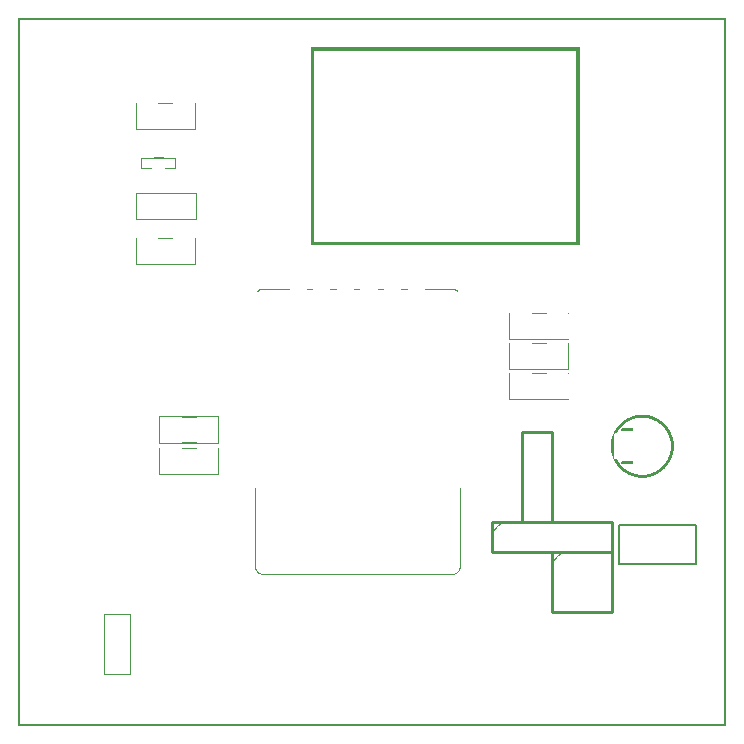
<source format=gbo>
G04 MADE WITH FRITZING*
G04 WWW.FRITZING.ORG*
G04 DOUBLE SIDED*
G04 HOLES PLATED*
G04 CONTOUR ON CENTER OF CONTOUR VECTOR*
%ASAXBY*%
%FSLAX23Y23*%
%MOIN*%
%OFA0B0*%
%SFA1.0B1.0*%
%ADD10C,0.010000*%
%ADD11C,0.008000*%
%ADD12R,0.001000X0.001000*%
%LNSILK0*%
G90*
G70*
G54D10*
X1782Y583D02*
X1982Y583D01*
D02*
X1982Y583D02*
X1982Y383D01*
D02*
X1982Y383D02*
X1782Y383D01*
D02*
X1782Y383D02*
X1782Y583D01*
D02*
X1782Y983D02*
X1782Y683D01*
D02*
X1782Y683D02*
X1682Y683D01*
D02*
X1682Y683D02*
X1682Y983D01*
D02*
X1682Y983D02*
X1782Y983D01*
G54D11*
D02*
X2261Y540D02*
X2261Y670D01*
D02*
X2261Y670D02*
X2003Y670D01*
D02*
X2003Y670D02*
X2003Y540D01*
D02*
X2003Y540D02*
X2261Y540D01*
G54D10*
D02*
X1582Y683D02*
X1982Y683D01*
D02*
X1982Y683D02*
X1982Y583D01*
D02*
X1982Y583D02*
X1582Y583D01*
D02*
X1582Y583D02*
X1582Y683D01*
G54D12*
X0Y2362D02*
X2361Y2362D01*
X0Y2361D02*
X2361Y2361D01*
X0Y2360D02*
X2361Y2360D01*
X0Y2359D02*
X2361Y2359D01*
X0Y2358D02*
X2361Y2358D01*
X0Y2357D02*
X2361Y2357D01*
X0Y2356D02*
X2361Y2356D01*
X0Y2355D02*
X2361Y2355D01*
X0Y2354D02*
X7Y2354D01*
X2354Y2354D02*
X2361Y2354D01*
X0Y2353D02*
X7Y2353D01*
X2354Y2353D02*
X2361Y2353D01*
X0Y2352D02*
X7Y2352D01*
X2354Y2352D02*
X2361Y2352D01*
X0Y2351D02*
X7Y2351D01*
X2354Y2351D02*
X2361Y2351D01*
X0Y2350D02*
X7Y2350D01*
X2354Y2350D02*
X2361Y2350D01*
X0Y2349D02*
X7Y2349D01*
X2354Y2349D02*
X2361Y2349D01*
X0Y2348D02*
X7Y2348D01*
X2354Y2348D02*
X2361Y2348D01*
X0Y2347D02*
X7Y2347D01*
X2354Y2347D02*
X2361Y2347D01*
X0Y2346D02*
X7Y2346D01*
X2354Y2346D02*
X2361Y2346D01*
X0Y2345D02*
X7Y2345D01*
X2354Y2345D02*
X2361Y2345D01*
X0Y2344D02*
X7Y2344D01*
X2354Y2344D02*
X2361Y2344D01*
X0Y2343D02*
X7Y2343D01*
X2354Y2343D02*
X2361Y2343D01*
X0Y2342D02*
X7Y2342D01*
X2354Y2342D02*
X2361Y2342D01*
X0Y2341D02*
X7Y2341D01*
X2354Y2341D02*
X2361Y2341D01*
X0Y2340D02*
X7Y2340D01*
X2354Y2340D02*
X2361Y2340D01*
X0Y2339D02*
X7Y2339D01*
X2354Y2339D02*
X2361Y2339D01*
X0Y2338D02*
X7Y2338D01*
X2354Y2338D02*
X2361Y2338D01*
X0Y2337D02*
X7Y2337D01*
X2354Y2337D02*
X2361Y2337D01*
X0Y2336D02*
X7Y2336D01*
X2354Y2336D02*
X2361Y2336D01*
X0Y2335D02*
X7Y2335D01*
X2354Y2335D02*
X2361Y2335D01*
X0Y2334D02*
X7Y2334D01*
X2354Y2334D02*
X2361Y2334D01*
X0Y2333D02*
X7Y2333D01*
X2354Y2333D02*
X2361Y2333D01*
X0Y2332D02*
X7Y2332D01*
X2354Y2332D02*
X2361Y2332D01*
X0Y2331D02*
X7Y2331D01*
X2354Y2331D02*
X2361Y2331D01*
X0Y2330D02*
X7Y2330D01*
X2354Y2330D02*
X2361Y2330D01*
X0Y2329D02*
X7Y2329D01*
X2354Y2329D02*
X2361Y2329D01*
X0Y2328D02*
X7Y2328D01*
X2354Y2328D02*
X2361Y2328D01*
X0Y2327D02*
X7Y2327D01*
X2354Y2327D02*
X2361Y2327D01*
X0Y2326D02*
X7Y2326D01*
X2354Y2326D02*
X2361Y2326D01*
X0Y2325D02*
X7Y2325D01*
X2354Y2325D02*
X2361Y2325D01*
X0Y2324D02*
X7Y2324D01*
X2354Y2324D02*
X2361Y2324D01*
X0Y2323D02*
X7Y2323D01*
X2354Y2323D02*
X2361Y2323D01*
X0Y2322D02*
X7Y2322D01*
X2354Y2322D02*
X2361Y2322D01*
X0Y2321D02*
X7Y2321D01*
X2354Y2321D02*
X2361Y2321D01*
X0Y2320D02*
X7Y2320D01*
X2354Y2320D02*
X2361Y2320D01*
X0Y2319D02*
X7Y2319D01*
X2354Y2319D02*
X2361Y2319D01*
X0Y2318D02*
X7Y2318D01*
X2354Y2318D02*
X2361Y2318D01*
X0Y2317D02*
X7Y2317D01*
X2354Y2317D02*
X2361Y2317D01*
X0Y2316D02*
X7Y2316D01*
X2354Y2316D02*
X2361Y2316D01*
X0Y2315D02*
X7Y2315D01*
X2354Y2315D02*
X2361Y2315D01*
X0Y2314D02*
X7Y2314D01*
X2354Y2314D02*
X2361Y2314D01*
X0Y2313D02*
X7Y2313D01*
X2354Y2313D02*
X2361Y2313D01*
X0Y2312D02*
X7Y2312D01*
X2354Y2312D02*
X2361Y2312D01*
X0Y2311D02*
X7Y2311D01*
X2354Y2311D02*
X2361Y2311D01*
X0Y2310D02*
X7Y2310D01*
X2354Y2310D02*
X2361Y2310D01*
X0Y2309D02*
X7Y2309D01*
X2354Y2309D02*
X2361Y2309D01*
X0Y2308D02*
X7Y2308D01*
X2354Y2308D02*
X2361Y2308D01*
X0Y2307D02*
X7Y2307D01*
X2354Y2307D02*
X2361Y2307D01*
X0Y2306D02*
X7Y2306D01*
X2354Y2306D02*
X2361Y2306D01*
X0Y2305D02*
X7Y2305D01*
X2354Y2305D02*
X2361Y2305D01*
X0Y2304D02*
X7Y2304D01*
X2354Y2304D02*
X2361Y2304D01*
X0Y2303D02*
X7Y2303D01*
X2354Y2303D02*
X2361Y2303D01*
X0Y2302D02*
X7Y2302D01*
X2354Y2302D02*
X2361Y2302D01*
X0Y2301D02*
X7Y2301D01*
X2354Y2301D02*
X2361Y2301D01*
X0Y2300D02*
X7Y2300D01*
X2354Y2300D02*
X2361Y2300D01*
X0Y2299D02*
X7Y2299D01*
X2354Y2299D02*
X2361Y2299D01*
X0Y2298D02*
X7Y2298D01*
X2354Y2298D02*
X2361Y2298D01*
X0Y2297D02*
X7Y2297D01*
X2354Y2297D02*
X2361Y2297D01*
X0Y2296D02*
X7Y2296D01*
X2354Y2296D02*
X2361Y2296D01*
X0Y2295D02*
X7Y2295D01*
X2354Y2295D02*
X2361Y2295D01*
X0Y2294D02*
X7Y2294D01*
X2354Y2294D02*
X2361Y2294D01*
X0Y2293D02*
X7Y2293D01*
X2354Y2293D02*
X2361Y2293D01*
X0Y2292D02*
X7Y2292D01*
X2354Y2292D02*
X2361Y2292D01*
X0Y2291D02*
X7Y2291D01*
X2354Y2291D02*
X2361Y2291D01*
X0Y2290D02*
X7Y2290D01*
X2354Y2290D02*
X2361Y2290D01*
X0Y2289D02*
X7Y2289D01*
X2354Y2289D02*
X2361Y2289D01*
X0Y2288D02*
X7Y2288D01*
X2354Y2288D02*
X2361Y2288D01*
X0Y2287D02*
X7Y2287D01*
X2354Y2287D02*
X2361Y2287D01*
X0Y2286D02*
X7Y2286D01*
X2354Y2286D02*
X2361Y2286D01*
X0Y2285D02*
X7Y2285D01*
X2354Y2285D02*
X2361Y2285D01*
X0Y2284D02*
X7Y2284D01*
X2354Y2284D02*
X2361Y2284D01*
X0Y2283D02*
X7Y2283D01*
X2354Y2283D02*
X2361Y2283D01*
X0Y2282D02*
X7Y2282D01*
X2354Y2282D02*
X2361Y2282D01*
X0Y2281D02*
X7Y2281D01*
X2354Y2281D02*
X2361Y2281D01*
X0Y2280D02*
X7Y2280D01*
X2354Y2280D02*
X2361Y2280D01*
X0Y2279D02*
X7Y2279D01*
X2354Y2279D02*
X2361Y2279D01*
X0Y2278D02*
X7Y2278D01*
X2354Y2278D02*
X2361Y2278D01*
X0Y2277D02*
X7Y2277D01*
X2354Y2277D02*
X2361Y2277D01*
X0Y2276D02*
X7Y2276D01*
X2354Y2276D02*
X2361Y2276D01*
X0Y2275D02*
X7Y2275D01*
X2354Y2275D02*
X2361Y2275D01*
X0Y2274D02*
X7Y2274D01*
X2354Y2274D02*
X2361Y2274D01*
X0Y2273D02*
X7Y2273D01*
X2354Y2273D02*
X2361Y2273D01*
X0Y2272D02*
X7Y2272D01*
X2354Y2272D02*
X2361Y2272D01*
X0Y2271D02*
X7Y2271D01*
X2354Y2271D02*
X2361Y2271D01*
X0Y2270D02*
X7Y2270D01*
X2354Y2270D02*
X2361Y2270D01*
X0Y2269D02*
X7Y2269D01*
X2354Y2269D02*
X2361Y2269D01*
X0Y2268D02*
X7Y2268D01*
X2354Y2268D02*
X2361Y2268D01*
X0Y2267D02*
X7Y2267D01*
X2354Y2267D02*
X2361Y2267D01*
X0Y2266D02*
X7Y2266D01*
X2354Y2266D02*
X2361Y2266D01*
X0Y2265D02*
X7Y2265D01*
X2354Y2265D02*
X2361Y2265D01*
X0Y2264D02*
X7Y2264D01*
X976Y2264D02*
X1872Y2264D01*
X2354Y2264D02*
X2361Y2264D01*
X0Y2263D02*
X7Y2263D01*
X976Y2263D02*
X1872Y2263D01*
X2354Y2263D02*
X2361Y2263D01*
X0Y2262D02*
X7Y2262D01*
X976Y2262D02*
X1872Y2262D01*
X2354Y2262D02*
X2361Y2262D01*
X0Y2261D02*
X7Y2261D01*
X976Y2261D02*
X1872Y2261D01*
X2354Y2261D02*
X2361Y2261D01*
X0Y2260D02*
X7Y2260D01*
X976Y2260D02*
X1872Y2260D01*
X2354Y2260D02*
X2361Y2260D01*
X0Y2259D02*
X7Y2259D01*
X976Y2259D02*
X1872Y2259D01*
X2354Y2259D02*
X2361Y2259D01*
X0Y2258D02*
X7Y2258D01*
X976Y2258D02*
X1872Y2258D01*
X2354Y2258D02*
X2361Y2258D01*
X0Y2257D02*
X7Y2257D01*
X976Y2257D02*
X1872Y2257D01*
X2354Y2257D02*
X2361Y2257D01*
X0Y2256D02*
X7Y2256D01*
X976Y2256D02*
X1872Y2256D01*
X2354Y2256D02*
X2361Y2256D01*
X0Y2255D02*
X7Y2255D01*
X976Y2255D02*
X1872Y2255D01*
X2354Y2255D02*
X2361Y2255D01*
X0Y2254D02*
X7Y2254D01*
X976Y2254D02*
X1872Y2254D01*
X2354Y2254D02*
X2361Y2254D01*
X0Y2253D02*
X7Y2253D01*
X976Y2253D02*
X1872Y2253D01*
X2354Y2253D02*
X2361Y2253D01*
X0Y2252D02*
X7Y2252D01*
X976Y2252D02*
X986Y2252D01*
X1862Y2252D02*
X1872Y2252D01*
X2354Y2252D02*
X2361Y2252D01*
X0Y2251D02*
X7Y2251D01*
X976Y2251D02*
X986Y2251D01*
X1862Y2251D02*
X1872Y2251D01*
X2354Y2251D02*
X2361Y2251D01*
X0Y2250D02*
X7Y2250D01*
X976Y2250D02*
X986Y2250D01*
X1862Y2250D02*
X1872Y2250D01*
X2354Y2250D02*
X2361Y2250D01*
X0Y2249D02*
X7Y2249D01*
X976Y2249D02*
X986Y2249D01*
X1862Y2249D02*
X1872Y2249D01*
X2354Y2249D02*
X2361Y2249D01*
X0Y2248D02*
X7Y2248D01*
X976Y2248D02*
X986Y2248D01*
X1862Y2248D02*
X1872Y2248D01*
X2354Y2248D02*
X2361Y2248D01*
X0Y2247D02*
X7Y2247D01*
X976Y2247D02*
X986Y2247D01*
X1862Y2247D02*
X1872Y2247D01*
X2354Y2247D02*
X2361Y2247D01*
X0Y2246D02*
X7Y2246D01*
X976Y2246D02*
X986Y2246D01*
X1862Y2246D02*
X1872Y2246D01*
X2354Y2246D02*
X2361Y2246D01*
X0Y2245D02*
X7Y2245D01*
X976Y2245D02*
X986Y2245D01*
X1862Y2245D02*
X1872Y2245D01*
X2354Y2245D02*
X2361Y2245D01*
X0Y2244D02*
X7Y2244D01*
X976Y2244D02*
X986Y2244D01*
X1862Y2244D02*
X1872Y2244D01*
X2354Y2244D02*
X2361Y2244D01*
X0Y2243D02*
X7Y2243D01*
X976Y2243D02*
X986Y2243D01*
X1862Y2243D02*
X1872Y2243D01*
X2354Y2243D02*
X2361Y2243D01*
X0Y2242D02*
X7Y2242D01*
X976Y2242D02*
X986Y2242D01*
X1862Y2242D02*
X1872Y2242D01*
X2354Y2242D02*
X2361Y2242D01*
X0Y2241D02*
X7Y2241D01*
X976Y2241D02*
X986Y2241D01*
X1862Y2241D02*
X1872Y2241D01*
X2354Y2241D02*
X2361Y2241D01*
X0Y2240D02*
X7Y2240D01*
X976Y2240D02*
X986Y2240D01*
X1862Y2240D02*
X1872Y2240D01*
X2354Y2240D02*
X2361Y2240D01*
X0Y2239D02*
X7Y2239D01*
X976Y2239D02*
X986Y2239D01*
X1862Y2239D02*
X1872Y2239D01*
X2354Y2239D02*
X2361Y2239D01*
X0Y2238D02*
X7Y2238D01*
X976Y2238D02*
X986Y2238D01*
X1862Y2238D02*
X1872Y2238D01*
X2354Y2238D02*
X2361Y2238D01*
X0Y2237D02*
X7Y2237D01*
X976Y2237D02*
X986Y2237D01*
X1862Y2237D02*
X1872Y2237D01*
X2354Y2237D02*
X2361Y2237D01*
X0Y2236D02*
X7Y2236D01*
X976Y2236D02*
X986Y2236D01*
X1862Y2236D02*
X1872Y2236D01*
X2354Y2236D02*
X2361Y2236D01*
X0Y2235D02*
X7Y2235D01*
X976Y2235D02*
X986Y2235D01*
X1862Y2235D02*
X1872Y2235D01*
X2354Y2235D02*
X2361Y2235D01*
X0Y2234D02*
X7Y2234D01*
X976Y2234D02*
X986Y2234D01*
X1862Y2234D02*
X1872Y2234D01*
X2354Y2234D02*
X2361Y2234D01*
X0Y2233D02*
X7Y2233D01*
X976Y2233D02*
X986Y2233D01*
X1862Y2233D02*
X1872Y2233D01*
X2354Y2233D02*
X2361Y2233D01*
X0Y2232D02*
X7Y2232D01*
X976Y2232D02*
X986Y2232D01*
X1862Y2232D02*
X1872Y2232D01*
X2354Y2232D02*
X2361Y2232D01*
X0Y2231D02*
X7Y2231D01*
X976Y2231D02*
X986Y2231D01*
X1862Y2231D02*
X1872Y2231D01*
X2354Y2231D02*
X2361Y2231D01*
X0Y2230D02*
X7Y2230D01*
X976Y2230D02*
X986Y2230D01*
X1862Y2230D02*
X1872Y2230D01*
X2354Y2230D02*
X2361Y2230D01*
X0Y2229D02*
X7Y2229D01*
X976Y2229D02*
X986Y2229D01*
X1862Y2229D02*
X1872Y2229D01*
X2354Y2229D02*
X2361Y2229D01*
X0Y2228D02*
X7Y2228D01*
X976Y2228D02*
X986Y2228D01*
X1862Y2228D02*
X1872Y2228D01*
X2354Y2228D02*
X2361Y2228D01*
X0Y2227D02*
X7Y2227D01*
X976Y2227D02*
X986Y2227D01*
X1862Y2227D02*
X1872Y2227D01*
X2354Y2227D02*
X2361Y2227D01*
X0Y2226D02*
X7Y2226D01*
X976Y2226D02*
X986Y2226D01*
X1862Y2226D02*
X1872Y2226D01*
X2354Y2226D02*
X2361Y2226D01*
X0Y2225D02*
X7Y2225D01*
X976Y2225D02*
X986Y2225D01*
X1862Y2225D02*
X1872Y2225D01*
X2354Y2225D02*
X2361Y2225D01*
X0Y2224D02*
X7Y2224D01*
X976Y2224D02*
X986Y2224D01*
X1862Y2224D02*
X1872Y2224D01*
X2354Y2224D02*
X2361Y2224D01*
X0Y2223D02*
X7Y2223D01*
X976Y2223D02*
X986Y2223D01*
X1862Y2223D02*
X1872Y2223D01*
X2354Y2223D02*
X2361Y2223D01*
X0Y2222D02*
X7Y2222D01*
X976Y2222D02*
X986Y2222D01*
X1862Y2222D02*
X1872Y2222D01*
X2354Y2222D02*
X2361Y2222D01*
X0Y2221D02*
X7Y2221D01*
X976Y2221D02*
X986Y2221D01*
X1862Y2221D02*
X1872Y2221D01*
X2354Y2221D02*
X2361Y2221D01*
X0Y2220D02*
X7Y2220D01*
X976Y2220D02*
X986Y2220D01*
X1862Y2220D02*
X1872Y2220D01*
X2354Y2220D02*
X2361Y2220D01*
X0Y2219D02*
X7Y2219D01*
X976Y2219D02*
X986Y2219D01*
X1862Y2219D02*
X1872Y2219D01*
X2354Y2219D02*
X2361Y2219D01*
X0Y2218D02*
X7Y2218D01*
X976Y2218D02*
X986Y2218D01*
X1862Y2218D02*
X1872Y2218D01*
X2354Y2218D02*
X2361Y2218D01*
X0Y2217D02*
X7Y2217D01*
X976Y2217D02*
X986Y2217D01*
X1862Y2217D02*
X1872Y2217D01*
X2354Y2217D02*
X2361Y2217D01*
X0Y2216D02*
X7Y2216D01*
X976Y2216D02*
X986Y2216D01*
X1862Y2216D02*
X1872Y2216D01*
X2354Y2216D02*
X2361Y2216D01*
X0Y2215D02*
X7Y2215D01*
X976Y2215D02*
X986Y2215D01*
X1862Y2215D02*
X1872Y2215D01*
X2354Y2215D02*
X2361Y2215D01*
X0Y2214D02*
X7Y2214D01*
X976Y2214D02*
X986Y2214D01*
X1862Y2214D02*
X1872Y2214D01*
X2354Y2214D02*
X2361Y2214D01*
X0Y2213D02*
X7Y2213D01*
X976Y2213D02*
X986Y2213D01*
X1862Y2213D02*
X1872Y2213D01*
X2354Y2213D02*
X2361Y2213D01*
X0Y2212D02*
X7Y2212D01*
X976Y2212D02*
X986Y2212D01*
X1862Y2212D02*
X1872Y2212D01*
X2354Y2212D02*
X2361Y2212D01*
X0Y2211D02*
X7Y2211D01*
X976Y2211D02*
X986Y2211D01*
X1862Y2211D02*
X1872Y2211D01*
X2354Y2211D02*
X2361Y2211D01*
X0Y2210D02*
X7Y2210D01*
X976Y2210D02*
X986Y2210D01*
X1862Y2210D02*
X1872Y2210D01*
X2354Y2210D02*
X2361Y2210D01*
X0Y2209D02*
X7Y2209D01*
X976Y2209D02*
X986Y2209D01*
X1862Y2209D02*
X1872Y2209D01*
X2354Y2209D02*
X2361Y2209D01*
X0Y2208D02*
X7Y2208D01*
X976Y2208D02*
X986Y2208D01*
X1862Y2208D02*
X1872Y2208D01*
X2354Y2208D02*
X2361Y2208D01*
X0Y2207D02*
X7Y2207D01*
X976Y2207D02*
X986Y2207D01*
X1862Y2207D02*
X1872Y2207D01*
X2354Y2207D02*
X2361Y2207D01*
X0Y2206D02*
X7Y2206D01*
X976Y2206D02*
X986Y2206D01*
X1862Y2206D02*
X1872Y2206D01*
X2354Y2206D02*
X2361Y2206D01*
X0Y2205D02*
X7Y2205D01*
X976Y2205D02*
X986Y2205D01*
X1862Y2205D02*
X1872Y2205D01*
X2354Y2205D02*
X2361Y2205D01*
X0Y2204D02*
X7Y2204D01*
X976Y2204D02*
X986Y2204D01*
X1862Y2204D02*
X1872Y2204D01*
X2354Y2204D02*
X2361Y2204D01*
X0Y2203D02*
X7Y2203D01*
X976Y2203D02*
X986Y2203D01*
X1862Y2203D02*
X1872Y2203D01*
X2354Y2203D02*
X2361Y2203D01*
X0Y2202D02*
X7Y2202D01*
X976Y2202D02*
X986Y2202D01*
X1862Y2202D02*
X1872Y2202D01*
X2354Y2202D02*
X2361Y2202D01*
X0Y2201D02*
X7Y2201D01*
X976Y2201D02*
X986Y2201D01*
X1862Y2201D02*
X1872Y2201D01*
X2354Y2201D02*
X2361Y2201D01*
X0Y2200D02*
X7Y2200D01*
X976Y2200D02*
X986Y2200D01*
X1862Y2200D02*
X1872Y2200D01*
X2354Y2200D02*
X2361Y2200D01*
X0Y2199D02*
X7Y2199D01*
X976Y2199D02*
X986Y2199D01*
X1862Y2199D02*
X1872Y2199D01*
X2354Y2199D02*
X2361Y2199D01*
X0Y2198D02*
X7Y2198D01*
X976Y2198D02*
X986Y2198D01*
X1862Y2198D02*
X1872Y2198D01*
X2354Y2198D02*
X2361Y2198D01*
X0Y2197D02*
X7Y2197D01*
X976Y2197D02*
X986Y2197D01*
X1862Y2197D02*
X1872Y2197D01*
X2354Y2197D02*
X2361Y2197D01*
X0Y2196D02*
X7Y2196D01*
X976Y2196D02*
X986Y2196D01*
X1862Y2196D02*
X1872Y2196D01*
X2354Y2196D02*
X2361Y2196D01*
X0Y2195D02*
X7Y2195D01*
X976Y2195D02*
X986Y2195D01*
X1862Y2195D02*
X1872Y2195D01*
X2354Y2195D02*
X2361Y2195D01*
X0Y2194D02*
X7Y2194D01*
X976Y2194D02*
X986Y2194D01*
X1862Y2194D02*
X1872Y2194D01*
X2354Y2194D02*
X2361Y2194D01*
X0Y2193D02*
X7Y2193D01*
X976Y2193D02*
X986Y2193D01*
X1862Y2193D02*
X1872Y2193D01*
X2354Y2193D02*
X2361Y2193D01*
X0Y2192D02*
X7Y2192D01*
X976Y2192D02*
X986Y2192D01*
X1862Y2192D02*
X1872Y2192D01*
X2354Y2192D02*
X2361Y2192D01*
X0Y2191D02*
X7Y2191D01*
X976Y2191D02*
X986Y2191D01*
X1862Y2191D02*
X1872Y2191D01*
X2354Y2191D02*
X2361Y2191D01*
X0Y2190D02*
X7Y2190D01*
X976Y2190D02*
X986Y2190D01*
X1862Y2190D02*
X1872Y2190D01*
X2354Y2190D02*
X2361Y2190D01*
X0Y2189D02*
X7Y2189D01*
X976Y2189D02*
X986Y2189D01*
X1862Y2189D02*
X1872Y2189D01*
X2354Y2189D02*
X2361Y2189D01*
X0Y2188D02*
X7Y2188D01*
X976Y2188D02*
X986Y2188D01*
X1862Y2188D02*
X1872Y2188D01*
X2354Y2188D02*
X2361Y2188D01*
X0Y2187D02*
X7Y2187D01*
X976Y2187D02*
X986Y2187D01*
X1862Y2187D02*
X1872Y2187D01*
X2354Y2187D02*
X2361Y2187D01*
X0Y2186D02*
X7Y2186D01*
X976Y2186D02*
X986Y2186D01*
X1862Y2186D02*
X1872Y2186D01*
X2354Y2186D02*
X2361Y2186D01*
X0Y2185D02*
X7Y2185D01*
X976Y2185D02*
X986Y2185D01*
X1862Y2185D02*
X1872Y2185D01*
X2354Y2185D02*
X2361Y2185D01*
X0Y2184D02*
X7Y2184D01*
X976Y2184D02*
X986Y2184D01*
X1862Y2184D02*
X1872Y2184D01*
X2354Y2184D02*
X2361Y2184D01*
X0Y2183D02*
X7Y2183D01*
X976Y2183D02*
X986Y2183D01*
X1862Y2183D02*
X1872Y2183D01*
X2354Y2183D02*
X2361Y2183D01*
X0Y2182D02*
X7Y2182D01*
X976Y2182D02*
X986Y2182D01*
X1862Y2182D02*
X1872Y2182D01*
X2354Y2182D02*
X2361Y2182D01*
X0Y2181D02*
X7Y2181D01*
X976Y2181D02*
X986Y2181D01*
X1862Y2181D02*
X1872Y2181D01*
X2354Y2181D02*
X2361Y2181D01*
X0Y2180D02*
X7Y2180D01*
X976Y2180D02*
X986Y2180D01*
X1862Y2180D02*
X1872Y2180D01*
X2354Y2180D02*
X2361Y2180D01*
X0Y2179D02*
X7Y2179D01*
X976Y2179D02*
X986Y2179D01*
X1862Y2179D02*
X1872Y2179D01*
X2354Y2179D02*
X2361Y2179D01*
X0Y2178D02*
X7Y2178D01*
X976Y2178D02*
X986Y2178D01*
X1862Y2178D02*
X1872Y2178D01*
X2354Y2178D02*
X2361Y2178D01*
X0Y2177D02*
X7Y2177D01*
X976Y2177D02*
X986Y2177D01*
X1862Y2177D02*
X1872Y2177D01*
X2354Y2177D02*
X2361Y2177D01*
X0Y2176D02*
X7Y2176D01*
X976Y2176D02*
X986Y2176D01*
X1862Y2176D02*
X1872Y2176D01*
X2354Y2176D02*
X2361Y2176D01*
X0Y2175D02*
X7Y2175D01*
X976Y2175D02*
X986Y2175D01*
X1862Y2175D02*
X1872Y2175D01*
X2354Y2175D02*
X2361Y2175D01*
X0Y2174D02*
X7Y2174D01*
X976Y2174D02*
X986Y2174D01*
X1862Y2174D02*
X1872Y2174D01*
X2354Y2174D02*
X2361Y2174D01*
X0Y2173D02*
X7Y2173D01*
X976Y2173D02*
X986Y2173D01*
X1862Y2173D02*
X1872Y2173D01*
X2354Y2173D02*
X2361Y2173D01*
X0Y2172D02*
X7Y2172D01*
X976Y2172D02*
X986Y2172D01*
X1862Y2172D02*
X1872Y2172D01*
X2354Y2172D02*
X2361Y2172D01*
X0Y2171D02*
X7Y2171D01*
X976Y2171D02*
X986Y2171D01*
X1862Y2171D02*
X1872Y2171D01*
X2354Y2171D02*
X2361Y2171D01*
X0Y2170D02*
X7Y2170D01*
X976Y2170D02*
X986Y2170D01*
X1862Y2170D02*
X1872Y2170D01*
X2354Y2170D02*
X2361Y2170D01*
X0Y2169D02*
X7Y2169D01*
X976Y2169D02*
X986Y2169D01*
X1862Y2169D02*
X1872Y2169D01*
X2354Y2169D02*
X2361Y2169D01*
X0Y2168D02*
X7Y2168D01*
X976Y2168D02*
X986Y2168D01*
X1862Y2168D02*
X1872Y2168D01*
X2354Y2168D02*
X2361Y2168D01*
X0Y2167D02*
X7Y2167D01*
X976Y2167D02*
X986Y2167D01*
X1862Y2167D02*
X1872Y2167D01*
X2354Y2167D02*
X2361Y2167D01*
X0Y2166D02*
X7Y2166D01*
X976Y2166D02*
X986Y2166D01*
X1862Y2166D02*
X1872Y2166D01*
X2354Y2166D02*
X2361Y2166D01*
X0Y2165D02*
X7Y2165D01*
X976Y2165D02*
X986Y2165D01*
X1862Y2165D02*
X1872Y2165D01*
X2354Y2165D02*
X2361Y2165D01*
X0Y2164D02*
X7Y2164D01*
X976Y2164D02*
X986Y2164D01*
X1862Y2164D02*
X1872Y2164D01*
X2354Y2164D02*
X2361Y2164D01*
X0Y2163D02*
X7Y2163D01*
X976Y2163D02*
X986Y2163D01*
X1862Y2163D02*
X1872Y2163D01*
X2354Y2163D02*
X2361Y2163D01*
X0Y2162D02*
X7Y2162D01*
X976Y2162D02*
X986Y2162D01*
X1862Y2162D02*
X1872Y2162D01*
X2354Y2162D02*
X2361Y2162D01*
X0Y2161D02*
X7Y2161D01*
X976Y2161D02*
X986Y2161D01*
X1862Y2161D02*
X1872Y2161D01*
X2354Y2161D02*
X2361Y2161D01*
X0Y2160D02*
X7Y2160D01*
X976Y2160D02*
X986Y2160D01*
X1862Y2160D02*
X1872Y2160D01*
X2354Y2160D02*
X2361Y2160D01*
X0Y2159D02*
X7Y2159D01*
X976Y2159D02*
X986Y2159D01*
X1862Y2159D02*
X1872Y2159D01*
X2354Y2159D02*
X2361Y2159D01*
X0Y2158D02*
X7Y2158D01*
X976Y2158D02*
X986Y2158D01*
X1862Y2158D02*
X1872Y2158D01*
X2354Y2158D02*
X2361Y2158D01*
X0Y2157D02*
X7Y2157D01*
X976Y2157D02*
X986Y2157D01*
X1862Y2157D02*
X1872Y2157D01*
X2354Y2157D02*
X2361Y2157D01*
X0Y2156D02*
X7Y2156D01*
X976Y2156D02*
X986Y2156D01*
X1862Y2156D02*
X1872Y2156D01*
X2354Y2156D02*
X2361Y2156D01*
X0Y2155D02*
X7Y2155D01*
X976Y2155D02*
X986Y2155D01*
X1862Y2155D02*
X1872Y2155D01*
X2354Y2155D02*
X2361Y2155D01*
X0Y2154D02*
X7Y2154D01*
X976Y2154D02*
X986Y2154D01*
X1862Y2154D02*
X1872Y2154D01*
X2354Y2154D02*
X2361Y2154D01*
X0Y2153D02*
X7Y2153D01*
X976Y2153D02*
X986Y2153D01*
X1862Y2153D02*
X1872Y2153D01*
X2354Y2153D02*
X2361Y2153D01*
X0Y2152D02*
X7Y2152D01*
X976Y2152D02*
X986Y2152D01*
X1862Y2152D02*
X1872Y2152D01*
X2354Y2152D02*
X2361Y2152D01*
X0Y2151D02*
X7Y2151D01*
X976Y2151D02*
X986Y2151D01*
X1862Y2151D02*
X1872Y2151D01*
X2354Y2151D02*
X2361Y2151D01*
X0Y2150D02*
X7Y2150D01*
X976Y2150D02*
X986Y2150D01*
X1862Y2150D02*
X1872Y2150D01*
X2354Y2150D02*
X2361Y2150D01*
X0Y2149D02*
X7Y2149D01*
X976Y2149D02*
X986Y2149D01*
X1862Y2149D02*
X1872Y2149D01*
X2354Y2149D02*
X2361Y2149D01*
X0Y2148D02*
X7Y2148D01*
X976Y2148D02*
X986Y2148D01*
X1862Y2148D02*
X1872Y2148D01*
X2354Y2148D02*
X2361Y2148D01*
X0Y2147D02*
X7Y2147D01*
X976Y2147D02*
X986Y2147D01*
X1862Y2147D02*
X1872Y2147D01*
X2354Y2147D02*
X2361Y2147D01*
X0Y2146D02*
X7Y2146D01*
X976Y2146D02*
X986Y2146D01*
X1862Y2146D02*
X1872Y2146D01*
X2354Y2146D02*
X2361Y2146D01*
X0Y2145D02*
X7Y2145D01*
X976Y2145D02*
X986Y2145D01*
X1862Y2145D02*
X1872Y2145D01*
X2354Y2145D02*
X2361Y2145D01*
X0Y2144D02*
X7Y2144D01*
X976Y2144D02*
X986Y2144D01*
X1862Y2144D02*
X1872Y2144D01*
X2354Y2144D02*
X2361Y2144D01*
X0Y2143D02*
X7Y2143D01*
X976Y2143D02*
X986Y2143D01*
X1862Y2143D02*
X1872Y2143D01*
X2354Y2143D02*
X2361Y2143D01*
X0Y2142D02*
X7Y2142D01*
X976Y2142D02*
X986Y2142D01*
X1862Y2142D02*
X1872Y2142D01*
X2354Y2142D02*
X2361Y2142D01*
X0Y2141D02*
X7Y2141D01*
X976Y2141D02*
X986Y2141D01*
X1862Y2141D02*
X1872Y2141D01*
X2354Y2141D02*
X2361Y2141D01*
X0Y2140D02*
X7Y2140D01*
X976Y2140D02*
X986Y2140D01*
X1862Y2140D02*
X1872Y2140D01*
X2354Y2140D02*
X2361Y2140D01*
X0Y2139D02*
X7Y2139D01*
X976Y2139D02*
X986Y2139D01*
X1862Y2139D02*
X1872Y2139D01*
X2354Y2139D02*
X2361Y2139D01*
X0Y2138D02*
X7Y2138D01*
X976Y2138D02*
X986Y2138D01*
X1862Y2138D02*
X1872Y2138D01*
X2354Y2138D02*
X2361Y2138D01*
X0Y2137D02*
X7Y2137D01*
X976Y2137D02*
X986Y2137D01*
X1862Y2137D02*
X1872Y2137D01*
X2354Y2137D02*
X2361Y2137D01*
X0Y2136D02*
X7Y2136D01*
X976Y2136D02*
X986Y2136D01*
X1862Y2136D02*
X1872Y2136D01*
X2354Y2136D02*
X2361Y2136D01*
X0Y2135D02*
X7Y2135D01*
X976Y2135D02*
X986Y2135D01*
X1862Y2135D02*
X1872Y2135D01*
X2354Y2135D02*
X2361Y2135D01*
X0Y2134D02*
X7Y2134D01*
X976Y2134D02*
X986Y2134D01*
X1862Y2134D02*
X1872Y2134D01*
X2354Y2134D02*
X2361Y2134D01*
X0Y2133D02*
X7Y2133D01*
X976Y2133D02*
X986Y2133D01*
X1862Y2133D02*
X1872Y2133D01*
X2354Y2133D02*
X2361Y2133D01*
X0Y2132D02*
X7Y2132D01*
X976Y2132D02*
X986Y2132D01*
X1862Y2132D02*
X1872Y2132D01*
X2354Y2132D02*
X2361Y2132D01*
X0Y2131D02*
X7Y2131D01*
X976Y2131D02*
X986Y2131D01*
X1862Y2131D02*
X1872Y2131D01*
X2354Y2131D02*
X2361Y2131D01*
X0Y2130D02*
X7Y2130D01*
X976Y2130D02*
X986Y2130D01*
X1862Y2130D02*
X1872Y2130D01*
X2354Y2130D02*
X2361Y2130D01*
X0Y2129D02*
X7Y2129D01*
X976Y2129D02*
X986Y2129D01*
X1862Y2129D02*
X1872Y2129D01*
X2354Y2129D02*
X2361Y2129D01*
X0Y2128D02*
X7Y2128D01*
X976Y2128D02*
X986Y2128D01*
X1862Y2128D02*
X1872Y2128D01*
X2354Y2128D02*
X2361Y2128D01*
X0Y2127D02*
X7Y2127D01*
X976Y2127D02*
X986Y2127D01*
X1862Y2127D02*
X1872Y2127D01*
X2354Y2127D02*
X2361Y2127D01*
X0Y2126D02*
X7Y2126D01*
X976Y2126D02*
X986Y2126D01*
X1862Y2126D02*
X1872Y2126D01*
X2354Y2126D02*
X2361Y2126D01*
X0Y2125D02*
X7Y2125D01*
X976Y2125D02*
X986Y2125D01*
X1862Y2125D02*
X1872Y2125D01*
X2354Y2125D02*
X2361Y2125D01*
X0Y2124D02*
X7Y2124D01*
X976Y2124D02*
X986Y2124D01*
X1862Y2124D02*
X1872Y2124D01*
X2354Y2124D02*
X2361Y2124D01*
X0Y2123D02*
X7Y2123D01*
X976Y2123D02*
X986Y2123D01*
X1862Y2123D02*
X1872Y2123D01*
X2354Y2123D02*
X2361Y2123D01*
X0Y2122D02*
X7Y2122D01*
X976Y2122D02*
X986Y2122D01*
X1862Y2122D02*
X1872Y2122D01*
X2354Y2122D02*
X2361Y2122D01*
X0Y2121D02*
X7Y2121D01*
X976Y2121D02*
X986Y2121D01*
X1862Y2121D02*
X1872Y2121D01*
X2354Y2121D02*
X2361Y2121D01*
X0Y2120D02*
X7Y2120D01*
X976Y2120D02*
X986Y2120D01*
X1862Y2120D02*
X1872Y2120D01*
X2354Y2120D02*
X2361Y2120D01*
X0Y2119D02*
X7Y2119D01*
X976Y2119D02*
X986Y2119D01*
X1862Y2119D02*
X1872Y2119D01*
X2354Y2119D02*
X2361Y2119D01*
X0Y2118D02*
X7Y2118D01*
X976Y2118D02*
X986Y2118D01*
X1862Y2118D02*
X1872Y2118D01*
X2354Y2118D02*
X2361Y2118D01*
X0Y2117D02*
X7Y2117D01*
X976Y2117D02*
X986Y2117D01*
X1862Y2117D02*
X1872Y2117D01*
X2354Y2117D02*
X2361Y2117D01*
X0Y2116D02*
X7Y2116D01*
X976Y2116D02*
X986Y2116D01*
X1862Y2116D02*
X1872Y2116D01*
X2354Y2116D02*
X2361Y2116D01*
X0Y2115D02*
X7Y2115D01*
X976Y2115D02*
X986Y2115D01*
X1862Y2115D02*
X1872Y2115D01*
X2354Y2115D02*
X2361Y2115D01*
X0Y2114D02*
X7Y2114D01*
X976Y2114D02*
X986Y2114D01*
X1862Y2114D02*
X1872Y2114D01*
X2354Y2114D02*
X2361Y2114D01*
X0Y2113D02*
X7Y2113D01*
X976Y2113D02*
X986Y2113D01*
X1862Y2113D02*
X1872Y2113D01*
X2354Y2113D02*
X2361Y2113D01*
X0Y2112D02*
X7Y2112D01*
X976Y2112D02*
X986Y2112D01*
X1862Y2112D02*
X1872Y2112D01*
X2354Y2112D02*
X2361Y2112D01*
X0Y2111D02*
X7Y2111D01*
X976Y2111D02*
X986Y2111D01*
X1862Y2111D02*
X1872Y2111D01*
X2354Y2111D02*
X2361Y2111D01*
X0Y2110D02*
X7Y2110D01*
X976Y2110D02*
X986Y2110D01*
X1862Y2110D02*
X1872Y2110D01*
X2354Y2110D02*
X2361Y2110D01*
X0Y2109D02*
X7Y2109D01*
X976Y2109D02*
X986Y2109D01*
X1862Y2109D02*
X1872Y2109D01*
X2354Y2109D02*
X2361Y2109D01*
X0Y2108D02*
X7Y2108D01*
X976Y2108D02*
X986Y2108D01*
X1862Y2108D02*
X1872Y2108D01*
X2354Y2108D02*
X2361Y2108D01*
X0Y2107D02*
X7Y2107D01*
X976Y2107D02*
X986Y2107D01*
X1862Y2107D02*
X1872Y2107D01*
X2354Y2107D02*
X2361Y2107D01*
X0Y2106D02*
X7Y2106D01*
X976Y2106D02*
X986Y2106D01*
X1862Y2106D02*
X1872Y2106D01*
X2354Y2106D02*
X2361Y2106D01*
X0Y2105D02*
X7Y2105D01*
X976Y2105D02*
X986Y2105D01*
X1862Y2105D02*
X1872Y2105D01*
X2354Y2105D02*
X2361Y2105D01*
X0Y2104D02*
X7Y2104D01*
X976Y2104D02*
X986Y2104D01*
X1862Y2104D02*
X1872Y2104D01*
X2354Y2104D02*
X2361Y2104D01*
X0Y2103D02*
X7Y2103D01*
X976Y2103D02*
X986Y2103D01*
X1862Y2103D02*
X1872Y2103D01*
X2354Y2103D02*
X2361Y2103D01*
X0Y2102D02*
X7Y2102D01*
X976Y2102D02*
X986Y2102D01*
X1862Y2102D02*
X1872Y2102D01*
X2354Y2102D02*
X2361Y2102D01*
X0Y2101D02*
X7Y2101D01*
X976Y2101D02*
X986Y2101D01*
X1862Y2101D02*
X1872Y2101D01*
X2354Y2101D02*
X2361Y2101D01*
X0Y2100D02*
X7Y2100D01*
X976Y2100D02*
X986Y2100D01*
X1862Y2100D02*
X1872Y2100D01*
X2354Y2100D02*
X2361Y2100D01*
X0Y2099D02*
X7Y2099D01*
X976Y2099D02*
X986Y2099D01*
X1862Y2099D02*
X1872Y2099D01*
X2354Y2099D02*
X2361Y2099D01*
X0Y2098D02*
X7Y2098D01*
X976Y2098D02*
X986Y2098D01*
X1862Y2098D02*
X1872Y2098D01*
X2354Y2098D02*
X2361Y2098D01*
X0Y2097D02*
X7Y2097D01*
X976Y2097D02*
X986Y2097D01*
X1862Y2097D02*
X1872Y2097D01*
X2354Y2097D02*
X2361Y2097D01*
X0Y2096D02*
X7Y2096D01*
X976Y2096D02*
X986Y2096D01*
X1862Y2096D02*
X1872Y2096D01*
X2354Y2096D02*
X2361Y2096D01*
X0Y2095D02*
X7Y2095D01*
X976Y2095D02*
X986Y2095D01*
X1862Y2095D02*
X1872Y2095D01*
X2354Y2095D02*
X2361Y2095D01*
X0Y2094D02*
X7Y2094D01*
X976Y2094D02*
X986Y2094D01*
X1862Y2094D02*
X1872Y2094D01*
X2354Y2094D02*
X2361Y2094D01*
X0Y2093D02*
X7Y2093D01*
X976Y2093D02*
X986Y2093D01*
X1862Y2093D02*
X1872Y2093D01*
X2354Y2093D02*
X2361Y2093D01*
X0Y2092D02*
X7Y2092D01*
X976Y2092D02*
X986Y2092D01*
X1862Y2092D02*
X1872Y2092D01*
X2354Y2092D02*
X2361Y2092D01*
X0Y2091D02*
X7Y2091D01*
X976Y2091D02*
X986Y2091D01*
X1862Y2091D02*
X1872Y2091D01*
X2354Y2091D02*
X2361Y2091D01*
X0Y2090D02*
X7Y2090D01*
X976Y2090D02*
X986Y2090D01*
X1862Y2090D02*
X1872Y2090D01*
X2354Y2090D02*
X2361Y2090D01*
X0Y2089D02*
X7Y2089D01*
X976Y2089D02*
X986Y2089D01*
X1862Y2089D02*
X1872Y2089D01*
X2354Y2089D02*
X2361Y2089D01*
X0Y2088D02*
X7Y2088D01*
X976Y2088D02*
X986Y2088D01*
X1862Y2088D02*
X1872Y2088D01*
X2354Y2088D02*
X2361Y2088D01*
X0Y2087D02*
X7Y2087D01*
X976Y2087D02*
X986Y2087D01*
X1862Y2087D02*
X1872Y2087D01*
X2354Y2087D02*
X2361Y2087D01*
X0Y2086D02*
X7Y2086D01*
X976Y2086D02*
X986Y2086D01*
X1862Y2086D02*
X1872Y2086D01*
X2354Y2086D02*
X2361Y2086D01*
X0Y2085D02*
X7Y2085D01*
X976Y2085D02*
X986Y2085D01*
X1862Y2085D02*
X1872Y2085D01*
X2354Y2085D02*
X2361Y2085D01*
X0Y2084D02*
X7Y2084D01*
X976Y2084D02*
X986Y2084D01*
X1862Y2084D02*
X1872Y2084D01*
X2354Y2084D02*
X2361Y2084D01*
X0Y2083D02*
X7Y2083D01*
X976Y2083D02*
X986Y2083D01*
X1862Y2083D02*
X1872Y2083D01*
X2354Y2083D02*
X2361Y2083D01*
X0Y2082D02*
X7Y2082D01*
X976Y2082D02*
X986Y2082D01*
X1862Y2082D02*
X1872Y2082D01*
X2354Y2082D02*
X2361Y2082D01*
X0Y2081D02*
X7Y2081D01*
X976Y2081D02*
X986Y2081D01*
X1862Y2081D02*
X1872Y2081D01*
X2354Y2081D02*
X2361Y2081D01*
X0Y2080D02*
X7Y2080D01*
X976Y2080D02*
X986Y2080D01*
X1862Y2080D02*
X1872Y2080D01*
X2354Y2080D02*
X2361Y2080D01*
X0Y2079D02*
X7Y2079D01*
X393Y2079D02*
X592Y2079D01*
X976Y2079D02*
X986Y2079D01*
X1862Y2079D02*
X1872Y2079D01*
X2354Y2079D02*
X2361Y2079D01*
X0Y2078D02*
X7Y2078D01*
X393Y2078D02*
X592Y2078D01*
X976Y2078D02*
X986Y2078D01*
X1862Y2078D02*
X1872Y2078D01*
X2354Y2078D02*
X2361Y2078D01*
X0Y2077D02*
X7Y2077D01*
X393Y2077D02*
X592Y2077D01*
X976Y2077D02*
X986Y2077D01*
X1862Y2077D02*
X1872Y2077D01*
X2354Y2077D02*
X2361Y2077D01*
X0Y2076D02*
X7Y2076D01*
X393Y2076D02*
X395Y2076D01*
X468Y2076D02*
X517Y2076D01*
X590Y2076D02*
X592Y2076D01*
X976Y2076D02*
X986Y2076D01*
X1862Y2076D02*
X1872Y2076D01*
X2354Y2076D02*
X2361Y2076D01*
X0Y2075D02*
X7Y2075D01*
X393Y2075D02*
X395Y2075D01*
X591Y2075D02*
X592Y2075D01*
X976Y2075D02*
X986Y2075D01*
X1862Y2075D02*
X1872Y2075D01*
X2354Y2075D02*
X2361Y2075D01*
X0Y2074D02*
X7Y2074D01*
X393Y2074D02*
X395Y2074D01*
X591Y2074D02*
X592Y2074D01*
X976Y2074D02*
X986Y2074D01*
X1862Y2074D02*
X1872Y2074D01*
X2354Y2074D02*
X2361Y2074D01*
X0Y2073D02*
X7Y2073D01*
X393Y2073D02*
X395Y2073D01*
X591Y2073D02*
X592Y2073D01*
X976Y2073D02*
X986Y2073D01*
X1862Y2073D02*
X1872Y2073D01*
X2354Y2073D02*
X2361Y2073D01*
X0Y2072D02*
X7Y2072D01*
X393Y2072D02*
X395Y2072D01*
X591Y2072D02*
X592Y2072D01*
X976Y2072D02*
X986Y2072D01*
X1862Y2072D02*
X1872Y2072D01*
X2354Y2072D02*
X2361Y2072D01*
X0Y2071D02*
X7Y2071D01*
X393Y2071D02*
X395Y2071D01*
X591Y2071D02*
X592Y2071D01*
X976Y2071D02*
X986Y2071D01*
X1862Y2071D02*
X1872Y2071D01*
X2354Y2071D02*
X2361Y2071D01*
X0Y2070D02*
X7Y2070D01*
X393Y2070D02*
X395Y2070D01*
X591Y2070D02*
X592Y2070D01*
X976Y2070D02*
X986Y2070D01*
X1862Y2070D02*
X1872Y2070D01*
X2354Y2070D02*
X2361Y2070D01*
X0Y2069D02*
X7Y2069D01*
X393Y2069D02*
X395Y2069D01*
X591Y2069D02*
X592Y2069D01*
X976Y2069D02*
X986Y2069D01*
X1862Y2069D02*
X1872Y2069D01*
X2354Y2069D02*
X2361Y2069D01*
X0Y2068D02*
X7Y2068D01*
X393Y2068D02*
X395Y2068D01*
X591Y2068D02*
X592Y2068D01*
X976Y2068D02*
X986Y2068D01*
X1862Y2068D02*
X1872Y2068D01*
X2354Y2068D02*
X2361Y2068D01*
X0Y2067D02*
X7Y2067D01*
X393Y2067D02*
X395Y2067D01*
X591Y2067D02*
X592Y2067D01*
X976Y2067D02*
X986Y2067D01*
X1862Y2067D02*
X1872Y2067D01*
X2354Y2067D02*
X2361Y2067D01*
X0Y2066D02*
X7Y2066D01*
X393Y2066D02*
X395Y2066D01*
X591Y2066D02*
X592Y2066D01*
X976Y2066D02*
X986Y2066D01*
X1862Y2066D02*
X1872Y2066D01*
X2354Y2066D02*
X2361Y2066D01*
X0Y2065D02*
X7Y2065D01*
X393Y2065D02*
X395Y2065D01*
X591Y2065D02*
X592Y2065D01*
X976Y2065D02*
X986Y2065D01*
X1862Y2065D02*
X1872Y2065D01*
X2354Y2065D02*
X2361Y2065D01*
X0Y2064D02*
X7Y2064D01*
X393Y2064D02*
X395Y2064D01*
X591Y2064D02*
X592Y2064D01*
X976Y2064D02*
X986Y2064D01*
X1862Y2064D02*
X1872Y2064D01*
X2354Y2064D02*
X2361Y2064D01*
X0Y2063D02*
X7Y2063D01*
X393Y2063D02*
X395Y2063D01*
X591Y2063D02*
X592Y2063D01*
X976Y2063D02*
X986Y2063D01*
X1862Y2063D02*
X1872Y2063D01*
X2354Y2063D02*
X2361Y2063D01*
X0Y2062D02*
X7Y2062D01*
X393Y2062D02*
X395Y2062D01*
X591Y2062D02*
X592Y2062D01*
X976Y2062D02*
X986Y2062D01*
X1862Y2062D02*
X1872Y2062D01*
X2354Y2062D02*
X2361Y2062D01*
X0Y2061D02*
X7Y2061D01*
X393Y2061D02*
X395Y2061D01*
X591Y2061D02*
X592Y2061D01*
X976Y2061D02*
X986Y2061D01*
X1862Y2061D02*
X1872Y2061D01*
X2354Y2061D02*
X2361Y2061D01*
X0Y2060D02*
X7Y2060D01*
X393Y2060D02*
X395Y2060D01*
X591Y2060D02*
X592Y2060D01*
X976Y2060D02*
X986Y2060D01*
X1862Y2060D02*
X1872Y2060D01*
X2354Y2060D02*
X2361Y2060D01*
X0Y2059D02*
X7Y2059D01*
X393Y2059D02*
X395Y2059D01*
X591Y2059D02*
X592Y2059D01*
X976Y2059D02*
X986Y2059D01*
X1862Y2059D02*
X1872Y2059D01*
X2354Y2059D02*
X2361Y2059D01*
X0Y2058D02*
X7Y2058D01*
X393Y2058D02*
X395Y2058D01*
X591Y2058D02*
X592Y2058D01*
X976Y2058D02*
X986Y2058D01*
X1862Y2058D02*
X1872Y2058D01*
X2354Y2058D02*
X2361Y2058D01*
X0Y2057D02*
X7Y2057D01*
X393Y2057D02*
X395Y2057D01*
X591Y2057D02*
X592Y2057D01*
X976Y2057D02*
X986Y2057D01*
X1862Y2057D02*
X1872Y2057D01*
X2354Y2057D02*
X2361Y2057D01*
X0Y2056D02*
X7Y2056D01*
X393Y2056D02*
X395Y2056D01*
X591Y2056D02*
X592Y2056D01*
X976Y2056D02*
X986Y2056D01*
X1862Y2056D02*
X1872Y2056D01*
X2354Y2056D02*
X2361Y2056D01*
X0Y2055D02*
X7Y2055D01*
X393Y2055D02*
X395Y2055D01*
X591Y2055D02*
X592Y2055D01*
X976Y2055D02*
X986Y2055D01*
X1862Y2055D02*
X1872Y2055D01*
X2354Y2055D02*
X2361Y2055D01*
X0Y2054D02*
X7Y2054D01*
X393Y2054D02*
X395Y2054D01*
X591Y2054D02*
X592Y2054D01*
X976Y2054D02*
X986Y2054D01*
X1862Y2054D02*
X1872Y2054D01*
X2354Y2054D02*
X2361Y2054D01*
X0Y2053D02*
X7Y2053D01*
X393Y2053D02*
X395Y2053D01*
X591Y2053D02*
X592Y2053D01*
X976Y2053D02*
X986Y2053D01*
X1862Y2053D02*
X1872Y2053D01*
X2354Y2053D02*
X2361Y2053D01*
X0Y2052D02*
X7Y2052D01*
X393Y2052D02*
X395Y2052D01*
X591Y2052D02*
X592Y2052D01*
X976Y2052D02*
X986Y2052D01*
X1862Y2052D02*
X1872Y2052D01*
X2354Y2052D02*
X2361Y2052D01*
X0Y2051D02*
X7Y2051D01*
X393Y2051D02*
X395Y2051D01*
X591Y2051D02*
X592Y2051D01*
X976Y2051D02*
X986Y2051D01*
X1862Y2051D02*
X1872Y2051D01*
X2354Y2051D02*
X2361Y2051D01*
X0Y2050D02*
X7Y2050D01*
X393Y2050D02*
X395Y2050D01*
X591Y2050D02*
X592Y2050D01*
X976Y2050D02*
X986Y2050D01*
X1862Y2050D02*
X1872Y2050D01*
X2354Y2050D02*
X2361Y2050D01*
X0Y2049D02*
X7Y2049D01*
X393Y2049D02*
X395Y2049D01*
X591Y2049D02*
X592Y2049D01*
X976Y2049D02*
X986Y2049D01*
X1862Y2049D02*
X1872Y2049D01*
X2354Y2049D02*
X2361Y2049D01*
X0Y2048D02*
X7Y2048D01*
X393Y2048D02*
X395Y2048D01*
X591Y2048D02*
X592Y2048D01*
X976Y2048D02*
X986Y2048D01*
X1862Y2048D02*
X1872Y2048D01*
X2354Y2048D02*
X2361Y2048D01*
X0Y2047D02*
X7Y2047D01*
X393Y2047D02*
X395Y2047D01*
X591Y2047D02*
X592Y2047D01*
X976Y2047D02*
X986Y2047D01*
X1862Y2047D02*
X1872Y2047D01*
X2354Y2047D02*
X2361Y2047D01*
X0Y2046D02*
X7Y2046D01*
X393Y2046D02*
X395Y2046D01*
X591Y2046D02*
X592Y2046D01*
X976Y2046D02*
X986Y2046D01*
X1862Y2046D02*
X1872Y2046D01*
X2354Y2046D02*
X2361Y2046D01*
X0Y2045D02*
X7Y2045D01*
X393Y2045D02*
X395Y2045D01*
X591Y2045D02*
X592Y2045D01*
X976Y2045D02*
X986Y2045D01*
X1862Y2045D02*
X1872Y2045D01*
X2354Y2045D02*
X2361Y2045D01*
X0Y2044D02*
X7Y2044D01*
X393Y2044D02*
X395Y2044D01*
X591Y2044D02*
X592Y2044D01*
X976Y2044D02*
X986Y2044D01*
X1862Y2044D02*
X1872Y2044D01*
X2354Y2044D02*
X2361Y2044D01*
X0Y2043D02*
X7Y2043D01*
X393Y2043D02*
X395Y2043D01*
X591Y2043D02*
X592Y2043D01*
X976Y2043D02*
X986Y2043D01*
X1862Y2043D02*
X1872Y2043D01*
X2354Y2043D02*
X2361Y2043D01*
X0Y2042D02*
X7Y2042D01*
X393Y2042D02*
X395Y2042D01*
X591Y2042D02*
X592Y2042D01*
X976Y2042D02*
X986Y2042D01*
X1862Y2042D02*
X1872Y2042D01*
X2354Y2042D02*
X2361Y2042D01*
X0Y2041D02*
X7Y2041D01*
X393Y2041D02*
X395Y2041D01*
X591Y2041D02*
X592Y2041D01*
X976Y2041D02*
X986Y2041D01*
X1862Y2041D02*
X1872Y2041D01*
X2354Y2041D02*
X2361Y2041D01*
X0Y2040D02*
X7Y2040D01*
X393Y2040D02*
X395Y2040D01*
X591Y2040D02*
X592Y2040D01*
X976Y2040D02*
X986Y2040D01*
X1862Y2040D02*
X1872Y2040D01*
X2354Y2040D02*
X2361Y2040D01*
X0Y2039D02*
X7Y2039D01*
X393Y2039D02*
X395Y2039D01*
X591Y2039D02*
X592Y2039D01*
X976Y2039D02*
X986Y2039D01*
X1862Y2039D02*
X1872Y2039D01*
X2354Y2039D02*
X2361Y2039D01*
X0Y2038D02*
X7Y2038D01*
X393Y2038D02*
X395Y2038D01*
X591Y2038D02*
X592Y2038D01*
X976Y2038D02*
X986Y2038D01*
X1862Y2038D02*
X1872Y2038D01*
X2354Y2038D02*
X2361Y2038D01*
X0Y2037D02*
X7Y2037D01*
X393Y2037D02*
X395Y2037D01*
X591Y2037D02*
X592Y2037D01*
X976Y2037D02*
X986Y2037D01*
X1862Y2037D02*
X1872Y2037D01*
X2354Y2037D02*
X2361Y2037D01*
X0Y2036D02*
X7Y2036D01*
X393Y2036D02*
X395Y2036D01*
X591Y2036D02*
X592Y2036D01*
X976Y2036D02*
X986Y2036D01*
X1862Y2036D02*
X1872Y2036D01*
X2354Y2036D02*
X2361Y2036D01*
X0Y2035D02*
X7Y2035D01*
X393Y2035D02*
X395Y2035D01*
X591Y2035D02*
X592Y2035D01*
X976Y2035D02*
X986Y2035D01*
X1862Y2035D02*
X1872Y2035D01*
X2354Y2035D02*
X2361Y2035D01*
X0Y2034D02*
X7Y2034D01*
X393Y2034D02*
X395Y2034D01*
X591Y2034D02*
X592Y2034D01*
X976Y2034D02*
X986Y2034D01*
X1862Y2034D02*
X1872Y2034D01*
X2354Y2034D02*
X2361Y2034D01*
X0Y2033D02*
X7Y2033D01*
X393Y2033D02*
X395Y2033D01*
X591Y2033D02*
X592Y2033D01*
X976Y2033D02*
X986Y2033D01*
X1862Y2033D02*
X1872Y2033D01*
X2354Y2033D02*
X2361Y2033D01*
X0Y2032D02*
X7Y2032D01*
X393Y2032D02*
X395Y2032D01*
X591Y2032D02*
X592Y2032D01*
X976Y2032D02*
X986Y2032D01*
X1862Y2032D02*
X1872Y2032D01*
X2354Y2032D02*
X2361Y2032D01*
X0Y2031D02*
X7Y2031D01*
X393Y2031D02*
X395Y2031D01*
X591Y2031D02*
X592Y2031D01*
X976Y2031D02*
X986Y2031D01*
X1862Y2031D02*
X1872Y2031D01*
X2354Y2031D02*
X2361Y2031D01*
X0Y2030D02*
X7Y2030D01*
X393Y2030D02*
X395Y2030D01*
X591Y2030D02*
X592Y2030D01*
X976Y2030D02*
X986Y2030D01*
X1862Y2030D02*
X1872Y2030D01*
X2354Y2030D02*
X2361Y2030D01*
X0Y2029D02*
X7Y2029D01*
X393Y2029D02*
X395Y2029D01*
X591Y2029D02*
X592Y2029D01*
X976Y2029D02*
X986Y2029D01*
X1862Y2029D02*
X1872Y2029D01*
X2354Y2029D02*
X2361Y2029D01*
X0Y2028D02*
X7Y2028D01*
X393Y2028D02*
X395Y2028D01*
X591Y2028D02*
X592Y2028D01*
X976Y2028D02*
X986Y2028D01*
X1862Y2028D02*
X1872Y2028D01*
X2354Y2028D02*
X2361Y2028D01*
X0Y2027D02*
X7Y2027D01*
X393Y2027D02*
X395Y2027D01*
X591Y2027D02*
X592Y2027D01*
X976Y2027D02*
X986Y2027D01*
X1862Y2027D02*
X1872Y2027D01*
X2354Y2027D02*
X2361Y2027D01*
X0Y2026D02*
X7Y2026D01*
X393Y2026D02*
X395Y2026D01*
X591Y2026D02*
X592Y2026D01*
X976Y2026D02*
X986Y2026D01*
X1862Y2026D02*
X1872Y2026D01*
X2354Y2026D02*
X2361Y2026D01*
X0Y2025D02*
X7Y2025D01*
X393Y2025D02*
X395Y2025D01*
X591Y2025D02*
X592Y2025D01*
X976Y2025D02*
X986Y2025D01*
X1862Y2025D02*
X1872Y2025D01*
X2354Y2025D02*
X2361Y2025D01*
X0Y2024D02*
X7Y2024D01*
X393Y2024D02*
X395Y2024D01*
X591Y2024D02*
X592Y2024D01*
X976Y2024D02*
X986Y2024D01*
X1862Y2024D02*
X1872Y2024D01*
X2354Y2024D02*
X2361Y2024D01*
X0Y2023D02*
X7Y2023D01*
X393Y2023D02*
X395Y2023D01*
X591Y2023D02*
X592Y2023D01*
X976Y2023D02*
X986Y2023D01*
X1862Y2023D02*
X1872Y2023D01*
X2354Y2023D02*
X2361Y2023D01*
X0Y2022D02*
X7Y2022D01*
X393Y2022D02*
X395Y2022D01*
X591Y2022D02*
X592Y2022D01*
X976Y2022D02*
X986Y2022D01*
X1862Y2022D02*
X1872Y2022D01*
X2354Y2022D02*
X2361Y2022D01*
X0Y2021D02*
X7Y2021D01*
X393Y2021D02*
X395Y2021D01*
X591Y2021D02*
X592Y2021D01*
X976Y2021D02*
X986Y2021D01*
X1862Y2021D02*
X1872Y2021D01*
X2354Y2021D02*
X2361Y2021D01*
X0Y2020D02*
X7Y2020D01*
X393Y2020D02*
X395Y2020D01*
X591Y2020D02*
X592Y2020D01*
X976Y2020D02*
X986Y2020D01*
X1862Y2020D02*
X1872Y2020D01*
X2354Y2020D02*
X2361Y2020D01*
X0Y2019D02*
X7Y2019D01*
X393Y2019D02*
X395Y2019D01*
X591Y2019D02*
X592Y2019D01*
X976Y2019D02*
X986Y2019D01*
X1862Y2019D02*
X1872Y2019D01*
X2354Y2019D02*
X2361Y2019D01*
X0Y2018D02*
X7Y2018D01*
X393Y2018D02*
X395Y2018D01*
X591Y2018D02*
X592Y2018D01*
X976Y2018D02*
X986Y2018D01*
X1862Y2018D02*
X1872Y2018D01*
X2354Y2018D02*
X2361Y2018D01*
X0Y2017D02*
X7Y2017D01*
X393Y2017D02*
X395Y2017D01*
X591Y2017D02*
X592Y2017D01*
X976Y2017D02*
X986Y2017D01*
X1862Y2017D02*
X1872Y2017D01*
X2354Y2017D02*
X2361Y2017D01*
X0Y2016D02*
X7Y2016D01*
X393Y2016D02*
X395Y2016D01*
X591Y2016D02*
X592Y2016D01*
X976Y2016D02*
X986Y2016D01*
X1862Y2016D02*
X1872Y2016D01*
X2354Y2016D02*
X2361Y2016D01*
X0Y2015D02*
X7Y2015D01*
X393Y2015D02*
X395Y2015D01*
X591Y2015D02*
X592Y2015D01*
X976Y2015D02*
X986Y2015D01*
X1862Y2015D02*
X1872Y2015D01*
X2354Y2015D02*
X2361Y2015D01*
X0Y2014D02*
X7Y2014D01*
X393Y2014D02*
X395Y2014D01*
X591Y2014D02*
X592Y2014D01*
X976Y2014D02*
X986Y2014D01*
X1862Y2014D02*
X1872Y2014D01*
X2354Y2014D02*
X2361Y2014D01*
X0Y2013D02*
X7Y2013D01*
X393Y2013D02*
X395Y2013D01*
X591Y2013D02*
X592Y2013D01*
X976Y2013D02*
X986Y2013D01*
X1862Y2013D02*
X1872Y2013D01*
X2354Y2013D02*
X2361Y2013D01*
X0Y2012D02*
X7Y2012D01*
X393Y2012D02*
X395Y2012D01*
X591Y2012D02*
X592Y2012D01*
X976Y2012D02*
X986Y2012D01*
X1862Y2012D02*
X1872Y2012D01*
X2354Y2012D02*
X2361Y2012D01*
X0Y2011D02*
X7Y2011D01*
X393Y2011D02*
X395Y2011D01*
X591Y2011D02*
X592Y2011D01*
X976Y2011D02*
X986Y2011D01*
X1862Y2011D02*
X1872Y2011D01*
X2354Y2011D02*
X2361Y2011D01*
X0Y2010D02*
X7Y2010D01*
X393Y2010D02*
X395Y2010D01*
X591Y2010D02*
X592Y2010D01*
X976Y2010D02*
X986Y2010D01*
X1862Y2010D02*
X1872Y2010D01*
X2354Y2010D02*
X2361Y2010D01*
X0Y2009D02*
X7Y2009D01*
X393Y2009D02*
X395Y2009D01*
X591Y2009D02*
X592Y2009D01*
X976Y2009D02*
X986Y2009D01*
X1862Y2009D02*
X1872Y2009D01*
X2354Y2009D02*
X2361Y2009D01*
X0Y2008D02*
X7Y2008D01*
X393Y2008D02*
X395Y2008D01*
X591Y2008D02*
X592Y2008D01*
X976Y2008D02*
X986Y2008D01*
X1862Y2008D02*
X1872Y2008D01*
X2354Y2008D02*
X2361Y2008D01*
X0Y2007D02*
X7Y2007D01*
X393Y2007D02*
X395Y2007D01*
X591Y2007D02*
X592Y2007D01*
X976Y2007D02*
X986Y2007D01*
X1862Y2007D02*
X1872Y2007D01*
X2354Y2007D02*
X2361Y2007D01*
X0Y2006D02*
X7Y2006D01*
X393Y2006D02*
X395Y2006D01*
X591Y2006D02*
X592Y2006D01*
X976Y2006D02*
X986Y2006D01*
X1862Y2006D02*
X1872Y2006D01*
X2354Y2006D02*
X2361Y2006D01*
X0Y2005D02*
X7Y2005D01*
X393Y2005D02*
X395Y2005D01*
X591Y2005D02*
X592Y2005D01*
X976Y2005D02*
X986Y2005D01*
X1862Y2005D02*
X1872Y2005D01*
X2354Y2005D02*
X2361Y2005D01*
X0Y2004D02*
X7Y2004D01*
X393Y2004D02*
X395Y2004D01*
X591Y2004D02*
X592Y2004D01*
X976Y2004D02*
X986Y2004D01*
X1862Y2004D02*
X1872Y2004D01*
X2354Y2004D02*
X2361Y2004D01*
X0Y2003D02*
X7Y2003D01*
X393Y2003D02*
X395Y2003D01*
X591Y2003D02*
X592Y2003D01*
X976Y2003D02*
X986Y2003D01*
X1862Y2003D02*
X1872Y2003D01*
X2354Y2003D02*
X2361Y2003D01*
X0Y2002D02*
X7Y2002D01*
X393Y2002D02*
X395Y2002D01*
X591Y2002D02*
X592Y2002D01*
X976Y2002D02*
X986Y2002D01*
X1862Y2002D02*
X1872Y2002D01*
X2354Y2002D02*
X2361Y2002D01*
X0Y2001D02*
X7Y2001D01*
X393Y2001D02*
X395Y2001D01*
X591Y2001D02*
X592Y2001D01*
X976Y2001D02*
X986Y2001D01*
X1862Y2001D02*
X1872Y2001D01*
X2354Y2001D02*
X2361Y2001D01*
X0Y2000D02*
X7Y2000D01*
X393Y2000D02*
X395Y2000D01*
X591Y2000D02*
X592Y2000D01*
X976Y2000D02*
X986Y2000D01*
X1862Y2000D02*
X1872Y2000D01*
X2354Y2000D02*
X2361Y2000D01*
X0Y1999D02*
X7Y1999D01*
X393Y1999D02*
X395Y1999D01*
X591Y1999D02*
X592Y1999D01*
X976Y1999D02*
X986Y1999D01*
X1862Y1999D02*
X1872Y1999D01*
X2354Y1999D02*
X2361Y1999D01*
X0Y1998D02*
X7Y1998D01*
X393Y1998D02*
X395Y1998D01*
X591Y1998D02*
X592Y1998D01*
X976Y1998D02*
X986Y1998D01*
X1862Y1998D02*
X1872Y1998D01*
X2354Y1998D02*
X2361Y1998D01*
X0Y1997D02*
X7Y1997D01*
X393Y1997D02*
X395Y1997D01*
X591Y1997D02*
X592Y1997D01*
X976Y1997D02*
X986Y1997D01*
X1862Y1997D02*
X1872Y1997D01*
X2354Y1997D02*
X2361Y1997D01*
X0Y1996D02*
X7Y1996D01*
X393Y1996D02*
X395Y1996D01*
X591Y1996D02*
X592Y1996D01*
X976Y1996D02*
X986Y1996D01*
X1862Y1996D02*
X1872Y1996D01*
X2354Y1996D02*
X2361Y1996D01*
X0Y1995D02*
X7Y1995D01*
X393Y1995D02*
X395Y1995D01*
X591Y1995D02*
X592Y1995D01*
X976Y1995D02*
X986Y1995D01*
X1862Y1995D02*
X1872Y1995D01*
X2354Y1995D02*
X2361Y1995D01*
X0Y1994D02*
X7Y1994D01*
X393Y1994D02*
X395Y1994D01*
X591Y1994D02*
X592Y1994D01*
X976Y1994D02*
X986Y1994D01*
X1862Y1994D02*
X1872Y1994D01*
X2354Y1994D02*
X2361Y1994D01*
X0Y1993D02*
X7Y1993D01*
X393Y1993D02*
X395Y1993D01*
X591Y1993D02*
X592Y1993D01*
X976Y1993D02*
X986Y1993D01*
X1862Y1993D02*
X1872Y1993D01*
X2354Y1993D02*
X2361Y1993D01*
X0Y1992D02*
X7Y1992D01*
X393Y1992D02*
X395Y1992D01*
X469Y1992D02*
X517Y1992D01*
X591Y1992D02*
X592Y1992D01*
X976Y1992D02*
X986Y1992D01*
X1862Y1992D02*
X1872Y1992D01*
X2354Y1992D02*
X2361Y1992D01*
X0Y1991D02*
X7Y1991D01*
X393Y1991D02*
X592Y1991D01*
X976Y1991D02*
X986Y1991D01*
X1862Y1991D02*
X1872Y1991D01*
X2354Y1991D02*
X2361Y1991D01*
X0Y1990D02*
X7Y1990D01*
X393Y1990D02*
X592Y1990D01*
X976Y1990D02*
X986Y1990D01*
X1862Y1990D02*
X1872Y1990D01*
X2354Y1990D02*
X2361Y1990D01*
X0Y1989D02*
X7Y1989D01*
X393Y1989D02*
X592Y1989D01*
X976Y1989D02*
X986Y1989D01*
X1862Y1989D02*
X1872Y1989D01*
X2354Y1989D02*
X2361Y1989D01*
X0Y1988D02*
X7Y1988D01*
X976Y1988D02*
X986Y1988D01*
X1862Y1988D02*
X1872Y1988D01*
X2354Y1988D02*
X2361Y1988D01*
X0Y1987D02*
X7Y1987D01*
X976Y1987D02*
X986Y1987D01*
X1862Y1987D02*
X1872Y1987D01*
X2354Y1987D02*
X2361Y1987D01*
X0Y1986D02*
X7Y1986D01*
X976Y1986D02*
X986Y1986D01*
X1862Y1986D02*
X1872Y1986D01*
X2354Y1986D02*
X2361Y1986D01*
X0Y1985D02*
X7Y1985D01*
X976Y1985D02*
X986Y1985D01*
X1862Y1985D02*
X1872Y1985D01*
X2354Y1985D02*
X2361Y1985D01*
X0Y1984D02*
X7Y1984D01*
X976Y1984D02*
X986Y1984D01*
X1862Y1984D02*
X1872Y1984D01*
X2354Y1984D02*
X2361Y1984D01*
X0Y1983D02*
X7Y1983D01*
X976Y1983D02*
X986Y1983D01*
X1862Y1983D02*
X1872Y1983D01*
X2354Y1983D02*
X2361Y1983D01*
X0Y1982D02*
X7Y1982D01*
X976Y1982D02*
X986Y1982D01*
X1862Y1982D02*
X1872Y1982D01*
X2354Y1982D02*
X2361Y1982D01*
X0Y1981D02*
X7Y1981D01*
X976Y1981D02*
X986Y1981D01*
X1862Y1981D02*
X1872Y1981D01*
X2354Y1981D02*
X2361Y1981D01*
X0Y1980D02*
X7Y1980D01*
X976Y1980D02*
X986Y1980D01*
X1862Y1980D02*
X1872Y1980D01*
X2354Y1980D02*
X2361Y1980D01*
X0Y1979D02*
X7Y1979D01*
X976Y1979D02*
X986Y1979D01*
X1862Y1979D02*
X1872Y1979D01*
X2354Y1979D02*
X2361Y1979D01*
X0Y1978D02*
X7Y1978D01*
X976Y1978D02*
X986Y1978D01*
X1862Y1978D02*
X1872Y1978D01*
X2354Y1978D02*
X2361Y1978D01*
X0Y1977D02*
X7Y1977D01*
X976Y1977D02*
X986Y1977D01*
X1862Y1977D02*
X1872Y1977D01*
X2354Y1977D02*
X2361Y1977D01*
X0Y1976D02*
X7Y1976D01*
X976Y1976D02*
X986Y1976D01*
X1862Y1976D02*
X1872Y1976D01*
X2354Y1976D02*
X2361Y1976D01*
X0Y1975D02*
X7Y1975D01*
X976Y1975D02*
X986Y1975D01*
X1862Y1975D02*
X1872Y1975D01*
X2354Y1975D02*
X2361Y1975D01*
X0Y1974D02*
X7Y1974D01*
X976Y1974D02*
X986Y1974D01*
X1862Y1974D02*
X1872Y1974D01*
X2354Y1974D02*
X2361Y1974D01*
X0Y1973D02*
X7Y1973D01*
X976Y1973D02*
X986Y1973D01*
X1862Y1973D02*
X1872Y1973D01*
X2354Y1973D02*
X2361Y1973D01*
X0Y1972D02*
X7Y1972D01*
X976Y1972D02*
X986Y1972D01*
X1862Y1972D02*
X1872Y1972D01*
X2354Y1972D02*
X2361Y1972D01*
X0Y1971D02*
X7Y1971D01*
X976Y1971D02*
X986Y1971D01*
X1862Y1971D02*
X1872Y1971D01*
X2354Y1971D02*
X2361Y1971D01*
X0Y1970D02*
X7Y1970D01*
X976Y1970D02*
X986Y1970D01*
X1862Y1970D02*
X1872Y1970D01*
X2354Y1970D02*
X2361Y1970D01*
X0Y1969D02*
X7Y1969D01*
X976Y1969D02*
X986Y1969D01*
X1862Y1969D02*
X1872Y1969D01*
X2354Y1969D02*
X2361Y1969D01*
X0Y1968D02*
X7Y1968D01*
X976Y1968D02*
X986Y1968D01*
X1862Y1968D02*
X1872Y1968D01*
X2354Y1968D02*
X2361Y1968D01*
X0Y1967D02*
X7Y1967D01*
X976Y1967D02*
X986Y1967D01*
X1862Y1967D02*
X1872Y1967D01*
X2354Y1967D02*
X2361Y1967D01*
X0Y1966D02*
X7Y1966D01*
X976Y1966D02*
X986Y1966D01*
X1862Y1966D02*
X1872Y1966D01*
X2354Y1966D02*
X2361Y1966D01*
X0Y1965D02*
X7Y1965D01*
X976Y1965D02*
X986Y1965D01*
X1862Y1965D02*
X1872Y1965D01*
X2354Y1965D02*
X2361Y1965D01*
X0Y1964D02*
X7Y1964D01*
X976Y1964D02*
X986Y1964D01*
X1862Y1964D02*
X1872Y1964D01*
X2354Y1964D02*
X2361Y1964D01*
X0Y1963D02*
X7Y1963D01*
X976Y1963D02*
X986Y1963D01*
X1862Y1963D02*
X1872Y1963D01*
X2354Y1963D02*
X2361Y1963D01*
X0Y1962D02*
X7Y1962D01*
X976Y1962D02*
X986Y1962D01*
X1862Y1962D02*
X1872Y1962D01*
X2354Y1962D02*
X2361Y1962D01*
X0Y1961D02*
X7Y1961D01*
X976Y1961D02*
X986Y1961D01*
X1862Y1961D02*
X1872Y1961D01*
X2354Y1961D02*
X2361Y1961D01*
X0Y1960D02*
X7Y1960D01*
X976Y1960D02*
X986Y1960D01*
X1862Y1960D02*
X1872Y1960D01*
X2354Y1960D02*
X2361Y1960D01*
X0Y1959D02*
X7Y1959D01*
X976Y1959D02*
X986Y1959D01*
X1862Y1959D02*
X1872Y1959D01*
X2354Y1959D02*
X2361Y1959D01*
X0Y1958D02*
X7Y1958D01*
X976Y1958D02*
X986Y1958D01*
X1862Y1958D02*
X1872Y1958D01*
X2354Y1958D02*
X2361Y1958D01*
X0Y1957D02*
X7Y1957D01*
X976Y1957D02*
X986Y1957D01*
X1862Y1957D02*
X1872Y1957D01*
X2354Y1957D02*
X2361Y1957D01*
X0Y1956D02*
X7Y1956D01*
X976Y1956D02*
X986Y1956D01*
X1862Y1956D02*
X1872Y1956D01*
X2354Y1956D02*
X2361Y1956D01*
X0Y1955D02*
X7Y1955D01*
X976Y1955D02*
X986Y1955D01*
X1862Y1955D02*
X1872Y1955D01*
X2354Y1955D02*
X2361Y1955D01*
X0Y1954D02*
X7Y1954D01*
X976Y1954D02*
X986Y1954D01*
X1862Y1954D02*
X1872Y1954D01*
X2354Y1954D02*
X2361Y1954D01*
X0Y1953D02*
X7Y1953D01*
X976Y1953D02*
X986Y1953D01*
X1862Y1953D02*
X1872Y1953D01*
X2354Y1953D02*
X2361Y1953D01*
X0Y1952D02*
X7Y1952D01*
X976Y1952D02*
X986Y1952D01*
X1862Y1952D02*
X1872Y1952D01*
X2354Y1952D02*
X2361Y1952D01*
X0Y1951D02*
X7Y1951D01*
X976Y1951D02*
X986Y1951D01*
X1862Y1951D02*
X1872Y1951D01*
X2354Y1951D02*
X2361Y1951D01*
X0Y1950D02*
X7Y1950D01*
X976Y1950D02*
X986Y1950D01*
X1862Y1950D02*
X1872Y1950D01*
X2354Y1950D02*
X2361Y1950D01*
X0Y1949D02*
X7Y1949D01*
X976Y1949D02*
X986Y1949D01*
X1862Y1949D02*
X1872Y1949D01*
X2354Y1949D02*
X2361Y1949D01*
X0Y1948D02*
X7Y1948D01*
X976Y1948D02*
X986Y1948D01*
X1862Y1948D02*
X1872Y1948D01*
X2354Y1948D02*
X2361Y1948D01*
X0Y1947D02*
X7Y1947D01*
X976Y1947D02*
X986Y1947D01*
X1862Y1947D02*
X1872Y1947D01*
X2354Y1947D02*
X2361Y1947D01*
X0Y1946D02*
X7Y1946D01*
X976Y1946D02*
X986Y1946D01*
X1862Y1946D02*
X1872Y1946D01*
X2354Y1946D02*
X2361Y1946D01*
X0Y1945D02*
X7Y1945D01*
X976Y1945D02*
X986Y1945D01*
X1862Y1945D02*
X1872Y1945D01*
X2354Y1945D02*
X2361Y1945D01*
X0Y1944D02*
X7Y1944D01*
X976Y1944D02*
X986Y1944D01*
X1862Y1944D02*
X1872Y1944D01*
X2354Y1944D02*
X2361Y1944D01*
X0Y1943D02*
X7Y1943D01*
X976Y1943D02*
X986Y1943D01*
X1862Y1943D02*
X1872Y1943D01*
X2354Y1943D02*
X2361Y1943D01*
X0Y1942D02*
X7Y1942D01*
X976Y1942D02*
X986Y1942D01*
X1862Y1942D02*
X1872Y1942D01*
X2354Y1942D02*
X2361Y1942D01*
X0Y1941D02*
X7Y1941D01*
X976Y1941D02*
X986Y1941D01*
X1862Y1941D02*
X1872Y1941D01*
X2354Y1941D02*
X2361Y1941D01*
X0Y1940D02*
X7Y1940D01*
X976Y1940D02*
X986Y1940D01*
X1862Y1940D02*
X1872Y1940D01*
X2354Y1940D02*
X2361Y1940D01*
X0Y1939D02*
X7Y1939D01*
X976Y1939D02*
X986Y1939D01*
X1862Y1939D02*
X1872Y1939D01*
X2354Y1939D02*
X2361Y1939D01*
X0Y1938D02*
X7Y1938D01*
X976Y1938D02*
X986Y1938D01*
X1862Y1938D02*
X1872Y1938D01*
X2354Y1938D02*
X2361Y1938D01*
X0Y1937D02*
X7Y1937D01*
X976Y1937D02*
X986Y1937D01*
X1862Y1937D02*
X1872Y1937D01*
X2354Y1937D02*
X2361Y1937D01*
X0Y1936D02*
X7Y1936D01*
X976Y1936D02*
X986Y1936D01*
X1862Y1936D02*
X1872Y1936D01*
X2354Y1936D02*
X2361Y1936D01*
X0Y1935D02*
X7Y1935D01*
X976Y1935D02*
X986Y1935D01*
X1862Y1935D02*
X1872Y1935D01*
X2354Y1935D02*
X2361Y1935D01*
X0Y1934D02*
X7Y1934D01*
X976Y1934D02*
X986Y1934D01*
X1862Y1934D02*
X1872Y1934D01*
X2354Y1934D02*
X2361Y1934D01*
X0Y1933D02*
X7Y1933D01*
X976Y1933D02*
X986Y1933D01*
X1862Y1933D02*
X1872Y1933D01*
X2354Y1933D02*
X2361Y1933D01*
X0Y1932D02*
X7Y1932D01*
X976Y1932D02*
X986Y1932D01*
X1862Y1932D02*
X1872Y1932D01*
X2354Y1932D02*
X2361Y1932D01*
X0Y1931D02*
X7Y1931D01*
X976Y1931D02*
X986Y1931D01*
X1862Y1931D02*
X1872Y1931D01*
X2354Y1931D02*
X2361Y1931D01*
X0Y1930D02*
X7Y1930D01*
X976Y1930D02*
X986Y1930D01*
X1862Y1930D02*
X1872Y1930D01*
X2354Y1930D02*
X2361Y1930D01*
X0Y1929D02*
X7Y1929D01*
X976Y1929D02*
X986Y1929D01*
X1862Y1929D02*
X1872Y1929D01*
X2354Y1929D02*
X2361Y1929D01*
X0Y1928D02*
X7Y1928D01*
X976Y1928D02*
X986Y1928D01*
X1862Y1928D02*
X1872Y1928D01*
X2354Y1928D02*
X2361Y1928D01*
X0Y1927D02*
X7Y1927D01*
X976Y1927D02*
X986Y1927D01*
X1862Y1927D02*
X1872Y1927D01*
X2354Y1927D02*
X2361Y1927D01*
X0Y1926D02*
X7Y1926D01*
X976Y1926D02*
X986Y1926D01*
X1862Y1926D02*
X1872Y1926D01*
X2354Y1926D02*
X2361Y1926D01*
X0Y1925D02*
X7Y1925D01*
X976Y1925D02*
X986Y1925D01*
X1862Y1925D02*
X1872Y1925D01*
X2354Y1925D02*
X2361Y1925D01*
X0Y1924D02*
X7Y1924D01*
X976Y1924D02*
X986Y1924D01*
X1862Y1924D02*
X1872Y1924D01*
X2354Y1924D02*
X2361Y1924D01*
X0Y1923D02*
X7Y1923D01*
X976Y1923D02*
X986Y1923D01*
X1862Y1923D02*
X1872Y1923D01*
X2354Y1923D02*
X2361Y1923D01*
X0Y1922D02*
X7Y1922D01*
X976Y1922D02*
X986Y1922D01*
X1862Y1922D02*
X1872Y1922D01*
X2354Y1922D02*
X2361Y1922D01*
X0Y1921D02*
X7Y1921D01*
X976Y1921D02*
X986Y1921D01*
X1862Y1921D02*
X1872Y1921D01*
X2354Y1921D02*
X2361Y1921D01*
X0Y1920D02*
X7Y1920D01*
X976Y1920D02*
X986Y1920D01*
X1862Y1920D02*
X1872Y1920D01*
X2354Y1920D02*
X2361Y1920D01*
X0Y1919D02*
X7Y1919D01*
X976Y1919D02*
X986Y1919D01*
X1862Y1919D02*
X1872Y1919D01*
X2354Y1919D02*
X2361Y1919D01*
X0Y1918D02*
X7Y1918D01*
X976Y1918D02*
X986Y1918D01*
X1862Y1918D02*
X1872Y1918D01*
X2354Y1918D02*
X2361Y1918D01*
X0Y1917D02*
X7Y1917D01*
X976Y1917D02*
X986Y1917D01*
X1862Y1917D02*
X1872Y1917D01*
X2354Y1917D02*
X2361Y1917D01*
X0Y1916D02*
X7Y1916D01*
X976Y1916D02*
X986Y1916D01*
X1862Y1916D02*
X1872Y1916D01*
X2354Y1916D02*
X2361Y1916D01*
X0Y1915D02*
X7Y1915D01*
X976Y1915D02*
X986Y1915D01*
X1862Y1915D02*
X1872Y1915D01*
X2354Y1915D02*
X2361Y1915D01*
X0Y1914D02*
X7Y1914D01*
X976Y1914D02*
X986Y1914D01*
X1862Y1914D02*
X1872Y1914D01*
X2354Y1914D02*
X2361Y1914D01*
X0Y1913D02*
X7Y1913D01*
X976Y1913D02*
X986Y1913D01*
X1862Y1913D02*
X1872Y1913D01*
X2354Y1913D02*
X2361Y1913D01*
X0Y1912D02*
X7Y1912D01*
X976Y1912D02*
X986Y1912D01*
X1862Y1912D02*
X1872Y1912D01*
X2354Y1912D02*
X2361Y1912D01*
X0Y1911D02*
X7Y1911D01*
X976Y1911D02*
X986Y1911D01*
X1862Y1911D02*
X1872Y1911D01*
X2354Y1911D02*
X2361Y1911D01*
X0Y1910D02*
X7Y1910D01*
X976Y1910D02*
X986Y1910D01*
X1862Y1910D02*
X1872Y1910D01*
X2354Y1910D02*
X2361Y1910D01*
X0Y1909D02*
X7Y1909D01*
X976Y1909D02*
X986Y1909D01*
X1862Y1909D02*
X1872Y1909D01*
X2354Y1909D02*
X2361Y1909D01*
X0Y1908D02*
X7Y1908D01*
X976Y1908D02*
X986Y1908D01*
X1862Y1908D02*
X1872Y1908D01*
X2354Y1908D02*
X2361Y1908D01*
X0Y1907D02*
X7Y1907D01*
X976Y1907D02*
X986Y1907D01*
X1862Y1907D02*
X1872Y1907D01*
X2354Y1907D02*
X2361Y1907D01*
X0Y1906D02*
X7Y1906D01*
X976Y1906D02*
X986Y1906D01*
X1862Y1906D02*
X1872Y1906D01*
X2354Y1906D02*
X2361Y1906D01*
X0Y1905D02*
X7Y1905D01*
X976Y1905D02*
X986Y1905D01*
X1862Y1905D02*
X1872Y1905D01*
X2354Y1905D02*
X2361Y1905D01*
X0Y1904D02*
X7Y1904D01*
X976Y1904D02*
X986Y1904D01*
X1862Y1904D02*
X1872Y1904D01*
X2354Y1904D02*
X2361Y1904D01*
X0Y1903D02*
X7Y1903D01*
X976Y1903D02*
X986Y1903D01*
X1862Y1903D02*
X1872Y1903D01*
X2354Y1903D02*
X2361Y1903D01*
X0Y1902D02*
X7Y1902D01*
X976Y1902D02*
X986Y1902D01*
X1862Y1902D02*
X1872Y1902D01*
X2354Y1902D02*
X2361Y1902D01*
X0Y1901D02*
X7Y1901D01*
X976Y1901D02*
X986Y1901D01*
X1862Y1901D02*
X1872Y1901D01*
X2354Y1901D02*
X2361Y1901D01*
X0Y1900D02*
X7Y1900D01*
X976Y1900D02*
X986Y1900D01*
X1862Y1900D02*
X1872Y1900D01*
X2354Y1900D02*
X2361Y1900D01*
X0Y1899D02*
X7Y1899D01*
X976Y1899D02*
X986Y1899D01*
X1862Y1899D02*
X1872Y1899D01*
X2354Y1899D02*
X2361Y1899D01*
X0Y1898D02*
X7Y1898D01*
X976Y1898D02*
X986Y1898D01*
X1862Y1898D02*
X1872Y1898D01*
X2354Y1898D02*
X2361Y1898D01*
X0Y1897D02*
X7Y1897D01*
X976Y1897D02*
X986Y1897D01*
X1862Y1897D02*
X1872Y1897D01*
X2354Y1897D02*
X2361Y1897D01*
X0Y1896D02*
X7Y1896D01*
X453Y1896D02*
X485Y1896D01*
X528Y1896D02*
X528Y1896D01*
X976Y1896D02*
X986Y1896D01*
X1862Y1896D02*
X1872Y1896D01*
X2354Y1896D02*
X2361Y1896D01*
X0Y1895D02*
X7Y1895D01*
X453Y1895D02*
X485Y1895D01*
X528Y1895D02*
X528Y1895D01*
X976Y1895D02*
X986Y1895D01*
X1862Y1895D02*
X1872Y1895D01*
X2354Y1895D02*
X2361Y1895D01*
X0Y1894D02*
X7Y1894D01*
X411Y1894D02*
X411Y1894D01*
X453Y1894D02*
X486Y1894D01*
X527Y1894D02*
X528Y1894D01*
X976Y1894D02*
X986Y1894D01*
X1862Y1894D02*
X1872Y1894D01*
X2354Y1894D02*
X2361Y1894D01*
X0Y1893D02*
X7Y1893D01*
X411Y1893D02*
X528Y1893D01*
X976Y1893D02*
X986Y1893D01*
X1862Y1893D02*
X1872Y1893D01*
X2354Y1893D02*
X2361Y1893D01*
X0Y1892D02*
X7Y1892D01*
X411Y1892D02*
X414Y1892D01*
X525Y1892D02*
X528Y1892D01*
X976Y1892D02*
X986Y1892D01*
X1862Y1892D02*
X1872Y1892D01*
X2354Y1892D02*
X2361Y1892D01*
X0Y1891D02*
X7Y1891D01*
X411Y1891D02*
X414Y1891D01*
X525Y1891D02*
X528Y1891D01*
X976Y1891D02*
X986Y1891D01*
X1862Y1891D02*
X1872Y1891D01*
X2354Y1891D02*
X2361Y1891D01*
X0Y1890D02*
X7Y1890D01*
X411Y1890D02*
X414Y1890D01*
X525Y1890D02*
X528Y1890D01*
X976Y1890D02*
X986Y1890D01*
X1862Y1890D02*
X1872Y1890D01*
X2354Y1890D02*
X2361Y1890D01*
X0Y1889D02*
X7Y1889D01*
X411Y1889D02*
X414Y1889D01*
X525Y1889D02*
X528Y1889D01*
X976Y1889D02*
X986Y1889D01*
X1862Y1889D02*
X1872Y1889D01*
X2354Y1889D02*
X2361Y1889D01*
X0Y1888D02*
X7Y1888D01*
X411Y1888D02*
X414Y1888D01*
X525Y1888D02*
X528Y1888D01*
X976Y1888D02*
X986Y1888D01*
X1862Y1888D02*
X1872Y1888D01*
X2354Y1888D02*
X2361Y1888D01*
X0Y1887D02*
X7Y1887D01*
X411Y1887D02*
X414Y1887D01*
X525Y1887D02*
X528Y1887D01*
X976Y1887D02*
X986Y1887D01*
X1862Y1887D02*
X1872Y1887D01*
X2354Y1887D02*
X2361Y1887D01*
X0Y1886D02*
X7Y1886D01*
X411Y1886D02*
X414Y1886D01*
X525Y1886D02*
X528Y1886D01*
X976Y1886D02*
X986Y1886D01*
X1862Y1886D02*
X1872Y1886D01*
X2354Y1886D02*
X2361Y1886D01*
X0Y1885D02*
X7Y1885D01*
X411Y1885D02*
X414Y1885D01*
X525Y1885D02*
X528Y1885D01*
X976Y1885D02*
X986Y1885D01*
X1862Y1885D02*
X1872Y1885D01*
X2354Y1885D02*
X2361Y1885D01*
X0Y1884D02*
X7Y1884D01*
X411Y1884D02*
X414Y1884D01*
X525Y1884D02*
X528Y1884D01*
X976Y1884D02*
X986Y1884D01*
X1862Y1884D02*
X1872Y1884D01*
X2354Y1884D02*
X2361Y1884D01*
X0Y1883D02*
X7Y1883D01*
X411Y1883D02*
X414Y1883D01*
X525Y1883D02*
X528Y1883D01*
X976Y1883D02*
X986Y1883D01*
X1862Y1883D02*
X1872Y1883D01*
X2354Y1883D02*
X2361Y1883D01*
X0Y1882D02*
X7Y1882D01*
X411Y1882D02*
X414Y1882D01*
X525Y1882D02*
X528Y1882D01*
X976Y1882D02*
X986Y1882D01*
X1862Y1882D02*
X1872Y1882D01*
X2354Y1882D02*
X2361Y1882D01*
X0Y1881D02*
X7Y1881D01*
X411Y1881D02*
X414Y1881D01*
X525Y1881D02*
X528Y1881D01*
X976Y1881D02*
X986Y1881D01*
X1862Y1881D02*
X1872Y1881D01*
X2354Y1881D02*
X2361Y1881D01*
X0Y1880D02*
X7Y1880D01*
X411Y1880D02*
X414Y1880D01*
X525Y1880D02*
X528Y1880D01*
X976Y1880D02*
X986Y1880D01*
X1862Y1880D02*
X1872Y1880D01*
X2354Y1880D02*
X2361Y1880D01*
X0Y1879D02*
X7Y1879D01*
X411Y1879D02*
X414Y1879D01*
X525Y1879D02*
X528Y1879D01*
X976Y1879D02*
X986Y1879D01*
X1862Y1879D02*
X1872Y1879D01*
X2354Y1879D02*
X2361Y1879D01*
X0Y1878D02*
X7Y1878D01*
X411Y1878D02*
X414Y1878D01*
X525Y1878D02*
X528Y1878D01*
X976Y1878D02*
X986Y1878D01*
X1862Y1878D02*
X1872Y1878D01*
X2354Y1878D02*
X2361Y1878D01*
X0Y1877D02*
X7Y1877D01*
X411Y1877D02*
X414Y1877D01*
X525Y1877D02*
X528Y1877D01*
X976Y1877D02*
X986Y1877D01*
X1862Y1877D02*
X1872Y1877D01*
X2354Y1877D02*
X2361Y1877D01*
X0Y1876D02*
X7Y1876D01*
X411Y1876D02*
X414Y1876D01*
X525Y1876D02*
X528Y1876D01*
X976Y1876D02*
X986Y1876D01*
X1862Y1876D02*
X1872Y1876D01*
X2354Y1876D02*
X2361Y1876D01*
X0Y1875D02*
X7Y1875D01*
X411Y1875D02*
X414Y1875D01*
X525Y1875D02*
X528Y1875D01*
X976Y1875D02*
X986Y1875D01*
X1862Y1875D02*
X1872Y1875D01*
X2354Y1875D02*
X2361Y1875D01*
X0Y1874D02*
X7Y1874D01*
X411Y1874D02*
X414Y1874D01*
X525Y1874D02*
X528Y1874D01*
X976Y1874D02*
X986Y1874D01*
X1862Y1874D02*
X1872Y1874D01*
X2354Y1874D02*
X2361Y1874D01*
X0Y1873D02*
X7Y1873D01*
X411Y1873D02*
X414Y1873D01*
X525Y1873D02*
X528Y1873D01*
X976Y1873D02*
X986Y1873D01*
X1862Y1873D02*
X1872Y1873D01*
X2354Y1873D02*
X2361Y1873D01*
X0Y1872D02*
X7Y1872D01*
X411Y1872D02*
X414Y1872D01*
X525Y1872D02*
X528Y1872D01*
X976Y1872D02*
X986Y1872D01*
X1862Y1872D02*
X1872Y1872D01*
X2354Y1872D02*
X2361Y1872D01*
X0Y1871D02*
X7Y1871D01*
X411Y1871D02*
X414Y1871D01*
X525Y1871D02*
X528Y1871D01*
X976Y1871D02*
X986Y1871D01*
X1862Y1871D02*
X1872Y1871D01*
X2354Y1871D02*
X2361Y1871D01*
X0Y1870D02*
X7Y1870D01*
X411Y1870D02*
X414Y1870D01*
X525Y1870D02*
X528Y1870D01*
X976Y1870D02*
X986Y1870D01*
X1862Y1870D02*
X1872Y1870D01*
X2354Y1870D02*
X2361Y1870D01*
X0Y1869D02*
X7Y1869D01*
X411Y1869D02*
X414Y1869D01*
X525Y1869D02*
X528Y1869D01*
X976Y1869D02*
X986Y1869D01*
X1862Y1869D02*
X1872Y1869D01*
X2354Y1869D02*
X2361Y1869D01*
X0Y1868D02*
X7Y1868D01*
X411Y1868D02*
X414Y1868D01*
X525Y1868D02*
X528Y1868D01*
X976Y1868D02*
X986Y1868D01*
X1862Y1868D02*
X1872Y1868D01*
X2354Y1868D02*
X2361Y1868D01*
X0Y1867D02*
X7Y1867D01*
X411Y1867D02*
X414Y1867D01*
X525Y1867D02*
X528Y1867D01*
X976Y1867D02*
X986Y1867D01*
X1862Y1867D02*
X1872Y1867D01*
X2354Y1867D02*
X2361Y1867D01*
X0Y1866D02*
X7Y1866D01*
X411Y1866D02*
X414Y1866D01*
X525Y1866D02*
X528Y1866D01*
X976Y1866D02*
X986Y1866D01*
X1862Y1866D02*
X1872Y1866D01*
X2354Y1866D02*
X2361Y1866D01*
X0Y1865D02*
X7Y1865D01*
X411Y1865D02*
X414Y1865D01*
X525Y1865D02*
X528Y1865D01*
X976Y1865D02*
X986Y1865D01*
X1862Y1865D02*
X1872Y1865D01*
X2354Y1865D02*
X2361Y1865D01*
X0Y1864D02*
X7Y1864D01*
X411Y1864D02*
X414Y1864D01*
X525Y1864D02*
X528Y1864D01*
X976Y1864D02*
X986Y1864D01*
X1862Y1864D02*
X1872Y1864D01*
X2354Y1864D02*
X2361Y1864D01*
X0Y1863D02*
X7Y1863D01*
X411Y1863D02*
X414Y1863D01*
X525Y1863D02*
X528Y1863D01*
X976Y1863D02*
X986Y1863D01*
X1862Y1863D02*
X1872Y1863D01*
X2354Y1863D02*
X2361Y1863D01*
X0Y1862D02*
X7Y1862D01*
X411Y1862D02*
X414Y1862D01*
X525Y1862D02*
X528Y1862D01*
X976Y1862D02*
X986Y1862D01*
X1862Y1862D02*
X1872Y1862D01*
X2354Y1862D02*
X2361Y1862D01*
X0Y1861D02*
X7Y1861D01*
X411Y1861D02*
X528Y1861D01*
X976Y1861D02*
X986Y1861D01*
X1862Y1861D02*
X1872Y1861D01*
X2354Y1861D02*
X2361Y1861D01*
X0Y1860D02*
X7Y1860D01*
X411Y1860D02*
X448Y1860D01*
X490Y1860D02*
X528Y1860D01*
X976Y1860D02*
X986Y1860D01*
X1862Y1860D02*
X1872Y1860D01*
X2354Y1860D02*
X2361Y1860D01*
X0Y1859D02*
X7Y1859D01*
X411Y1859D02*
X448Y1859D01*
X490Y1859D02*
X528Y1859D01*
X976Y1859D02*
X986Y1859D01*
X1862Y1859D02*
X1872Y1859D01*
X2354Y1859D02*
X2361Y1859D01*
X0Y1858D02*
X7Y1858D01*
X411Y1858D02*
X448Y1858D01*
X490Y1858D02*
X528Y1858D01*
X976Y1858D02*
X986Y1858D01*
X1862Y1858D02*
X1872Y1858D01*
X2354Y1858D02*
X2361Y1858D01*
X0Y1857D02*
X7Y1857D01*
X976Y1857D02*
X986Y1857D01*
X1862Y1857D02*
X1872Y1857D01*
X2354Y1857D02*
X2361Y1857D01*
X0Y1856D02*
X7Y1856D01*
X976Y1856D02*
X986Y1856D01*
X1862Y1856D02*
X1872Y1856D01*
X2354Y1856D02*
X2361Y1856D01*
X0Y1855D02*
X7Y1855D01*
X976Y1855D02*
X986Y1855D01*
X1862Y1855D02*
X1872Y1855D01*
X2354Y1855D02*
X2361Y1855D01*
X0Y1854D02*
X7Y1854D01*
X976Y1854D02*
X986Y1854D01*
X1862Y1854D02*
X1872Y1854D01*
X2354Y1854D02*
X2361Y1854D01*
X0Y1853D02*
X7Y1853D01*
X976Y1853D02*
X986Y1853D01*
X1862Y1853D02*
X1872Y1853D01*
X2354Y1853D02*
X2361Y1853D01*
X0Y1852D02*
X7Y1852D01*
X976Y1852D02*
X986Y1852D01*
X1862Y1852D02*
X1872Y1852D01*
X2354Y1852D02*
X2361Y1852D01*
X0Y1851D02*
X7Y1851D01*
X976Y1851D02*
X986Y1851D01*
X1862Y1851D02*
X1872Y1851D01*
X2354Y1851D02*
X2361Y1851D01*
X0Y1850D02*
X7Y1850D01*
X976Y1850D02*
X986Y1850D01*
X1862Y1850D02*
X1872Y1850D01*
X2354Y1850D02*
X2361Y1850D01*
X0Y1849D02*
X7Y1849D01*
X976Y1849D02*
X986Y1849D01*
X1862Y1849D02*
X1872Y1849D01*
X2354Y1849D02*
X2361Y1849D01*
X0Y1848D02*
X7Y1848D01*
X976Y1848D02*
X986Y1848D01*
X1862Y1848D02*
X1872Y1848D01*
X2354Y1848D02*
X2361Y1848D01*
X0Y1847D02*
X7Y1847D01*
X976Y1847D02*
X986Y1847D01*
X1862Y1847D02*
X1872Y1847D01*
X2354Y1847D02*
X2361Y1847D01*
X0Y1846D02*
X7Y1846D01*
X976Y1846D02*
X986Y1846D01*
X1862Y1846D02*
X1872Y1846D01*
X2354Y1846D02*
X2361Y1846D01*
X0Y1845D02*
X7Y1845D01*
X976Y1845D02*
X986Y1845D01*
X1862Y1845D02*
X1872Y1845D01*
X2354Y1845D02*
X2361Y1845D01*
X0Y1844D02*
X7Y1844D01*
X976Y1844D02*
X986Y1844D01*
X1862Y1844D02*
X1872Y1844D01*
X2354Y1844D02*
X2361Y1844D01*
X0Y1843D02*
X7Y1843D01*
X976Y1843D02*
X986Y1843D01*
X1862Y1843D02*
X1872Y1843D01*
X2354Y1843D02*
X2361Y1843D01*
X0Y1842D02*
X7Y1842D01*
X976Y1842D02*
X986Y1842D01*
X1862Y1842D02*
X1872Y1842D01*
X2354Y1842D02*
X2361Y1842D01*
X0Y1841D02*
X7Y1841D01*
X976Y1841D02*
X986Y1841D01*
X1862Y1841D02*
X1872Y1841D01*
X2354Y1841D02*
X2361Y1841D01*
X0Y1840D02*
X7Y1840D01*
X976Y1840D02*
X986Y1840D01*
X1862Y1840D02*
X1872Y1840D01*
X2354Y1840D02*
X2361Y1840D01*
X0Y1839D02*
X7Y1839D01*
X976Y1839D02*
X986Y1839D01*
X1862Y1839D02*
X1872Y1839D01*
X2354Y1839D02*
X2361Y1839D01*
X0Y1838D02*
X7Y1838D01*
X976Y1838D02*
X986Y1838D01*
X1862Y1838D02*
X1872Y1838D01*
X2354Y1838D02*
X2361Y1838D01*
X0Y1837D02*
X7Y1837D01*
X976Y1837D02*
X986Y1837D01*
X1862Y1837D02*
X1872Y1837D01*
X2354Y1837D02*
X2361Y1837D01*
X0Y1836D02*
X7Y1836D01*
X976Y1836D02*
X986Y1836D01*
X1862Y1836D02*
X1872Y1836D01*
X2354Y1836D02*
X2361Y1836D01*
X0Y1835D02*
X7Y1835D01*
X976Y1835D02*
X986Y1835D01*
X1862Y1835D02*
X1872Y1835D01*
X2354Y1835D02*
X2361Y1835D01*
X0Y1834D02*
X7Y1834D01*
X976Y1834D02*
X986Y1834D01*
X1862Y1834D02*
X1872Y1834D01*
X2354Y1834D02*
X2361Y1834D01*
X0Y1833D02*
X7Y1833D01*
X976Y1833D02*
X986Y1833D01*
X1862Y1833D02*
X1872Y1833D01*
X2354Y1833D02*
X2361Y1833D01*
X0Y1832D02*
X7Y1832D01*
X976Y1832D02*
X986Y1832D01*
X1862Y1832D02*
X1872Y1832D01*
X2354Y1832D02*
X2361Y1832D01*
X0Y1831D02*
X7Y1831D01*
X976Y1831D02*
X986Y1831D01*
X1862Y1831D02*
X1872Y1831D01*
X2354Y1831D02*
X2361Y1831D01*
X0Y1830D02*
X7Y1830D01*
X976Y1830D02*
X986Y1830D01*
X1862Y1830D02*
X1872Y1830D01*
X2354Y1830D02*
X2361Y1830D01*
X0Y1829D02*
X7Y1829D01*
X976Y1829D02*
X986Y1829D01*
X1862Y1829D02*
X1872Y1829D01*
X2354Y1829D02*
X2361Y1829D01*
X0Y1828D02*
X7Y1828D01*
X976Y1828D02*
X986Y1828D01*
X1862Y1828D02*
X1872Y1828D01*
X2354Y1828D02*
X2361Y1828D01*
X0Y1827D02*
X7Y1827D01*
X976Y1827D02*
X986Y1827D01*
X1862Y1827D02*
X1872Y1827D01*
X2354Y1827D02*
X2361Y1827D01*
X0Y1826D02*
X7Y1826D01*
X976Y1826D02*
X986Y1826D01*
X1862Y1826D02*
X1872Y1826D01*
X2354Y1826D02*
X2361Y1826D01*
X0Y1825D02*
X7Y1825D01*
X976Y1825D02*
X986Y1825D01*
X1862Y1825D02*
X1872Y1825D01*
X2354Y1825D02*
X2361Y1825D01*
X0Y1824D02*
X7Y1824D01*
X976Y1824D02*
X986Y1824D01*
X1862Y1824D02*
X1872Y1824D01*
X2354Y1824D02*
X2361Y1824D01*
X0Y1823D02*
X7Y1823D01*
X976Y1823D02*
X986Y1823D01*
X1862Y1823D02*
X1872Y1823D01*
X2354Y1823D02*
X2361Y1823D01*
X0Y1822D02*
X7Y1822D01*
X976Y1822D02*
X986Y1822D01*
X1862Y1822D02*
X1872Y1822D01*
X2354Y1822D02*
X2361Y1822D01*
X0Y1821D02*
X7Y1821D01*
X976Y1821D02*
X986Y1821D01*
X1862Y1821D02*
X1872Y1821D01*
X2354Y1821D02*
X2361Y1821D01*
X0Y1820D02*
X7Y1820D01*
X976Y1820D02*
X986Y1820D01*
X1862Y1820D02*
X1872Y1820D01*
X2354Y1820D02*
X2361Y1820D01*
X0Y1819D02*
X7Y1819D01*
X976Y1819D02*
X986Y1819D01*
X1862Y1819D02*
X1872Y1819D01*
X2354Y1819D02*
X2361Y1819D01*
X0Y1818D02*
X7Y1818D01*
X976Y1818D02*
X986Y1818D01*
X1862Y1818D02*
X1872Y1818D01*
X2354Y1818D02*
X2361Y1818D01*
X0Y1817D02*
X7Y1817D01*
X976Y1817D02*
X986Y1817D01*
X1862Y1817D02*
X1872Y1817D01*
X2354Y1817D02*
X2361Y1817D01*
X0Y1816D02*
X7Y1816D01*
X976Y1816D02*
X986Y1816D01*
X1862Y1816D02*
X1872Y1816D01*
X2354Y1816D02*
X2361Y1816D01*
X0Y1815D02*
X7Y1815D01*
X976Y1815D02*
X986Y1815D01*
X1862Y1815D02*
X1872Y1815D01*
X2354Y1815D02*
X2361Y1815D01*
X0Y1814D02*
X7Y1814D01*
X976Y1814D02*
X986Y1814D01*
X1862Y1814D02*
X1872Y1814D01*
X2354Y1814D02*
X2361Y1814D01*
X0Y1813D02*
X7Y1813D01*
X976Y1813D02*
X986Y1813D01*
X1862Y1813D02*
X1872Y1813D01*
X2354Y1813D02*
X2361Y1813D01*
X0Y1812D02*
X7Y1812D01*
X976Y1812D02*
X986Y1812D01*
X1862Y1812D02*
X1872Y1812D01*
X2354Y1812D02*
X2361Y1812D01*
X0Y1811D02*
X7Y1811D01*
X976Y1811D02*
X986Y1811D01*
X1862Y1811D02*
X1872Y1811D01*
X2354Y1811D02*
X2361Y1811D01*
X0Y1810D02*
X7Y1810D01*
X976Y1810D02*
X986Y1810D01*
X1862Y1810D02*
X1872Y1810D01*
X2354Y1810D02*
X2361Y1810D01*
X0Y1809D02*
X7Y1809D01*
X976Y1809D02*
X986Y1809D01*
X1862Y1809D02*
X1872Y1809D01*
X2354Y1809D02*
X2361Y1809D01*
X0Y1808D02*
X7Y1808D01*
X976Y1808D02*
X986Y1808D01*
X1862Y1808D02*
X1872Y1808D01*
X2354Y1808D02*
X2361Y1808D01*
X0Y1807D02*
X7Y1807D01*
X976Y1807D02*
X986Y1807D01*
X1862Y1807D02*
X1872Y1807D01*
X2354Y1807D02*
X2361Y1807D01*
X0Y1806D02*
X7Y1806D01*
X976Y1806D02*
X986Y1806D01*
X1862Y1806D02*
X1872Y1806D01*
X2354Y1806D02*
X2361Y1806D01*
X0Y1805D02*
X7Y1805D01*
X976Y1805D02*
X986Y1805D01*
X1862Y1805D02*
X1872Y1805D01*
X2354Y1805D02*
X2361Y1805D01*
X0Y1804D02*
X7Y1804D01*
X976Y1804D02*
X986Y1804D01*
X1862Y1804D02*
X1872Y1804D01*
X2354Y1804D02*
X2361Y1804D01*
X0Y1803D02*
X7Y1803D01*
X976Y1803D02*
X986Y1803D01*
X1862Y1803D02*
X1872Y1803D01*
X2354Y1803D02*
X2361Y1803D01*
X0Y1802D02*
X7Y1802D01*
X976Y1802D02*
X986Y1802D01*
X1862Y1802D02*
X1872Y1802D01*
X2354Y1802D02*
X2361Y1802D01*
X0Y1801D02*
X7Y1801D01*
X976Y1801D02*
X986Y1801D01*
X1862Y1801D02*
X1872Y1801D01*
X2354Y1801D02*
X2361Y1801D01*
X0Y1800D02*
X7Y1800D01*
X976Y1800D02*
X986Y1800D01*
X1862Y1800D02*
X1872Y1800D01*
X2354Y1800D02*
X2361Y1800D01*
X0Y1799D02*
X7Y1799D01*
X976Y1799D02*
X986Y1799D01*
X1862Y1799D02*
X1872Y1799D01*
X2354Y1799D02*
X2361Y1799D01*
X0Y1798D02*
X7Y1798D01*
X976Y1798D02*
X986Y1798D01*
X1862Y1798D02*
X1872Y1798D01*
X2354Y1798D02*
X2361Y1798D01*
X0Y1797D02*
X7Y1797D01*
X976Y1797D02*
X986Y1797D01*
X1862Y1797D02*
X1872Y1797D01*
X2354Y1797D02*
X2361Y1797D01*
X0Y1796D02*
X7Y1796D01*
X976Y1796D02*
X986Y1796D01*
X1862Y1796D02*
X1872Y1796D01*
X2354Y1796D02*
X2361Y1796D01*
X0Y1795D02*
X7Y1795D01*
X976Y1795D02*
X986Y1795D01*
X1862Y1795D02*
X1872Y1795D01*
X2354Y1795D02*
X2361Y1795D01*
X0Y1794D02*
X7Y1794D01*
X976Y1794D02*
X986Y1794D01*
X1862Y1794D02*
X1872Y1794D01*
X2354Y1794D02*
X2361Y1794D01*
X0Y1793D02*
X7Y1793D01*
X976Y1793D02*
X986Y1793D01*
X1862Y1793D02*
X1872Y1793D01*
X2354Y1793D02*
X2361Y1793D01*
X0Y1792D02*
X7Y1792D01*
X976Y1792D02*
X986Y1792D01*
X1862Y1792D02*
X1872Y1792D01*
X2354Y1792D02*
X2361Y1792D01*
X0Y1791D02*
X7Y1791D01*
X976Y1791D02*
X986Y1791D01*
X1862Y1791D02*
X1872Y1791D01*
X2354Y1791D02*
X2361Y1791D01*
X0Y1790D02*
X7Y1790D01*
X976Y1790D02*
X986Y1790D01*
X1862Y1790D02*
X1872Y1790D01*
X2354Y1790D02*
X2361Y1790D01*
X0Y1789D02*
X7Y1789D01*
X976Y1789D02*
X986Y1789D01*
X1862Y1789D02*
X1872Y1789D01*
X2354Y1789D02*
X2361Y1789D01*
X0Y1788D02*
X7Y1788D01*
X976Y1788D02*
X986Y1788D01*
X1862Y1788D02*
X1872Y1788D01*
X2354Y1788D02*
X2361Y1788D01*
X0Y1787D02*
X7Y1787D01*
X976Y1787D02*
X986Y1787D01*
X1862Y1787D02*
X1872Y1787D01*
X2354Y1787D02*
X2361Y1787D01*
X0Y1786D02*
X7Y1786D01*
X976Y1786D02*
X986Y1786D01*
X1862Y1786D02*
X1872Y1786D01*
X2354Y1786D02*
X2361Y1786D01*
X0Y1785D02*
X7Y1785D01*
X976Y1785D02*
X986Y1785D01*
X1862Y1785D02*
X1872Y1785D01*
X2354Y1785D02*
X2361Y1785D01*
X0Y1784D02*
X7Y1784D01*
X976Y1784D02*
X986Y1784D01*
X1862Y1784D02*
X1872Y1784D01*
X2354Y1784D02*
X2361Y1784D01*
X0Y1783D02*
X7Y1783D01*
X976Y1783D02*
X986Y1783D01*
X1862Y1783D02*
X1872Y1783D01*
X2354Y1783D02*
X2361Y1783D01*
X0Y1782D02*
X7Y1782D01*
X976Y1782D02*
X986Y1782D01*
X1862Y1782D02*
X1872Y1782D01*
X2354Y1782D02*
X2361Y1782D01*
X0Y1781D02*
X7Y1781D01*
X976Y1781D02*
X986Y1781D01*
X1862Y1781D02*
X1872Y1781D01*
X2354Y1781D02*
X2361Y1781D01*
X0Y1780D02*
X7Y1780D01*
X976Y1780D02*
X986Y1780D01*
X1862Y1780D02*
X1872Y1780D01*
X2354Y1780D02*
X2361Y1780D01*
X0Y1779D02*
X7Y1779D01*
X976Y1779D02*
X986Y1779D01*
X1862Y1779D02*
X1872Y1779D01*
X2354Y1779D02*
X2361Y1779D01*
X0Y1778D02*
X7Y1778D01*
X395Y1778D02*
X595Y1778D01*
X976Y1778D02*
X986Y1778D01*
X1862Y1778D02*
X1872Y1778D01*
X2354Y1778D02*
X2361Y1778D01*
X0Y1777D02*
X7Y1777D01*
X395Y1777D02*
X595Y1777D01*
X976Y1777D02*
X986Y1777D01*
X1862Y1777D02*
X1872Y1777D01*
X2354Y1777D02*
X2361Y1777D01*
X0Y1776D02*
X7Y1776D01*
X395Y1776D02*
X595Y1776D01*
X976Y1776D02*
X986Y1776D01*
X1862Y1776D02*
X1872Y1776D01*
X2354Y1776D02*
X2361Y1776D01*
X0Y1775D02*
X7Y1775D01*
X395Y1775D02*
X397Y1775D01*
X471Y1775D02*
X519Y1775D01*
X593Y1775D02*
X595Y1775D01*
X976Y1775D02*
X986Y1775D01*
X1862Y1775D02*
X1872Y1775D01*
X2354Y1775D02*
X2361Y1775D01*
X0Y1774D02*
X7Y1774D01*
X395Y1774D02*
X397Y1774D01*
X593Y1774D02*
X595Y1774D01*
X976Y1774D02*
X986Y1774D01*
X1862Y1774D02*
X1872Y1774D01*
X2354Y1774D02*
X2361Y1774D01*
X0Y1773D02*
X7Y1773D01*
X395Y1773D02*
X397Y1773D01*
X593Y1773D02*
X595Y1773D01*
X976Y1773D02*
X986Y1773D01*
X1862Y1773D02*
X1872Y1773D01*
X2354Y1773D02*
X2361Y1773D01*
X0Y1772D02*
X7Y1772D01*
X395Y1772D02*
X397Y1772D01*
X593Y1772D02*
X595Y1772D01*
X976Y1772D02*
X986Y1772D01*
X1862Y1772D02*
X1872Y1772D01*
X2354Y1772D02*
X2361Y1772D01*
X0Y1771D02*
X7Y1771D01*
X395Y1771D02*
X397Y1771D01*
X593Y1771D02*
X595Y1771D01*
X976Y1771D02*
X986Y1771D01*
X1862Y1771D02*
X1872Y1771D01*
X2354Y1771D02*
X2361Y1771D01*
X0Y1770D02*
X7Y1770D01*
X395Y1770D02*
X397Y1770D01*
X593Y1770D02*
X595Y1770D01*
X976Y1770D02*
X986Y1770D01*
X1862Y1770D02*
X1872Y1770D01*
X2354Y1770D02*
X2361Y1770D01*
X0Y1769D02*
X7Y1769D01*
X395Y1769D02*
X397Y1769D01*
X593Y1769D02*
X595Y1769D01*
X976Y1769D02*
X986Y1769D01*
X1862Y1769D02*
X1872Y1769D01*
X2354Y1769D02*
X2361Y1769D01*
X0Y1768D02*
X7Y1768D01*
X395Y1768D02*
X397Y1768D01*
X593Y1768D02*
X595Y1768D01*
X976Y1768D02*
X986Y1768D01*
X1862Y1768D02*
X1872Y1768D01*
X2354Y1768D02*
X2361Y1768D01*
X0Y1767D02*
X7Y1767D01*
X395Y1767D02*
X397Y1767D01*
X593Y1767D02*
X595Y1767D01*
X976Y1767D02*
X986Y1767D01*
X1862Y1767D02*
X1872Y1767D01*
X2354Y1767D02*
X2361Y1767D01*
X0Y1766D02*
X7Y1766D01*
X395Y1766D02*
X397Y1766D01*
X593Y1766D02*
X595Y1766D01*
X976Y1766D02*
X986Y1766D01*
X1862Y1766D02*
X1872Y1766D01*
X2354Y1766D02*
X2361Y1766D01*
X0Y1765D02*
X7Y1765D01*
X395Y1765D02*
X397Y1765D01*
X593Y1765D02*
X595Y1765D01*
X976Y1765D02*
X986Y1765D01*
X1862Y1765D02*
X1872Y1765D01*
X2354Y1765D02*
X2361Y1765D01*
X0Y1764D02*
X7Y1764D01*
X395Y1764D02*
X397Y1764D01*
X593Y1764D02*
X595Y1764D01*
X976Y1764D02*
X986Y1764D01*
X1862Y1764D02*
X1872Y1764D01*
X2354Y1764D02*
X2361Y1764D01*
X0Y1763D02*
X7Y1763D01*
X395Y1763D02*
X397Y1763D01*
X593Y1763D02*
X595Y1763D01*
X976Y1763D02*
X986Y1763D01*
X1862Y1763D02*
X1872Y1763D01*
X2354Y1763D02*
X2361Y1763D01*
X0Y1762D02*
X7Y1762D01*
X395Y1762D02*
X397Y1762D01*
X593Y1762D02*
X595Y1762D01*
X976Y1762D02*
X986Y1762D01*
X1862Y1762D02*
X1872Y1762D01*
X2354Y1762D02*
X2361Y1762D01*
X0Y1761D02*
X7Y1761D01*
X395Y1761D02*
X397Y1761D01*
X593Y1761D02*
X595Y1761D01*
X976Y1761D02*
X986Y1761D01*
X1862Y1761D02*
X1872Y1761D01*
X2354Y1761D02*
X2361Y1761D01*
X0Y1760D02*
X7Y1760D01*
X395Y1760D02*
X397Y1760D01*
X593Y1760D02*
X595Y1760D01*
X976Y1760D02*
X986Y1760D01*
X1862Y1760D02*
X1872Y1760D01*
X2354Y1760D02*
X2361Y1760D01*
X0Y1759D02*
X7Y1759D01*
X395Y1759D02*
X397Y1759D01*
X593Y1759D02*
X595Y1759D01*
X976Y1759D02*
X986Y1759D01*
X1862Y1759D02*
X1872Y1759D01*
X2354Y1759D02*
X2361Y1759D01*
X0Y1758D02*
X7Y1758D01*
X395Y1758D02*
X397Y1758D01*
X593Y1758D02*
X595Y1758D01*
X976Y1758D02*
X986Y1758D01*
X1862Y1758D02*
X1872Y1758D01*
X2354Y1758D02*
X2361Y1758D01*
X0Y1757D02*
X7Y1757D01*
X395Y1757D02*
X397Y1757D01*
X593Y1757D02*
X595Y1757D01*
X976Y1757D02*
X986Y1757D01*
X1862Y1757D02*
X1872Y1757D01*
X2354Y1757D02*
X2361Y1757D01*
X0Y1756D02*
X7Y1756D01*
X395Y1756D02*
X397Y1756D01*
X593Y1756D02*
X595Y1756D01*
X976Y1756D02*
X986Y1756D01*
X1862Y1756D02*
X1872Y1756D01*
X2354Y1756D02*
X2361Y1756D01*
X0Y1755D02*
X7Y1755D01*
X395Y1755D02*
X397Y1755D01*
X593Y1755D02*
X595Y1755D01*
X976Y1755D02*
X986Y1755D01*
X1862Y1755D02*
X1872Y1755D01*
X2354Y1755D02*
X2361Y1755D01*
X0Y1754D02*
X7Y1754D01*
X395Y1754D02*
X397Y1754D01*
X593Y1754D02*
X595Y1754D01*
X976Y1754D02*
X986Y1754D01*
X1862Y1754D02*
X1872Y1754D01*
X2354Y1754D02*
X2361Y1754D01*
X0Y1753D02*
X7Y1753D01*
X395Y1753D02*
X397Y1753D01*
X593Y1753D02*
X595Y1753D01*
X976Y1753D02*
X986Y1753D01*
X1862Y1753D02*
X1872Y1753D01*
X2354Y1753D02*
X2361Y1753D01*
X0Y1752D02*
X7Y1752D01*
X395Y1752D02*
X397Y1752D01*
X593Y1752D02*
X595Y1752D01*
X976Y1752D02*
X986Y1752D01*
X1862Y1752D02*
X1872Y1752D01*
X2354Y1752D02*
X2361Y1752D01*
X0Y1751D02*
X7Y1751D01*
X395Y1751D02*
X397Y1751D01*
X593Y1751D02*
X595Y1751D01*
X976Y1751D02*
X986Y1751D01*
X1862Y1751D02*
X1872Y1751D01*
X2354Y1751D02*
X2361Y1751D01*
X0Y1750D02*
X7Y1750D01*
X395Y1750D02*
X397Y1750D01*
X593Y1750D02*
X595Y1750D01*
X976Y1750D02*
X986Y1750D01*
X1862Y1750D02*
X1872Y1750D01*
X2354Y1750D02*
X2361Y1750D01*
X0Y1749D02*
X7Y1749D01*
X395Y1749D02*
X397Y1749D01*
X593Y1749D02*
X595Y1749D01*
X976Y1749D02*
X986Y1749D01*
X1862Y1749D02*
X1872Y1749D01*
X2354Y1749D02*
X2361Y1749D01*
X0Y1748D02*
X7Y1748D01*
X395Y1748D02*
X397Y1748D01*
X593Y1748D02*
X595Y1748D01*
X976Y1748D02*
X986Y1748D01*
X1862Y1748D02*
X1872Y1748D01*
X2354Y1748D02*
X2361Y1748D01*
X0Y1747D02*
X7Y1747D01*
X395Y1747D02*
X397Y1747D01*
X593Y1747D02*
X595Y1747D01*
X976Y1747D02*
X986Y1747D01*
X1862Y1747D02*
X1872Y1747D01*
X2354Y1747D02*
X2361Y1747D01*
X0Y1746D02*
X7Y1746D01*
X395Y1746D02*
X397Y1746D01*
X593Y1746D02*
X595Y1746D01*
X976Y1746D02*
X986Y1746D01*
X1862Y1746D02*
X1872Y1746D01*
X2354Y1746D02*
X2361Y1746D01*
X0Y1745D02*
X7Y1745D01*
X395Y1745D02*
X397Y1745D01*
X593Y1745D02*
X595Y1745D01*
X976Y1745D02*
X986Y1745D01*
X1862Y1745D02*
X1872Y1745D01*
X2354Y1745D02*
X2361Y1745D01*
X0Y1744D02*
X7Y1744D01*
X395Y1744D02*
X397Y1744D01*
X593Y1744D02*
X595Y1744D01*
X976Y1744D02*
X986Y1744D01*
X1862Y1744D02*
X1872Y1744D01*
X2354Y1744D02*
X2361Y1744D01*
X0Y1743D02*
X7Y1743D01*
X395Y1743D02*
X397Y1743D01*
X593Y1743D02*
X595Y1743D01*
X976Y1743D02*
X986Y1743D01*
X1862Y1743D02*
X1872Y1743D01*
X2354Y1743D02*
X2361Y1743D01*
X0Y1742D02*
X7Y1742D01*
X395Y1742D02*
X397Y1742D01*
X593Y1742D02*
X595Y1742D01*
X976Y1742D02*
X986Y1742D01*
X1862Y1742D02*
X1872Y1742D01*
X2354Y1742D02*
X2361Y1742D01*
X0Y1741D02*
X7Y1741D01*
X395Y1741D02*
X397Y1741D01*
X593Y1741D02*
X595Y1741D01*
X976Y1741D02*
X986Y1741D01*
X1862Y1741D02*
X1872Y1741D01*
X2354Y1741D02*
X2361Y1741D01*
X0Y1740D02*
X7Y1740D01*
X395Y1740D02*
X397Y1740D01*
X593Y1740D02*
X595Y1740D01*
X976Y1740D02*
X986Y1740D01*
X1862Y1740D02*
X1872Y1740D01*
X2354Y1740D02*
X2361Y1740D01*
X0Y1739D02*
X7Y1739D01*
X395Y1739D02*
X397Y1739D01*
X593Y1739D02*
X595Y1739D01*
X976Y1739D02*
X986Y1739D01*
X1862Y1739D02*
X1872Y1739D01*
X2354Y1739D02*
X2361Y1739D01*
X0Y1738D02*
X7Y1738D01*
X395Y1738D02*
X397Y1738D01*
X593Y1738D02*
X595Y1738D01*
X976Y1738D02*
X986Y1738D01*
X1862Y1738D02*
X1872Y1738D01*
X2354Y1738D02*
X2361Y1738D01*
X0Y1737D02*
X7Y1737D01*
X395Y1737D02*
X397Y1737D01*
X593Y1737D02*
X595Y1737D01*
X976Y1737D02*
X986Y1737D01*
X1862Y1737D02*
X1872Y1737D01*
X2354Y1737D02*
X2361Y1737D01*
X0Y1736D02*
X7Y1736D01*
X395Y1736D02*
X397Y1736D01*
X593Y1736D02*
X595Y1736D01*
X976Y1736D02*
X986Y1736D01*
X1862Y1736D02*
X1872Y1736D01*
X2354Y1736D02*
X2361Y1736D01*
X0Y1735D02*
X7Y1735D01*
X395Y1735D02*
X397Y1735D01*
X593Y1735D02*
X595Y1735D01*
X976Y1735D02*
X986Y1735D01*
X1862Y1735D02*
X1872Y1735D01*
X2354Y1735D02*
X2361Y1735D01*
X0Y1734D02*
X7Y1734D01*
X395Y1734D02*
X397Y1734D01*
X593Y1734D02*
X595Y1734D01*
X976Y1734D02*
X986Y1734D01*
X1862Y1734D02*
X1872Y1734D01*
X2354Y1734D02*
X2361Y1734D01*
X0Y1733D02*
X7Y1733D01*
X395Y1733D02*
X397Y1733D01*
X593Y1733D02*
X595Y1733D01*
X976Y1733D02*
X986Y1733D01*
X1862Y1733D02*
X1872Y1733D01*
X2354Y1733D02*
X2361Y1733D01*
X0Y1732D02*
X7Y1732D01*
X395Y1732D02*
X397Y1732D01*
X593Y1732D02*
X595Y1732D01*
X976Y1732D02*
X986Y1732D01*
X1862Y1732D02*
X1872Y1732D01*
X2354Y1732D02*
X2361Y1732D01*
X0Y1731D02*
X7Y1731D01*
X395Y1731D02*
X397Y1731D01*
X593Y1731D02*
X595Y1731D01*
X976Y1731D02*
X986Y1731D01*
X1862Y1731D02*
X1872Y1731D01*
X2354Y1731D02*
X2361Y1731D01*
X0Y1730D02*
X7Y1730D01*
X395Y1730D02*
X397Y1730D01*
X593Y1730D02*
X595Y1730D01*
X976Y1730D02*
X986Y1730D01*
X1862Y1730D02*
X1872Y1730D01*
X2354Y1730D02*
X2361Y1730D01*
X0Y1729D02*
X7Y1729D01*
X395Y1729D02*
X397Y1729D01*
X593Y1729D02*
X595Y1729D01*
X976Y1729D02*
X986Y1729D01*
X1862Y1729D02*
X1872Y1729D01*
X2354Y1729D02*
X2361Y1729D01*
X0Y1728D02*
X7Y1728D01*
X395Y1728D02*
X397Y1728D01*
X593Y1728D02*
X595Y1728D01*
X976Y1728D02*
X986Y1728D01*
X1862Y1728D02*
X1872Y1728D01*
X2354Y1728D02*
X2361Y1728D01*
X0Y1727D02*
X7Y1727D01*
X395Y1727D02*
X397Y1727D01*
X593Y1727D02*
X595Y1727D01*
X976Y1727D02*
X986Y1727D01*
X1862Y1727D02*
X1872Y1727D01*
X2354Y1727D02*
X2361Y1727D01*
X0Y1726D02*
X7Y1726D01*
X395Y1726D02*
X397Y1726D01*
X593Y1726D02*
X595Y1726D01*
X976Y1726D02*
X986Y1726D01*
X1862Y1726D02*
X1872Y1726D01*
X2354Y1726D02*
X2361Y1726D01*
X0Y1725D02*
X7Y1725D01*
X395Y1725D02*
X397Y1725D01*
X593Y1725D02*
X595Y1725D01*
X976Y1725D02*
X986Y1725D01*
X1862Y1725D02*
X1872Y1725D01*
X2354Y1725D02*
X2361Y1725D01*
X0Y1724D02*
X7Y1724D01*
X395Y1724D02*
X397Y1724D01*
X593Y1724D02*
X595Y1724D01*
X976Y1724D02*
X986Y1724D01*
X1862Y1724D02*
X1872Y1724D01*
X2354Y1724D02*
X2361Y1724D01*
X0Y1723D02*
X7Y1723D01*
X395Y1723D02*
X397Y1723D01*
X593Y1723D02*
X595Y1723D01*
X976Y1723D02*
X986Y1723D01*
X1862Y1723D02*
X1872Y1723D01*
X2354Y1723D02*
X2361Y1723D01*
X0Y1722D02*
X7Y1722D01*
X395Y1722D02*
X397Y1722D01*
X593Y1722D02*
X595Y1722D01*
X976Y1722D02*
X986Y1722D01*
X1862Y1722D02*
X1872Y1722D01*
X2354Y1722D02*
X2361Y1722D01*
X0Y1721D02*
X7Y1721D01*
X395Y1721D02*
X397Y1721D01*
X593Y1721D02*
X595Y1721D01*
X976Y1721D02*
X986Y1721D01*
X1862Y1721D02*
X1872Y1721D01*
X2354Y1721D02*
X2361Y1721D01*
X0Y1720D02*
X7Y1720D01*
X395Y1720D02*
X397Y1720D01*
X593Y1720D02*
X595Y1720D01*
X976Y1720D02*
X986Y1720D01*
X1862Y1720D02*
X1872Y1720D01*
X2354Y1720D02*
X2361Y1720D01*
X0Y1719D02*
X7Y1719D01*
X395Y1719D02*
X397Y1719D01*
X593Y1719D02*
X595Y1719D01*
X976Y1719D02*
X986Y1719D01*
X1862Y1719D02*
X1872Y1719D01*
X2354Y1719D02*
X2361Y1719D01*
X0Y1718D02*
X7Y1718D01*
X395Y1718D02*
X397Y1718D01*
X593Y1718D02*
X595Y1718D01*
X976Y1718D02*
X986Y1718D01*
X1862Y1718D02*
X1872Y1718D01*
X2354Y1718D02*
X2361Y1718D01*
X0Y1717D02*
X7Y1717D01*
X395Y1717D02*
X397Y1717D01*
X593Y1717D02*
X595Y1717D01*
X976Y1717D02*
X986Y1717D01*
X1862Y1717D02*
X1872Y1717D01*
X2354Y1717D02*
X2361Y1717D01*
X0Y1716D02*
X7Y1716D01*
X395Y1716D02*
X397Y1716D01*
X593Y1716D02*
X595Y1716D01*
X976Y1716D02*
X986Y1716D01*
X1862Y1716D02*
X1872Y1716D01*
X2354Y1716D02*
X2361Y1716D01*
X0Y1715D02*
X7Y1715D01*
X395Y1715D02*
X397Y1715D01*
X593Y1715D02*
X595Y1715D01*
X976Y1715D02*
X986Y1715D01*
X1862Y1715D02*
X1872Y1715D01*
X2354Y1715D02*
X2361Y1715D01*
X0Y1714D02*
X7Y1714D01*
X395Y1714D02*
X397Y1714D01*
X593Y1714D02*
X595Y1714D01*
X976Y1714D02*
X986Y1714D01*
X1862Y1714D02*
X1872Y1714D01*
X2354Y1714D02*
X2361Y1714D01*
X0Y1713D02*
X7Y1713D01*
X395Y1713D02*
X397Y1713D01*
X593Y1713D02*
X595Y1713D01*
X976Y1713D02*
X986Y1713D01*
X1862Y1713D02*
X1872Y1713D01*
X2354Y1713D02*
X2361Y1713D01*
X0Y1712D02*
X7Y1712D01*
X395Y1712D02*
X397Y1712D01*
X593Y1712D02*
X595Y1712D01*
X976Y1712D02*
X986Y1712D01*
X1862Y1712D02*
X1872Y1712D01*
X2354Y1712D02*
X2361Y1712D01*
X0Y1711D02*
X7Y1711D01*
X395Y1711D02*
X397Y1711D01*
X593Y1711D02*
X595Y1711D01*
X976Y1711D02*
X986Y1711D01*
X1862Y1711D02*
X1872Y1711D01*
X2354Y1711D02*
X2361Y1711D01*
X0Y1710D02*
X7Y1710D01*
X395Y1710D02*
X397Y1710D01*
X593Y1710D02*
X595Y1710D01*
X976Y1710D02*
X986Y1710D01*
X1862Y1710D02*
X1872Y1710D01*
X2354Y1710D02*
X2361Y1710D01*
X0Y1709D02*
X7Y1709D01*
X395Y1709D02*
X397Y1709D01*
X593Y1709D02*
X595Y1709D01*
X976Y1709D02*
X986Y1709D01*
X1862Y1709D02*
X1872Y1709D01*
X2354Y1709D02*
X2361Y1709D01*
X0Y1708D02*
X7Y1708D01*
X395Y1708D02*
X397Y1708D01*
X593Y1708D02*
X595Y1708D01*
X976Y1708D02*
X986Y1708D01*
X1862Y1708D02*
X1872Y1708D01*
X2354Y1708D02*
X2361Y1708D01*
X0Y1707D02*
X7Y1707D01*
X395Y1707D02*
X397Y1707D01*
X593Y1707D02*
X595Y1707D01*
X976Y1707D02*
X986Y1707D01*
X1862Y1707D02*
X1872Y1707D01*
X2354Y1707D02*
X2361Y1707D01*
X0Y1706D02*
X7Y1706D01*
X395Y1706D02*
X397Y1706D01*
X593Y1706D02*
X595Y1706D01*
X976Y1706D02*
X986Y1706D01*
X1862Y1706D02*
X1872Y1706D01*
X2354Y1706D02*
X2361Y1706D01*
X0Y1705D02*
X7Y1705D01*
X395Y1705D02*
X397Y1705D01*
X593Y1705D02*
X595Y1705D01*
X976Y1705D02*
X986Y1705D01*
X1862Y1705D02*
X1872Y1705D01*
X2354Y1705D02*
X2361Y1705D01*
X0Y1704D02*
X7Y1704D01*
X395Y1704D02*
X397Y1704D01*
X593Y1704D02*
X595Y1704D01*
X976Y1704D02*
X986Y1704D01*
X1862Y1704D02*
X1872Y1704D01*
X2354Y1704D02*
X2361Y1704D01*
X0Y1703D02*
X7Y1703D01*
X395Y1703D02*
X397Y1703D01*
X593Y1703D02*
X595Y1703D01*
X976Y1703D02*
X986Y1703D01*
X1862Y1703D02*
X1872Y1703D01*
X2354Y1703D02*
X2361Y1703D01*
X0Y1702D02*
X7Y1702D01*
X395Y1702D02*
X397Y1702D01*
X593Y1702D02*
X595Y1702D01*
X976Y1702D02*
X986Y1702D01*
X1862Y1702D02*
X1872Y1702D01*
X2354Y1702D02*
X2361Y1702D01*
X0Y1701D02*
X7Y1701D01*
X395Y1701D02*
X397Y1701D01*
X593Y1701D02*
X595Y1701D01*
X976Y1701D02*
X986Y1701D01*
X1862Y1701D02*
X1872Y1701D01*
X2354Y1701D02*
X2361Y1701D01*
X0Y1700D02*
X7Y1700D01*
X395Y1700D02*
X397Y1700D01*
X593Y1700D02*
X595Y1700D01*
X976Y1700D02*
X986Y1700D01*
X1862Y1700D02*
X1872Y1700D01*
X2354Y1700D02*
X2361Y1700D01*
X0Y1699D02*
X7Y1699D01*
X395Y1699D02*
X397Y1699D01*
X593Y1699D02*
X595Y1699D01*
X976Y1699D02*
X986Y1699D01*
X1862Y1699D02*
X1872Y1699D01*
X2354Y1699D02*
X2361Y1699D01*
X0Y1698D02*
X7Y1698D01*
X395Y1698D02*
X397Y1698D01*
X593Y1698D02*
X595Y1698D01*
X976Y1698D02*
X986Y1698D01*
X1862Y1698D02*
X1872Y1698D01*
X2354Y1698D02*
X2361Y1698D01*
X0Y1697D02*
X7Y1697D01*
X395Y1697D02*
X397Y1697D01*
X593Y1697D02*
X595Y1697D01*
X976Y1697D02*
X986Y1697D01*
X1862Y1697D02*
X1872Y1697D01*
X2354Y1697D02*
X2361Y1697D01*
X0Y1696D02*
X7Y1696D01*
X395Y1696D02*
X397Y1696D01*
X593Y1696D02*
X595Y1696D01*
X976Y1696D02*
X986Y1696D01*
X1862Y1696D02*
X1872Y1696D01*
X2354Y1696D02*
X2361Y1696D01*
X0Y1695D02*
X7Y1695D01*
X395Y1695D02*
X397Y1695D01*
X593Y1695D02*
X595Y1695D01*
X976Y1695D02*
X986Y1695D01*
X1862Y1695D02*
X1872Y1695D01*
X2354Y1695D02*
X2361Y1695D01*
X0Y1694D02*
X7Y1694D01*
X395Y1694D02*
X397Y1694D01*
X593Y1694D02*
X595Y1694D01*
X976Y1694D02*
X986Y1694D01*
X1862Y1694D02*
X1872Y1694D01*
X2354Y1694D02*
X2361Y1694D01*
X0Y1693D02*
X7Y1693D01*
X395Y1693D02*
X397Y1693D01*
X593Y1693D02*
X595Y1693D01*
X976Y1693D02*
X986Y1693D01*
X1862Y1693D02*
X1872Y1693D01*
X2354Y1693D02*
X2361Y1693D01*
X0Y1692D02*
X7Y1692D01*
X395Y1692D02*
X397Y1692D01*
X593Y1692D02*
X595Y1692D01*
X976Y1692D02*
X986Y1692D01*
X1862Y1692D02*
X1872Y1692D01*
X2354Y1692D02*
X2361Y1692D01*
X0Y1691D02*
X7Y1691D01*
X395Y1691D02*
X397Y1691D01*
X470Y1691D02*
X519Y1691D01*
X593Y1691D02*
X595Y1691D01*
X976Y1691D02*
X986Y1691D01*
X1862Y1691D02*
X1872Y1691D01*
X2354Y1691D02*
X2361Y1691D01*
X0Y1690D02*
X7Y1690D01*
X395Y1690D02*
X595Y1690D01*
X976Y1690D02*
X986Y1690D01*
X1862Y1690D02*
X1872Y1690D01*
X2354Y1690D02*
X2361Y1690D01*
X0Y1689D02*
X7Y1689D01*
X395Y1689D02*
X595Y1689D01*
X976Y1689D02*
X986Y1689D01*
X1862Y1689D02*
X1872Y1689D01*
X2354Y1689D02*
X2361Y1689D01*
X0Y1688D02*
X7Y1688D01*
X395Y1688D02*
X594Y1688D01*
X976Y1688D02*
X986Y1688D01*
X1862Y1688D02*
X1872Y1688D01*
X2354Y1688D02*
X2361Y1688D01*
X0Y1687D02*
X7Y1687D01*
X976Y1687D02*
X986Y1687D01*
X1862Y1687D02*
X1872Y1687D01*
X2354Y1687D02*
X2361Y1687D01*
X0Y1686D02*
X7Y1686D01*
X976Y1686D02*
X986Y1686D01*
X1862Y1686D02*
X1872Y1686D01*
X2354Y1686D02*
X2361Y1686D01*
X0Y1685D02*
X7Y1685D01*
X976Y1685D02*
X986Y1685D01*
X1862Y1685D02*
X1872Y1685D01*
X2354Y1685D02*
X2361Y1685D01*
X0Y1684D02*
X7Y1684D01*
X976Y1684D02*
X986Y1684D01*
X1862Y1684D02*
X1872Y1684D01*
X2354Y1684D02*
X2361Y1684D01*
X0Y1683D02*
X7Y1683D01*
X976Y1683D02*
X986Y1683D01*
X1862Y1683D02*
X1872Y1683D01*
X2354Y1683D02*
X2361Y1683D01*
X0Y1682D02*
X7Y1682D01*
X976Y1682D02*
X986Y1682D01*
X1862Y1682D02*
X1872Y1682D01*
X2354Y1682D02*
X2361Y1682D01*
X0Y1681D02*
X7Y1681D01*
X976Y1681D02*
X986Y1681D01*
X1862Y1681D02*
X1872Y1681D01*
X2354Y1681D02*
X2361Y1681D01*
X0Y1680D02*
X7Y1680D01*
X976Y1680D02*
X986Y1680D01*
X1862Y1680D02*
X1872Y1680D01*
X2354Y1680D02*
X2361Y1680D01*
X0Y1679D02*
X7Y1679D01*
X976Y1679D02*
X986Y1679D01*
X1862Y1679D02*
X1872Y1679D01*
X2354Y1679D02*
X2361Y1679D01*
X0Y1678D02*
X7Y1678D01*
X976Y1678D02*
X986Y1678D01*
X1862Y1678D02*
X1872Y1678D01*
X2354Y1678D02*
X2361Y1678D01*
X0Y1677D02*
X7Y1677D01*
X976Y1677D02*
X986Y1677D01*
X1862Y1677D02*
X1872Y1677D01*
X2354Y1677D02*
X2361Y1677D01*
X0Y1676D02*
X7Y1676D01*
X976Y1676D02*
X986Y1676D01*
X1862Y1676D02*
X1872Y1676D01*
X2354Y1676D02*
X2361Y1676D01*
X0Y1675D02*
X7Y1675D01*
X976Y1675D02*
X986Y1675D01*
X1862Y1675D02*
X1872Y1675D01*
X2354Y1675D02*
X2361Y1675D01*
X0Y1674D02*
X7Y1674D01*
X976Y1674D02*
X986Y1674D01*
X1862Y1674D02*
X1872Y1674D01*
X2354Y1674D02*
X2361Y1674D01*
X0Y1673D02*
X7Y1673D01*
X976Y1673D02*
X986Y1673D01*
X1862Y1673D02*
X1872Y1673D01*
X2354Y1673D02*
X2361Y1673D01*
X0Y1672D02*
X7Y1672D01*
X976Y1672D02*
X986Y1672D01*
X1862Y1672D02*
X1872Y1672D01*
X2354Y1672D02*
X2361Y1672D01*
X0Y1671D02*
X7Y1671D01*
X976Y1671D02*
X986Y1671D01*
X1862Y1671D02*
X1872Y1671D01*
X2354Y1671D02*
X2361Y1671D01*
X0Y1670D02*
X7Y1670D01*
X976Y1670D02*
X986Y1670D01*
X1862Y1670D02*
X1872Y1670D01*
X2354Y1670D02*
X2361Y1670D01*
X0Y1669D02*
X7Y1669D01*
X976Y1669D02*
X986Y1669D01*
X1862Y1669D02*
X1872Y1669D01*
X2354Y1669D02*
X2361Y1669D01*
X0Y1668D02*
X7Y1668D01*
X976Y1668D02*
X986Y1668D01*
X1862Y1668D02*
X1872Y1668D01*
X2354Y1668D02*
X2361Y1668D01*
X0Y1667D02*
X7Y1667D01*
X976Y1667D02*
X986Y1667D01*
X1862Y1667D02*
X1872Y1667D01*
X2354Y1667D02*
X2361Y1667D01*
X0Y1666D02*
X7Y1666D01*
X976Y1666D02*
X986Y1666D01*
X1862Y1666D02*
X1872Y1666D01*
X2354Y1666D02*
X2361Y1666D01*
X0Y1665D02*
X7Y1665D01*
X976Y1665D02*
X986Y1665D01*
X1862Y1665D02*
X1872Y1665D01*
X2354Y1665D02*
X2361Y1665D01*
X0Y1664D02*
X7Y1664D01*
X976Y1664D02*
X986Y1664D01*
X1862Y1664D02*
X1872Y1664D01*
X2354Y1664D02*
X2361Y1664D01*
X0Y1663D02*
X7Y1663D01*
X976Y1663D02*
X986Y1663D01*
X1862Y1663D02*
X1872Y1663D01*
X2354Y1663D02*
X2361Y1663D01*
X0Y1662D02*
X7Y1662D01*
X976Y1662D02*
X986Y1662D01*
X1862Y1662D02*
X1872Y1662D01*
X2354Y1662D02*
X2361Y1662D01*
X0Y1661D02*
X7Y1661D01*
X976Y1661D02*
X986Y1661D01*
X1862Y1661D02*
X1872Y1661D01*
X2354Y1661D02*
X2361Y1661D01*
X0Y1660D02*
X7Y1660D01*
X976Y1660D02*
X986Y1660D01*
X1862Y1660D02*
X1872Y1660D01*
X2354Y1660D02*
X2361Y1660D01*
X0Y1659D02*
X7Y1659D01*
X976Y1659D02*
X986Y1659D01*
X1862Y1659D02*
X1872Y1659D01*
X2354Y1659D02*
X2361Y1659D01*
X0Y1658D02*
X7Y1658D01*
X976Y1658D02*
X986Y1658D01*
X1862Y1658D02*
X1872Y1658D01*
X2354Y1658D02*
X2361Y1658D01*
X0Y1657D02*
X7Y1657D01*
X976Y1657D02*
X986Y1657D01*
X1862Y1657D02*
X1872Y1657D01*
X2354Y1657D02*
X2361Y1657D01*
X0Y1656D02*
X7Y1656D01*
X976Y1656D02*
X986Y1656D01*
X1862Y1656D02*
X1872Y1656D01*
X2354Y1656D02*
X2361Y1656D01*
X0Y1655D02*
X7Y1655D01*
X976Y1655D02*
X986Y1655D01*
X1862Y1655D02*
X1872Y1655D01*
X2354Y1655D02*
X2361Y1655D01*
X0Y1654D02*
X7Y1654D01*
X976Y1654D02*
X986Y1654D01*
X1862Y1654D02*
X1872Y1654D01*
X2354Y1654D02*
X2361Y1654D01*
X0Y1653D02*
X7Y1653D01*
X976Y1653D02*
X986Y1653D01*
X1862Y1653D02*
X1872Y1653D01*
X2354Y1653D02*
X2361Y1653D01*
X0Y1652D02*
X7Y1652D01*
X976Y1652D02*
X986Y1652D01*
X1862Y1652D02*
X1872Y1652D01*
X2354Y1652D02*
X2361Y1652D01*
X0Y1651D02*
X7Y1651D01*
X976Y1651D02*
X986Y1651D01*
X1862Y1651D02*
X1872Y1651D01*
X2354Y1651D02*
X2361Y1651D01*
X0Y1650D02*
X7Y1650D01*
X976Y1650D02*
X986Y1650D01*
X1862Y1650D02*
X1872Y1650D01*
X2354Y1650D02*
X2361Y1650D01*
X0Y1649D02*
X7Y1649D01*
X976Y1649D02*
X986Y1649D01*
X1862Y1649D02*
X1872Y1649D01*
X2354Y1649D02*
X2361Y1649D01*
X0Y1648D02*
X7Y1648D01*
X976Y1648D02*
X986Y1648D01*
X1862Y1648D02*
X1872Y1648D01*
X2354Y1648D02*
X2361Y1648D01*
X0Y1647D02*
X7Y1647D01*
X976Y1647D02*
X986Y1647D01*
X1862Y1647D02*
X1872Y1647D01*
X2354Y1647D02*
X2361Y1647D01*
X0Y1646D02*
X7Y1646D01*
X976Y1646D02*
X986Y1646D01*
X1862Y1646D02*
X1872Y1646D01*
X2354Y1646D02*
X2361Y1646D01*
X0Y1645D02*
X7Y1645D01*
X976Y1645D02*
X986Y1645D01*
X1862Y1645D02*
X1872Y1645D01*
X2354Y1645D02*
X2361Y1645D01*
X0Y1644D02*
X7Y1644D01*
X976Y1644D02*
X986Y1644D01*
X1862Y1644D02*
X1872Y1644D01*
X2354Y1644D02*
X2361Y1644D01*
X0Y1643D02*
X7Y1643D01*
X976Y1643D02*
X986Y1643D01*
X1862Y1643D02*
X1872Y1643D01*
X2354Y1643D02*
X2361Y1643D01*
X0Y1642D02*
X7Y1642D01*
X976Y1642D02*
X986Y1642D01*
X1862Y1642D02*
X1872Y1642D01*
X2354Y1642D02*
X2361Y1642D01*
X0Y1641D02*
X7Y1641D01*
X976Y1641D02*
X986Y1641D01*
X1862Y1641D02*
X1872Y1641D01*
X2354Y1641D02*
X2361Y1641D01*
X0Y1640D02*
X7Y1640D01*
X976Y1640D02*
X986Y1640D01*
X1862Y1640D02*
X1872Y1640D01*
X2354Y1640D02*
X2361Y1640D01*
X0Y1639D02*
X7Y1639D01*
X976Y1639D02*
X986Y1639D01*
X1862Y1639D02*
X1872Y1639D01*
X2354Y1639D02*
X2361Y1639D01*
X0Y1638D02*
X7Y1638D01*
X976Y1638D02*
X986Y1638D01*
X1862Y1638D02*
X1872Y1638D01*
X2354Y1638D02*
X2361Y1638D01*
X0Y1637D02*
X7Y1637D01*
X976Y1637D02*
X986Y1637D01*
X1862Y1637D02*
X1872Y1637D01*
X2354Y1637D02*
X2361Y1637D01*
X0Y1636D02*
X7Y1636D01*
X976Y1636D02*
X986Y1636D01*
X1862Y1636D02*
X1872Y1636D01*
X2354Y1636D02*
X2361Y1636D01*
X0Y1635D02*
X7Y1635D01*
X976Y1635D02*
X986Y1635D01*
X1862Y1635D02*
X1872Y1635D01*
X2354Y1635D02*
X2361Y1635D01*
X0Y1634D02*
X7Y1634D01*
X976Y1634D02*
X986Y1634D01*
X1862Y1634D02*
X1872Y1634D01*
X2354Y1634D02*
X2361Y1634D01*
X0Y1633D02*
X7Y1633D01*
X976Y1633D02*
X986Y1633D01*
X1862Y1633D02*
X1872Y1633D01*
X2354Y1633D02*
X2361Y1633D01*
X0Y1632D02*
X7Y1632D01*
X976Y1632D02*
X986Y1632D01*
X1862Y1632D02*
X1872Y1632D01*
X2354Y1632D02*
X2361Y1632D01*
X0Y1631D02*
X7Y1631D01*
X976Y1631D02*
X986Y1631D01*
X1862Y1631D02*
X1872Y1631D01*
X2354Y1631D02*
X2361Y1631D01*
X0Y1630D02*
X7Y1630D01*
X976Y1630D02*
X986Y1630D01*
X1862Y1630D02*
X1872Y1630D01*
X2354Y1630D02*
X2361Y1630D01*
X0Y1629D02*
X7Y1629D01*
X393Y1629D02*
X592Y1629D01*
X976Y1629D02*
X986Y1629D01*
X1862Y1629D02*
X1872Y1629D01*
X2354Y1629D02*
X2361Y1629D01*
X0Y1628D02*
X7Y1628D01*
X393Y1628D02*
X592Y1628D01*
X976Y1628D02*
X986Y1628D01*
X1862Y1628D02*
X1872Y1628D01*
X2354Y1628D02*
X2361Y1628D01*
X0Y1627D02*
X7Y1627D01*
X393Y1627D02*
X592Y1627D01*
X976Y1627D02*
X986Y1627D01*
X1862Y1627D02*
X1872Y1627D01*
X2354Y1627D02*
X2361Y1627D01*
X0Y1626D02*
X7Y1626D01*
X393Y1626D02*
X395Y1626D01*
X468Y1626D02*
X517Y1626D01*
X590Y1626D02*
X592Y1626D01*
X976Y1626D02*
X986Y1626D01*
X1862Y1626D02*
X1872Y1626D01*
X2354Y1626D02*
X2361Y1626D01*
X0Y1625D02*
X7Y1625D01*
X393Y1625D02*
X395Y1625D01*
X591Y1625D02*
X592Y1625D01*
X976Y1625D02*
X986Y1625D01*
X1862Y1625D02*
X1872Y1625D01*
X2354Y1625D02*
X2361Y1625D01*
X0Y1624D02*
X7Y1624D01*
X393Y1624D02*
X395Y1624D01*
X591Y1624D02*
X592Y1624D01*
X976Y1624D02*
X986Y1624D01*
X1862Y1624D02*
X1872Y1624D01*
X2354Y1624D02*
X2361Y1624D01*
X0Y1623D02*
X7Y1623D01*
X393Y1623D02*
X395Y1623D01*
X591Y1623D02*
X592Y1623D01*
X976Y1623D02*
X986Y1623D01*
X1862Y1623D02*
X1872Y1623D01*
X2354Y1623D02*
X2361Y1623D01*
X0Y1622D02*
X7Y1622D01*
X393Y1622D02*
X395Y1622D01*
X591Y1622D02*
X592Y1622D01*
X976Y1622D02*
X986Y1622D01*
X1862Y1622D02*
X1872Y1622D01*
X2354Y1622D02*
X2361Y1622D01*
X0Y1621D02*
X7Y1621D01*
X393Y1621D02*
X395Y1621D01*
X591Y1621D02*
X592Y1621D01*
X976Y1621D02*
X986Y1621D01*
X1862Y1621D02*
X1872Y1621D01*
X2354Y1621D02*
X2361Y1621D01*
X0Y1620D02*
X7Y1620D01*
X393Y1620D02*
X395Y1620D01*
X591Y1620D02*
X592Y1620D01*
X976Y1620D02*
X986Y1620D01*
X1862Y1620D02*
X1872Y1620D01*
X2354Y1620D02*
X2361Y1620D01*
X0Y1619D02*
X7Y1619D01*
X393Y1619D02*
X395Y1619D01*
X591Y1619D02*
X592Y1619D01*
X976Y1619D02*
X986Y1619D01*
X1862Y1619D02*
X1872Y1619D01*
X2354Y1619D02*
X2361Y1619D01*
X0Y1618D02*
X7Y1618D01*
X393Y1618D02*
X395Y1618D01*
X591Y1618D02*
X592Y1618D01*
X976Y1618D02*
X986Y1618D01*
X1862Y1618D02*
X1872Y1618D01*
X2354Y1618D02*
X2361Y1618D01*
X0Y1617D02*
X7Y1617D01*
X393Y1617D02*
X395Y1617D01*
X591Y1617D02*
X592Y1617D01*
X976Y1617D02*
X986Y1617D01*
X1862Y1617D02*
X1872Y1617D01*
X2354Y1617D02*
X2361Y1617D01*
X0Y1616D02*
X7Y1616D01*
X393Y1616D02*
X395Y1616D01*
X591Y1616D02*
X592Y1616D01*
X976Y1616D02*
X986Y1616D01*
X1862Y1616D02*
X1872Y1616D01*
X2354Y1616D02*
X2361Y1616D01*
X0Y1615D02*
X7Y1615D01*
X393Y1615D02*
X395Y1615D01*
X591Y1615D02*
X592Y1615D01*
X976Y1615D02*
X986Y1615D01*
X1862Y1615D02*
X1872Y1615D01*
X2354Y1615D02*
X2361Y1615D01*
X0Y1614D02*
X7Y1614D01*
X393Y1614D02*
X395Y1614D01*
X591Y1614D02*
X592Y1614D01*
X976Y1614D02*
X1872Y1614D01*
X2354Y1614D02*
X2361Y1614D01*
X0Y1613D02*
X7Y1613D01*
X393Y1613D02*
X395Y1613D01*
X591Y1613D02*
X592Y1613D01*
X976Y1613D02*
X1872Y1613D01*
X2354Y1613D02*
X2361Y1613D01*
X0Y1612D02*
X7Y1612D01*
X393Y1612D02*
X395Y1612D01*
X591Y1612D02*
X592Y1612D01*
X976Y1612D02*
X1872Y1612D01*
X2354Y1612D02*
X2361Y1612D01*
X0Y1611D02*
X7Y1611D01*
X393Y1611D02*
X395Y1611D01*
X591Y1611D02*
X592Y1611D01*
X976Y1611D02*
X1872Y1611D01*
X2354Y1611D02*
X2361Y1611D01*
X0Y1610D02*
X7Y1610D01*
X393Y1610D02*
X395Y1610D01*
X591Y1610D02*
X592Y1610D01*
X976Y1610D02*
X1872Y1610D01*
X2354Y1610D02*
X2361Y1610D01*
X0Y1609D02*
X7Y1609D01*
X393Y1609D02*
X395Y1609D01*
X591Y1609D02*
X592Y1609D01*
X976Y1609D02*
X1872Y1609D01*
X2354Y1609D02*
X2361Y1609D01*
X0Y1608D02*
X7Y1608D01*
X393Y1608D02*
X395Y1608D01*
X591Y1608D02*
X592Y1608D01*
X976Y1608D02*
X1872Y1608D01*
X2354Y1608D02*
X2361Y1608D01*
X0Y1607D02*
X7Y1607D01*
X393Y1607D02*
X395Y1607D01*
X591Y1607D02*
X592Y1607D01*
X976Y1607D02*
X1872Y1607D01*
X2354Y1607D02*
X2361Y1607D01*
X0Y1606D02*
X7Y1606D01*
X393Y1606D02*
X395Y1606D01*
X591Y1606D02*
X592Y1606D01*
X976Y1606D02*
X1872Y1606D01*
X2354Y1606D02*
X2361Y1606D01*
X0Y1605D02*
X7Y1605D01*
X393Y1605D02*
X395Y1605D01*
X591Y1605D02*
X592Y1605D01*
X976Y1605D02*
X1872Y1605D01*
X2354Y1605D02*
X2361Y1605D01*
X0Y1604D02*
X7Y1604D01*
X393Y1604D02*
X395Y1604D01*
X591Y1604D02*
X592Y1604D01*
X976Y1604D02*
X1872Y1604D01*
X2354Y1604D02*
X2361Y1604D01*
X0Y1603D02*
X7Y1603D01*
X393Y1603D02*
X395Y1603D01*
X591Y1603D02*
X592Y1603D01*
X2354Y1603D02*
X2361Y1603D01*
X0Y1602D02*
X7Y1602D01*
X393Y1602D02*
X395Y1602D01*
X591Y1602D02*
X592Y1602D01*
X2354Y1602D02*
X2361Y1602D01*
X0Y1601D02*
X7Y1601D01*
X393Y1601D02*
X395Y1601D01*
X591Y1601D02*
X592Y1601D01*
X2354Y1601D02*
X2361Y1601D01*
X0Y1600D02*
X7Y1600D01*
X393Y1600D02*
X395Y1600D01*
X591Y1600D02*
X592Y1600D01*
X2354Y1600D02*
X2361Y1600D01*
X0Y1599D02*
X7Y1599D01*
X393Y1599D02*
X395Y1599D01*
X591Y1599D02*
X592Y1599D01*
X2354Y1599D02*
X2361Y1599D01*
X0Y1598D02*
X7Y1598D01*
X393Y1598D02*
X395Y1598D01*
X591Y1598D02*
X592Y1598D01*
X2354Y1598D02*
X2361Y1598D01*
X0Y1597D02*
X7Y1597D01*
X393Y1597D02*
X395Y1597D01*
X591Y1597D02*
X592Y1597D01*
X2354Y1597D02*
X2361Y1597D01*
X0Y1596D02*
X7Y1596D01*
X393Y1596D02*
X395Y1596D01*
X591Y1596D02*
X592Y1596D01*
X2354Y1596D02*
X2361Y1596D01*
X0Y1595D02*
X7Y1595D01*
X393Y1595D02*
X395Y1595D01*
X591Y1595D02*
X592Y1595D01*
X2354Y1595D02*
X2361Y1595D01*
X0Y1594D02*
X7Y1594D01*
X393Y1594D02*
X395Y1594D01*
X591Y1594D02*
X592Y1594D01*
X2354Y1594D02*
X2361Y1594D01*
X0Y1593D02*
X7Y1593D01*
X393Y1593D02*
X395Y1593D01*
X591Y1593D02*
X592Y1593D01*
X2354Y1593D02*
X2361Y1593D01*
X0Y1592D02*
X7Y1592D01*
X393Y1592D02*
X395Y1592D01*
X591Y1592D02*
X592Y1592D01*
X2354Y1592D02*
X2361Y1592D01*
X0Y1591D02*
X7Y1591D01*
X393Y1591D02*
X395Y1591D01*
X591Y1591D02*
X592Y1591D01*
X2354Y1591D02*
X2361Y1591D01*
X0Y1590D02*
X7Y1590D01*
X393Y1590D02*
X395Y1590D01*
X591Y1590D02*
X592Y1590D01*
X2354Y1590D02*
X2361Y1590D01*
X0Y1589D02*
X7Y1589D01*
X393Y1589D02*
X395Y1589D01*
X591Y1589D02*
X592Y1589D01*
X2354Y1589D02*
X2361Y1589D01*
X0Y1588D02*
X7Y1588D01*
X393Y1588D02*
X395Y1588D01*
X591Y1588D02*
X592Y1588D01*
X2354Y1588D02*
X2361Y1588D01*
X0Y1587D02*
X7Y1587D01*
X393Y1587D02*
X395Y1587D01*
X591Y1587D02*
X592Y1587D01*
X2354Y1587D02*
X2361Y1587D01*
X0Y1586D02*
X7Y1586D01*
X393Y1586D02*
X395Y1586D01*
X591Y1586D02*
X592Y1586D01*
X2354Y1586D02*
X2361Y1586D01*
X0Y1585D02*
X7Y1585D01*
X393Y1585D02*
X395Y1585D01*
X591Y1585D02*
X592Y1585D01*
X2354Y1585D02*
X2361Y1585D01*
X0Y1584D02*
X7Y1584D01*
X393Y1584D02*
X395Y1584D01*
X591Y1584D02*
X592Y1584D01*
X2354Y1584D02*
X2361Y1584D01*
X0Y1583D02*
X7Y1583D01*
X393Y1583D02*
X395Y1583D01*
X591Y1583D02*
X592Y1583D01*
X2354Y1583D02*
X2361Y1583D01*
X0Y1582D02*
X7Y1582D01*
X393Y1582D02*
X395Y1582D01*
X591Y1582D02*
X592Y1582D01*
X2354Y1582D02*
X2361Y1582D01*
X0Y1581D02*
X7Y1581D01*
X393Y1581D02*
X395Y1581D01*
X591Y1581D02*
X592Y1581D01*
X2354Y1581D02*
X2361Y1581D01*
X0Y1580D02*
X7Y1580D01*
X393Y1580D02*
X395Y1580D01*
X591Y1580D02*
X592Y1580D01*
X2354Y1580D02*
X2361Y1580D01*
X0Y1579D02*
X7Y1579D01*
X393Y1579D02*
X395Y1579D01*
X591Y1579D02*
X592Y1579D01*
X2354Y1579D02*
X2361Y1579D01*
X0Y1578D02*
X7Y1578D01*
X393Y1578D02*
X395Y1578D01*
X591Y1578D02*
X592Y1578D01*
X2354Y1578D02*
X2361Y1578D01*
X0Y1577D02*
X7Y1577D01*
X393Y1577D02*
X395Y1577D01*
X591Y1577D02*
X592Y1577D01*
X2354Y1577D02*
X2361Y1577D01*
X0Y1576D02*
X7Y1576D01*
X393Y1576D02*
X395Y1576D01*
X591Y1576D02*
X592Y1576D01*
X2354Y1576D02*
X2361Y1576D01*
X0Y1575D02*
X7Y1575D01*
X393Y1575D02*
X395Y1575D01*
X591Y1575D02*
X592Y1575D01*
X2354Y1575D02*
X2361Y1575D01*
X0Y1574D02*
X7Y1574D01*
X393Y1574D02*
X395Y1574D01*
X591Y1574D02*
X592Y1574D01*
X2354Y1574D02*
X2361Y1574D01*
X0Y1573D02*
X7Y1573D01*
X393Y1573D02*
X395Y1573D01*
X591Y1573D02*
X592Y1573D01*
X2354Y1573D02*
X2361Y1573D01*
X0Y1572D02*
X7Y1572D01*
X393Y1572D02*
X395Y1572D01*
X591Y1572D02*
X592Y1572D01*
X2354Y1572D02*
X2361Y1572D01*
X0Y1571D02*
X7Y1571D01*
X393Y1571D02*
X395Y1571D01*
X591Y1571D02*
X592Y1571D01*
X2354Y1571D02*
X2361Y1571D01*
X0Y1570D02*
X7Y1570D01*
X393Y1570D02*
X395Y1570D01*
X591Y1570D02*
X592Y1570D01*
X2354Y1570D02*
X2361Y1570D01*
X0Y1569D02*
X7Y1569D01*
X393Y1569D02*
X395Y1569D01*
X591Y1569D02*
X592Y1569D01*
X2354Y1569D02*
X2361Y1569D01*
X0Y1568D02*
X7Y1568D01*
X393Y1568D02*
X395Y1568D01*
X591Y1568D02*
X592Y1568D01*
X2354Y1568D02*
X2361Y1568D01*
X0Y1567D02*
X7Y1567D01*
X393Y1567D02*
X395Y1567D01*
X591Y1567D02*
X592Y1567D01*
X2354Y1567D02*
X2361Y1567D01*
X0Y1566D02*
X7Y1566D01*
X393Y1566D02*
X395Y1566D01*
X591Y1566D02*
X592Y1566D01*
X2354Y1566D02*
X2361Y1566D01*
X0Y1565D02*
X7Y1565D01*
X393Y1565D02*
X395Y1565D01*
X591Y1565D02*
X592Y1565D01*
X2354Y1565D02*
X2361Y1565D01*
X0Y1564D02*
X7Y1564D01*
X393Y1564D02*
X395Y1564D01*
X591Y1564D02*
X592Y1564D01*
X2354Y1564D02*
X2361Y1564D01*
X0Y1563D02*
X7Y1563D01*
X393Y1563D02*
X395Y1563D01*
X591Y1563D02*
X592Y1563D01*
X2354Y1563D02*
X2361Y1563D01*
X0Y1562D02*
X7Y1562D01*
X393Y1562D02*
X395Y1562D01*
X591Y1562D02*
X592Y1562D01*
X2354Y1562D02*
X2361Y1562D01*
X0Y1561D02*
X7Y1561D01*
X393Y1561D02*
X395Y1561D01*
X591Y1561D02*
X592Y1561D01*
X2354Y1561D02*
X2361Y1561D01*
X0Y1560D02*
X7Y1560D01*
X393Y1560D02*
X395Y1560D01*
X591Y1560D02*
X592Y1560D01*
X2354Y1560D02*
X2361Y1560D01*
X0Y1559D02*
X7Y1559D01*
X393Y1559D02*
X395Y1559D01*
X591Y1559D02*
X592Y1559D01*
X2354Y1559D02*
X2361Y1559D01*
X0Y1558D02*
X7Y1558D01*
X393Y1558D02*
X395Y1558D01*
X591Y1558D02*
X592Y1558D01*
X2354Y1558D02*
X2361Y1558D01*
X0Y1557D02*
X7Y1557D01*
X393Y1557D02*
X395Y1557D01*
X591Y1557D02*
X592Y1557D01*
X2354Y1557D02*
X2361Y1557D01*
X0Y1556D02*
X7Y1556D01*
X393Y1556D02*
X395Y1556D01*
X591Y1556D02*
X592Y1556D01*
X2354Y1556D02*
X2361Y1556D01*
X0Y1555D02*
X7Y1555D01*
X393Y1555D02*
X395Y1555D01*
X591Y1555D02*
X592Y1555D01*
X2354Y1555D02*
X2361Y1555D01*
X0Y1554D02*
X7Y1554D01*
X393Y1554D02*
X395Y1554D01*
X591Y1554D02*
X592Y1554D01*
X2354Y1554D02*
X2361Y1554D01*
X0Y1553D02*
X7Y1553D01*
X393Y1553D02*
X395Y1553D01*
X591Y1553D02*
X592Y1553D01*
X2354Y1553D02*
X2361Y1553D01*
X0Y1552D02*
X7Y1552D01*
X393Y1552D02*
X395Y1552D01*
X591Y1552D02*
X592Y1552D01*
X2354Y1552D02*
X2361Y1552D01*
X0Y1551D02*
X7Y1551D01*
X393Y1551D02*
X395Y1551D01*
X591Y1551D02*
X592Y1551D01*
X2354Y1551D02*
X2361Y1551D01*
X0Y1550D02*
X7Y1550D01*
X393Y1550D02*
X395Y1550D01*
X591Y1550D02*
X592Y1550D01*
X2354Y1550D02*
X2361Y1550D01*
X0Y1549D02*
X7Y1549D01*
X393Y1549D02*
X395Y1549D01*
X591Y1549D02*
X592Y1549D01*
X2354Y1549D02*
X2361Y1549D01*
X0Y1548D02*
X7Y1548D01*
X393Y1548D02*
X395Y1548D01*
X591Y1548D02*
X592Y1548D01*
X2354Y1548D02*
X2361Y1548D01*
X0Y1547D02*
X7Y1547D01*
X393Y1547D02*
X395Y1547D01*
X591Y1547D02*
X592Y1547D01*
X2354Y1547D02*
X2361Y1547D01*
X0Y1546D02*
X7Y1546D01*
X393Y1546D02*
X395Y1546D01*
X591Y1546D02*
X592Y1546D01*
X2354Y1546D02*
X2361Y1546D01*
X0Y1545D02*
X7Y1545D01*
X393Y1545D02*
X395Y1545D01*
X591Y1545D02*
X592Y1545D01*
X2354Y1545D02*
X2361Y1545D01*
X0Y1544D02*
X7Y1544D01*
X393Y1544D02*
X395Y1544D01*
X591Y1544D02*
X592Y1544D01*
X2354Y1544D02*
X2361Y1544D01*
X0Y1543D02*
X7Y1543D01*
X393Y1543D02*
X395Y1543D01*
X591Y1543D02*
X592Y1543D01*
X2354Y1543D02*
X2361Y1543D01*
X0Y1542D02*
X7Y1542D01*
X393Y1542D02*
X395Y1542D01*
X469Y1542D02*
X517Y1542D01*
X591Y1542D02*
X592Y1542D01*
X2354Y1542D02*
X2361Y1542D01*
X0Y1541D02*
X7Y1541D01*
X393Y1541D02*
X592Y1541D01*
X2354Y1541D02*
X2361Y1541D01*
X0Y1540D02*
X7Y1540D01*
X393Y1540D02*
X592Y1540D01*
X2354Y1540D02*
X2361Y1540D01*
X0Y1539D02*
X7Y1539D01*
X393Y1539D02*
X592Y1539D01*
X2354Y1539D02*
X2361Y1539D01*
X0Y1538D02*
X7Y1538D01*
X2354Y1538D02*
X2361Y1538D01*
X0Y1537D02*
X7Y1537D01*
X2354Y1537D02*
X2361Y1537D01*
X0Y1536D02*
X7Y1536D01*
X2354Y1536D02*
X2361Y1536D01*
X0Y1535D02*
X7Y1535D01*
X2354Y1535D02*
X2361Y1535D01*
X0Y1534D02*
X7Y1534D01*
X2354Y1534D02*
X2361Y1534D01*
X0Y1533D02*
X7Y1533D01*
X2354Y1533D02*
X2361Y1533D01*
X0Y1532D02*
X7Y1532D01*
X2354Y1532D02*
X2361Y1532D01*
X0Y1531D02*
X7Y1531D01*
X2354Y1531D02*
X2361Y1531D01*
X0Y1530D02*
X7Y1530D01*
X2354Y1530D02*
X2361Y1530D01*
X0Y1529D02*
X7Y1529D01*
X2354Y1529D02*
X2361Y1529D01*
X0Y1528D02*
X7Y1528D01*
X2354Y1528D02*
X2361Y1528D01*
X0Y1527D02*
X7Y1527D01*
X2354Y1527D02*
X2361Y1527D01*
X0Y1526D02*
X7Y1526D01*
X2354Y1526D02*
X2361Y1526D01*
X0Y1525D02*
X7Y1525D01*
X2354Y1525D02*
X2361Y1525D01*
X0Y1524D02*
X7Y1524D01*
X2354Y1524D02*
X2361Y1524D01*
X0Y1523D02*
X7Y1523D01*
X2354Y1523D02*
X2361Y1523D01*
X0Y1522D02*
X7Y1522D01*
X2354Y1522D02*
X2361Y1522D01*
X0Y1521D02*
X7Y1521D01*
X2354Y1521D02*
X2361Y1521D01*
X0Y1520D02*
X7Y1520D01*
X2354Y1520D02*
X2361Y1520D01*
X0Y1519D02*
X7Y1519D01*
X2354Y1519D02*
X2361Y1519D01*
X0Y1518D02*
X7Y1518D01*
X2354Y1518D02*
X2361Y1518D01*
X0Y1517D02*
X7Y1517D01*
X2354Y1517D02*
X2361Y1517D01*
X0Y1516D02*
X7Y1516D01*
X2354Y1516D02*
X2361Y1516D01*
X0Y1515D02*
X7Y1515D01*
X2354Y1515D02*
X2361Y1515D01*
X0Y1514D02*
X7Y1514D01*
X2354Y1514D02*
X2361Y1514D01*
X0Y1513D02*
X7Y1513D01*
X2354Y1513D02*
X2361Y1513D01*
X0Y1512D02*
X7Y1512D01*
X2354Y1512D02*
X2361Y1512D01*
X0Y1511D02*
X7Y1511D01*
X2354Y1511D02*
X2361Y1511D01*
X0Y1510D02*
X7Y1510D01*
X2354Y1510D02*
X2361Y1510D01*
X0Y1509D02*
X7Y1509D01*
X2354Y1509D02*
X2361Y1509D01*
X0Y1508D02*
X7Y1508D01*
X2354Y1508D02*
X2361Y1508D01*
X0Y1507D02*
X7Y1507D01*
X2354Y1507D02*
X2361Y1507D01*
X0Y1506D02*
X7Y1506D01*
X2354Y1506D02*
X2361Y1506D01*
X0Y1505D02*
X7Y1505D01*
X2354Y1505D02*
X2361Y1505D01*
X0Y1504D02*
X7Y1504D01*
X2354Y1504D02*
X2361Y1504D01*
X0Y1503D02*
X7Y1503D01*
X2354Y1503D02*
X2361Y1503D01*
X0Y1502D02*
X7Y1502D01*
X2354Y1502D02*
X2361Y1502D01*
X0Y1501D02*
X7Y1501D01*
X2354Y1501D02*
X2361Y1501D01*
X0Y1500D02*
X7Y1500D01*
X2354Y1500D02*
X2361Y1500D01*
X0Y1499D02*
X7Y1499D01*
X2354Y1499D02*
X2361Y1499D01*
X0Y1498D02*
X7Y1498D01*
X2354Y1498D02*
X2361Y1498D01*
X0Y1497D02*
X7Y1497D01*
X2354Y1497D02*
X2361Y1497D01*
X0Y1496D02*
X7Y1496D01*
X2354Y1496D02*
X2361Y1496D01*
X0Y1495D02*
X7Y1495D01*
X2354Y1495D02*
X2361Y1495D01*
X0Y1494D02*
X7Y1494D01*
X2354Y1494D02*
X2361Y1494D01*
X0Y1493D02*
X7Y1493D01*
X2354Y1493D02*
X2361Y1493D01*
X0Y1492D02*
X7Y1492D01*
X2354Y1492D02*
X2361Y1492D01*
X0Y1491D02*
X7Y1491D01*
X2354Y1491D02*
X2361Y1491D01*
X0Y1490D02*
X7Y1490D01*
X2354Y1490D02*
X2361Y1490D01*
X0Y1489D02*
X7Y1489D01*
X2354Y1489D02*
X2361Y1489D01*
X0Y1488D02*
X7Y1488D01*
X2354Y1488D02*
X2361Y1488D01*
X0Y1487D02*
X7Y1487D01*
X2354Y1487D02*
X2361Y1487D01*
X0Y1486D02*
X7Y1486D01*
X2354Y1486D02*
X2361Y1486D01*
X0Y1485D02*
X7Y1485D01*
X2354Y1485D02*
X2361Y1485D01*
X0Y1484D02*
X7Y1484D01*
X2354Y1484D02*
X2361Y1484D01*
X0Y1483D02*
X7Y1483D01*
X2354Y1483D02*
X2361Y1483D01*
X0Y1482D02*
X7Y1482D01*
X2354Y1482D02*
X2361Y1482D01*
X0Y1481D02*
X7Y1481D01*
X2354Y1481D02*
X2361Y1481D01*
X0Y1480D02*
X7Y1480D01*
X2354Y1480D02*
X2361Y1480D01*
X0Y1479D02*
X7Y1479D01*
X2354Y1479D02*
X2361Y1479D01*
X0Y1478D02*
X7Y1478D01*
X2354Y1478D02*
X2361Y1478D01*
X0Y1477D02*
X7Y1477D01*
X2354Y1477D02*
X2361Y1477D01*
X0Y1476D02*
X7Y1476D01*
X2354Y1476D02*
X2361Y1476D01*
X0Y1475D02*
X7Y1475D01*
X2354Y1475D02*
X2361Y1475D01*
X0Y1474D02*
X7Y1474D01*
X2354Y1474D02*
X2361Y1474D01*
X0Y1473D02*
X7Y1473D01*
X2354Y1473D02*
X2361Y1473D01*
X0Y1472D02*
X7Y1472D01*
X2354Y1472D02*
X2361Y1472D01*
X0Y1471D02*
X7Y1471D01*
X2354Y1471D02*
X2361Y1471D01*
X0Y1470D02*
X7Y1470D01*
X2354Y1470D02*
X2361Y1470D01*
X0Y1469D02*
X7Y1469D01*
X2354Y1469D02*
X2361Y1469D01*
X0Y1468D02*
X7Y1468D01*
X2354Y1468D02*
X2361Y1468D01*
X0Y1467D02*
X7Y1467D01*
X2354Y1467D02*
X2361Y1467D01*
X0Y1466D02*
X7Y1466D01*
X2354Y1466D02*
X2361Y1466D01*
X0Y1465D02*
X7Y1465D01*
X2354Y1465D02*
X2361Y1465D01*
X0Y1464D02*
X7Y1464D01*
X2354Y1464D02*
X2361Y1464D01*
X0Y1463D02*
X7Y1463D01*
X2354Y1463D02*
X2361Y1463D01*
X0Y1462D02*
X7Y1462D01*
X2354Y1462D02*
X2361Y1462D01*
X0Y1461D02*
X7Y1461D01*
X2354Y1461D02*
X2361Y1461D01*
X0Y1460D02*
X7Y1460D01*
X2354Y1460D02*
X2361Y1460D01*
X0Y1459D02*
X7Y1459D01*
X814Y1459D02*
X905Y1459D01*
X963Y1459D02*
X984Y1459D01*
X1042Y1459D02*
X1063Y1459D01*
X1121Y1459D02*
X1141Y1459D01*
X1200Y1459D02*
X1220Y1459D01*
X1278Y1459D02*
X1299Y1459D01*
X1357Y1459D02*
X1452Y1459D01*
X2354Y1459D02*
X2361Y1459D01*
X0Y1458D02*
X7Y1458D01*
X810Y1458D02*
X905Y1458D01*
X963Y1458D02*
X984Y1458D01*
X1042Y1458D02*
X1063Y1458D01*
X1121Y1458D02*
X1141Y1458D01*
X1200Y1458D02*
X1220Y1458D01*
X1278Y1458D02*
X1299Y1458D01*
X1357Y1458D02*
X1456Y1458D01*
X2354Y1458D02*
X2361Y1458D01*
X0Y1457D02*
X7Y1457D01*
X807Y1457D02*
X905Y1457D01*
X963Y1457D02*
X984Y1457D01*
X1042Y1457D02*
X1063Y1457D01*
X1121Y1457D02*
X1141Y1457D01*
X1200Y1457D02*
X1220Y1457D01*
X1278Y1457D02*
X1299Y1457D01*
X1357Y1457D02*
X1459Y1457D01*
X2354Y1457D02*
X2361Y1457D01*
X0Y1456D02*
X7Y1456D01*
X805Y1456D02*
X905Y1456D01*
X963Y1456D02*
X984Y1456D01*
X1042Y1456D02*
X1063Y1456D01*
X1121Y1456D02*
X1141Y1456D01*
X1200Y1456D02*
X1220Y1456D01*
X1278Y1456D02*
X1299Y1456D01*
X1357Y1456D02*
X1461Y1456D01*
X2354Y1456D02*
X2361Y1456D01*
X0Y1455D02*
X7Y1455D01*
X803Y1455D02*
X813Y1455D01*
X1453Y1455D02*
X1463Y1455D01*
X2354Y1455D02*
X2361Y1455D01*
X0Y1454D02*
X7Y1454D01*
X802Y1454D02*
X809Y1454D01*
X1457Y1454D02*
X1464Y1454D01*
X2354Y1454D02*
X2361Y1454D01*
X0Y1453D02*
X7Y1453D01*
X800Y1453D02*
X807Y1453D01*
X1459Y1453D02*
X1466Y1453D01*
X2354Y1453D02*
X2361Y1453D01*
X0Y1452D02*
X7Y1452D01*
X799Y1452D02*
X805Y1452D01*
X1461Y1452D02*
X1467Y1452D01*
X2354Y1452D02*
X2361Y1452D01*
X0Y1451D02*
X7Y1451D01*
X799Y1451D02*
X803Y1451D01*
X1463Y1451D02*
X1468Y1451D01*
X2354Y1451D02*
X2361Y1451D01*
X0Y1450D02*
X7Y1450D01*
X799Y1450D02*
X802Y1450D01*
X1464Y1450D02*
X1467Y1450D01*
X2354Y1450D02*
X2361Y1450D01*
X0Y1449D02*
X7Y1449D01*
X800Y1449D02*
X801Y1449D01*
X1466Y1449D02*
X1467Y1449D01*
X2354Y1449D02*
X2361Y1449D01*
X0Y1448D02*
X7Y1448D01*
X2354Y1448D02*
X2361Y1448D01*
X0Y1447D02*
X7Y1447D01*
X2354Y1447D02*
X2361Y1447D01*
X0Y1446D02*
X7Y1446D01*
X2354Y1446D02*
X2361Y1446D01*
X0Y1445D02*
X7Y1445D01*
X2354Y1445D02*
X2361Y1445D01*
X0Y1444D02*
X7Y1444D01*
X2354Y1444D02*
X2361Y1444D01*
X0Y1443D02*
X7Y1443D01*
X2354Y1443D02*
X2361Y1443D01*
X0Y1442D02*
X7Y1442D01*
X2354Y1442D02*
X2361Y1442D01*
X0Y1441D02*
X7Y1441D01*
X2354Y1441D02*
X2361Y1441D01*
X0Y1440D02*
X7Y1440D01*
X2354Y1440D02*
X2361Y1440D01*
X0Y1439D02*
X7Y1439D01*
X2354Y1439D02*
X2361Y1439D01*
X0Y1438D02*
X7Y1438D01*
X2354Y1438D02*
X2361Y1438D01*
X0Y1437D02*
X7Y1437D01*
X2354Y1437D02*
X2361Y1437D01*
X0Y1436D02*
X7Y1436D01*
X2354Y1436D02*
X2361Y1436D01*
X0Y1435D02*
X7Y1435D01*
X2354Y1435D02*
X2361Y1435D01*
X0Y1434D02*
X7Y1434D01*
X2354Y1434D02*
X2361Y1434D01*
X0Y1433D02*
X7Y1433D01*
X2354Y1433D02*
X2361Y1433D01*
X0Y1432D02*
X7Y1432D01*
X2354Y1432D02*
X2361Y1432D01*
X0Y1431D02*
X7Y1431D01*
X2354Y1431D02*
X2361Y1431D01*
X0Y1430D02*
X7Y1430D01*
X2354Y1430D02*
X2361Y1430D01*
X0Y1429D02*
X7Y1429D01*
X2354Y1429D02*
X2361Y1429D01*
X0Y1428D02*
X7Y1428D01*
X2354Y1428D02*
X2361Y1428D01*
X0Y1427D02*
X7Y1427D01*
X2354Y1427D02*
X2361Y1427D01*
X0Y1426D02*
X7Y1426D01*
X2354Y1426D02*
X2361Y1426D01*
X0Y1425D02*
X7Y1425D01*
X2354Y1425D02*
X2361Y1425D01*
X0Y1424D02*
X7Y1424D01*
X2354Y1424D02*
X2361Y1424D01*
X0Y1423D02*
X7Y1423D01*
X2354Y1423D02*
X2361Y1423D01*
X0Y1422D02*
X7Y1422D01*
X2354Y1422D02*
X2361Y1422D01*
X0Y1421D02*
X7Y1421D01*
X2354Y1421D02*
X2361Y1421D01*
X0Y1420D02*
X7Y1420D01*
X2354Y1420D02*
X2361Y1420D01*
X0Y1419D02*
X7Y1419D01*
X2354Y1419D02*
X2361Y1419D01*
X0Y1418D02*
X7Y1418D01*
X2354Y1418D02*
X2361Y1418D01*
X0Y1417D02*
X7Y1417D01*
X2354Y1417D02*
X2361Y1417D01*
X0Y1416D02*
X7Y1416D01*
X2354Y1416D02*
X2361Y1416D01*
X0Y1415D02*
X7Y1415D01*
X2354Y1415D02*
X2361Y1415D01*
X0Y1414D02*
X7Y1414D01*
X2354Y1414D02*
X2361Y1414D01*
X0Y1413D02*
X7Y1413D01*
X2354Y1413D02*
X2361Y1413D01*
X0Y1412D02*
X7Y1412D01*
X2354Y1412D02*
X2361Y1412D01*
X0Y1411D02*
X7Y1411D01*
X2354Y1411D02*
X2361Y1411D01*
X0Y1410D02*
X7Y1410D01*
X2354Y1410D02*
X2361Y1410D01*
X0Y1409D02*
X7Y1409D01*
X2354Y1409D02*
X2361Y1409D01*
X0Y1408D02*
X7Y1408D01*
X2354Y1408D02*
X2361Y1408D01*
X0Y1407D02*
X7Y1407D01*
X2354Y1407D02*
X2361Y1407D01*
X0Y1406D02*
X7Y1406D01*
X2354Y1406D02*
X2361Y1406D01*
X0Y1405D02*
X7Y1405D01*
X2354Y1405D02*
X2361Y1405D01*
X0Y1404D02*
X7Y1404D01*
X2354Y1404D02*
X2361Y1404D01*
X0Y1403D02*
X7Y1403D01*
X2354Y1403D02*
X2361Y1403D01*
X0Y1402D02*
X7Y1402D01*
X2354Y1402D02*
X2361Y1402D01*
X0Y1401D02*
X7Y1401D01*
X2354Y1401D02*
X2361Y1401D01*
X0Y1400D02*
X7Y1400D01*
X2354Y1400D02*
X2361Y1400D01*
X0Y1399D02*
X7Y1399D01*
X2354Y1399D02*
X2361Y1399D01*
X0Y1398D02*
X7Y1398D01*
X2354Y1398D02*
X2361Y1398D01*
X0Y1397D02*
X7Y1397D01*
X2354Y1397D02*
X2361Y1397D01*
X0Y1396D02*
X7Y1396D01*
X2354Y1396D02*
X2361Y1396D01*
X0Y1395D02*
X7Y1395D01*
X2354Y1395D02*
X2361Y1395D01*
X0Y1394D02*
X7Y1394D01*
X2354Y1394D02*
X2361Y1394D01*
X0Y1393D02*
X7Y1393D01*
X2354Y1393D02*
X2361Y1393D01*
X0Y1392D02*
X7Y1392D01*
X2354Y1392D02*
X2361Y1392D01*
X0Y1391D02*
X7Y1391D01*
X2354Y1391D02*
X2361Y1391D01*
X0Y1390D02*
X7Y1390D01*
X2354Y1390D02*
X2361Y1390D01*
X0Y1389D02*
X7Y1389D01*
X2354Y1389D02*
X2361Y1389D01*
X0Y1388D02*
X7Y1388D01*
X2354Y1388D02*
X2361Y1388D01*
X0Y1387D02*
X7Y1387D01*
X2354Y1387D02*
X2361Y1387D01*
X0Y1386D02*
X7Y1386D01*
X2354Y1386D02*
X2361Y1386D01*
X0Y1385D02*
X7Y1385D01*
X2354Y1385D02*
X2361Y1385D01*
X0Y1384D02*
X7Y1384D01*
X2354Y1384D02*
X2361Y1384D01*
X0Y1383D02*
X7Y1383D01*
X2354Y1383D02*
X2361Y1383D01*
X0Y1382D02*
X7Y1382D01*
X2354Y1382D02*
X2361Y1382D01*
X0Y1381D02*
X7Y1381D01*
X2354Y1381D02*
X2361Y1381D01*
X0Y1380D02*
X7Y1380D01*
X2354Y1380D02*
X2361Y1380D01*
X0Y1379D02*
X7Y1379D01*
X1638Y1379D02*
X1837Y1379D01*
X2354Y1379D02*
X2361Y1379D01*
X0Y1378D02*
X7Y1378D01*
X1638Y1378D02*
X1837Y1378D01*
X2354Y1378D02*
X2361Y1378D01*
X0Y1377D02*
X7Y1377D01*
X1638Y1377D02*
X1837Y1377D01*
X2354Y1377D02*
X2361Y1377D01*
X0Y1376D02*
X7Y1376D01*
X1638Y1376D02*
X1640Y1376D01*
X1713Y1376D02*
X1762Y1376D01*
X1835Y1376D02*
X1837Y1376D01*
X2354Y1376D02*
X2361Y1376D01*
X0Y1375D02*
X7Y1375D01*
X1638Y1375D02*
X1640Y1375D01*
X1836Y1375D02*
X1837Y1375D01*
X2354Y1375D02*
X2361Y1375D01*
X0Y1374D02*
X7Y1374D01*
X1638Y1374D02*
X1640Y1374D01*
X1836Y1374D02*
X1837Y1374D01*
X2354Y1374D02*
X2361Y1374D01*
X0Y1373D02*
X7Y1373D01*
X1638Y1373D02*
X1640Y1373D01*
X1836Y1373D02*
X1837Y1373D01*
X2354Y1373D02*
X2361Y1373D01*
X0Y1372D02*
X7Y1372D01*
X1638Y1372D02*
X1640Y1372D01*
X1836Y1372D02*
X1837Y1372D01*
X2354Y1372D02*
X2361Y1372D01*
X0Y1371D02*
X7Y1371D01*
X1638Y1371D02*
X1640Y1371D01*
X1836Y1371D02*
X1837Y1371D01*
X2354Y1371D02*
X2361Y1371D01*
X0Y1370D02*
X7Y1370D01*
X1638Y1370D02*
X1640Y1370D01*
X1836Y1370D02*
X1837Y1370D01*
X2354Y1370D02*
X2361Y1370D01*
X0Y1369D02*
X7Y1369D01*
X1638Y1369D02*
X1640Y1369D01*
X1836Y1369D02*
X1837Y1369D01*
X2354Y1369D02*
X2361Y1369D01*
X0Y1368D02*
X7Y1368D01*
X1638Y1368D02*
X1640Y1368D01*
X1836Y1368D02*
X1837Y1368D01*
X2354Y1368D02*
X2361Y1368D01*
X0Y1367D02*
X7Y1367D01*
X1638Y1367D02*
X1640Y1367D01*
X1836Y1367D02*
X1837Y1367D01*
X2354Y1367D02*
X2361Y1367D01*
X0Y1366D02*
X7Y1366D01*
X1638Y1366D02*
X1640Y1366D01*
X1836Y1366D02*
X1837Y1366D01*
X2354Y1366D02*
X2361Y1366D01*
X0Y1365D02*
X7Y1365D01*
X1638Y1365D02*
X1640Y1365D01*
X1836Y1365D02*
X1837Y1365D01*
X2354Y1365D02*
X2361Y1365D01*
X0Y1364D02*
X7Y1364D01*
X1638Y1364D02*
X1640Y1364D01*
X1836Y1364D02*
X1837Y1364D01*
X2354Y1364D02*
X2361Y1364D01*
X0Y1363D02*
X7Y1363D01*
X1638Y1363D02*
X1640Y1363D01*
X1836Y1363D02*
X1837Y1363D01*
X2354Y1363D02*
X2361Y1363D01*
X0Y1362D02*
X7Y1362D01*
X1638Y1362D02*
X1640Y1362D01*
X1836Y1362D02*
X1837Y1362D01*
X2354Y1362D02*
X2361Y1362D01*
X0Y1361D02*
X7Y1361D01*
X1638Y1361D02*
X1640Y1361D01*
X1836Y1361D02*
X1837Y1361D01*
X2354Y1361D02*
X2361Y1361D01*
X0Y1360D02*
X7Y1360D01*
X1638Y1360D02*
X1640Y1360D01*
X1836Y1360D02*
X1837Y1360D01*
X2354Y1360D02*
X2361Y1360D01*
X0Y1359D02*
X7Y1359D01*
X1638Y1359D02*
X1640Y1359D01*
X1836Y1359D02*
X1837Y1359D01*
X2354Y1359D02*
X2361Y1359D01*
X0Y1358D02*
X7Y1358D01*
X1638Y1358D02*
X1640Y1358D01*
X1836Y1358D02*
X1837Y1358D01*
X2354Y1358D02*
X2361Y1358D01*
X0Y1357D02*
X7Y1357D01*
X1638Y1357D02*
X1640Y1357D01*
X1836Y1357D02*
X1837Y1357D01*
X2354Y1357D02*
X2361Y1357D01*
X0Y1356D02*
X7Y1356D01*
X1638Y1356D02*
X1640Y1356D01*
X1836Y1356D02*
X1837Y1356D01*
X2354Y1356D02*
X2361Y1356D01*
X0Y1355D02*
X7Y1355D01*
X1638Y1355D02*
X1640Y1355D01*
X1836Y1355D02*
X1837Y1355D01*
X2354Y1355D02*
X2361Y1355D01*
X0Y1354D02*
X7Y1354D01*
X1638Y1354D02*
X1640Y1354D01*
X1836Y1354D02*
X1837Y1354D01*
X2354Y1354D02*
X2361Y1354D01*
X0Y1353D02*
X7Y1353D01*
X1638Y1353D02*
X1640Y1353D01*
X1836Y1353D02*
X1837Y1353D01*
X2354Y1353D02*
X2361Y1353D01*
X0Y1352D02*
X7Y1352D01*
X1638Y1352D02*
X1640Y1352D01*
X1836Y1352D02*
X1837Y1352D01*
X2354Y1352D02*
X2361Y1352D01*
X0Y1351D02*
X7Y1351D01*
X1638Y1351D02*
X1640Y1351D01*
X1836Y1351D02*
X1837Y1351D01*
X2354Y1351D02*
X2361Y1351D01*
X0Y1350D02*
X7Y1350D01*
X1638Y1350D02*
X1640Y1350D01*
X1836Y1350D02*
X1837Y1350D01*
X2354Y1350D02*
X2361Y1350D01*
X0Y1349D02*
X7Y1349D01*
X1638Y1349D02*
X1640Y1349D01*
X1836Y1349D02*
X1837Y1349D01*
X2354Y1349D02*
X2361Y1349D01*
X0Y1348D02*
X7Y1348D01*
X1638Y1348D02*
X1640Y1348D01*
X1836Y1348D02*
X1837Y1348D01*
X2354Y1348D02*
X2361Y1348D01*
X0Y1347D02*
X7Y1347D01*
X1638Y1347D02*
X1640Y1347D01*
X1836Y1347D02*
X1837Y1347D01*
X2354Y1347D02*
X2361Y1347D01*
X0Y1346D02*
X7Y1346D01*
X1638Y1346D02*
X1640Y1346D01*
X1836Y1346D02*
X1837Y1346D01*
X2354Y1346D02*
X2361Y1346D01*
X0Y1345D02*
X7Y1345D01*
X1638Y1345D02*
X1640Y1345D01*
X1836Y1345D02*
X1837Y1345D01*
X2354Y1345D02*
X2361Y1345D01*
X0Y1344D02*
X7Y1344D01*
X1638Y1344D02*
X1640Y1344D01*
X1836Y1344D02*
X1837Y1344D01*
X2354Y1344D02*
X2361Y1344D01*
X0Y1343D02*
X7Y1343D01*
X1638Y1343D02*
X1640Y1343D01*
X1836Y1343D02*
X1837Y1343D01*
X2354Y1343D02*
X2361Y1343D01*
X0Y1342D02*
X7Y1342D01*
X1638Y1342D02*
X1640Y1342D01*
X1836Y1342D02*
X1837Y1342D01*
X2354Y1342D02*
X2361Y1342D01*
X0Y1341D02*
X7Y1341D01*
X1638Y1341D02*
X1640Y1341D01*
X1836Y1341D02*
X1837Y1341D01*
X2354Y1341D02*
X2361Y1341D01*
X0Y1340D02*
X7Y1340D01*
X1638Y1340D02*
X1640Y1340D01*
X1836Y1340D02*
X1837Y1340D01*
X2354Y1340D02*
X2361Y1340D01*
X0Y1339D02*
X7Y1339D01*
X1638Y1339D02*
X1640Y1339D01*
X1836Y1339D02*
X1837Y1339D01*
X2354Y1339D02*
X2361Y1339D01*
X0Y1338D02*
X7Y1338D01*
X1638Y1338D02*
X1640Y1338D01*
X1836Y1338D02*
X1837Y1338D01*
X2354Y1338D02*
X2361Y1338D01*
X0Y1337D02*
X7Y1337D01*
X1638Y1337D02*
X1640Y1337D01*
X1836Y1337D02*
X1837Y1337D01*
X2354Y1337D02*
X2361Y1337D01*
X0Y1336D02*
X7Y1336D01*
X1638Y1336D02*
X1640Y1336D01*
X1836Y1336D02*
X1837Y1336D01*
X2354Y1336D02*
X2361Y1336D01*
X0Y1335D02*
X7Y1335D01*
X1638Y1335D02*
X1640Y1335D01*
X1836Y1335D02*
X1837Y1335D01*
X2354Y1335D02*
X2361Y1335D01*
X0Y1334D02*
X7Y1334D01*
X1638Y1334D02*
X1640Y1334D01*
X1836Y1334D02*
X1837Y1334D01*
X2354Y1334D02*
X2361Y1334D01*
X0Y1333D02*
X7Y1333D01*
X1638Y1333D02*
X1640Y1333D01*
X1836Y1333D02*
X1837Y1333D01*
X2354Y1333D02*
X2361Y1333D01*
X0Y1332D02*
X7Y1332D01*
X1638Y1332D02*
X1640Y1332D01*
X1836Y1332D02*
X1837Y1332D01*
X2354Y1332D02*
X2361Y1332D01*
X0Y1331D02*
X7Y1331D01*
X1638Y1331D02*
X1640Y1331D01*
X1836Y1331D02*
X1837Y1331D01*
X2354Y1331D02*
X2361Y1331D01*
X0Y1330D02*
X7Y1330D01*
X1638Y1330D02*
X1640Y1330D01*
X1836Y1330D02*
X1837Y1330D01*
X2354Y1330D02*
X2361Y1330D01*
X0Y1329D02*
X7Y1329D01*
X1638Y1329D02*
X1640Y1329D01*
X1836Y1329D02*
X1837Y1329D01*
X2354Y1329D02*
X2361Y1329D01*
X0Y1328D02*
X7Y1328D01*
X1638Y1328D02*
X1640Y1328D01*
X1836Y1328D02*
X1837Y1328D01*
X2354Y1328D02*
X2361Y1328D01*
X0Y1327D02*
X7Y1327D01*
X1638Y1327D02*
X1640Y1327D01*
X1836Y1327D02*
X1837Y1327D01*
X2354Y1327D02*
X2361Y1327D01*
X0Y1326D02*
X7Y1326D01*
X1638Y1326D02*
X1640Y1326D01*
X1836Y1326D02*
X1837Y1326D01*
X2354Y1326D02*
X2361Y1326D01*
X0Y1325D02*
X7Y1325D01*
X1638Y1325D02*
X1640Y1325D01*
X1836Y1325D02*
X1837Y1325D01*
X2354Y1325D02*
X2361Y1325D01*
X0Y1324D02*
X7Y1324D01*
X1638Y1324D02*
X1640Y1324D01*
X1836Y1324D02*
X1837Y1324D01*
X2354Y1324D02*
X2361Y1324D01*
X0Y1323D02*
X7Y1323D01*
X1638Y1323D02*
X1640Y1323D01*
X1836Y1323D02*
X1837Y1323D01*
X2354Y1323D02*
X2361Y1323D01*
X0Y1322D02*
X7Y1322D01*
X1638Y1322D02*
X1640Y1322D01*
X1836Y1322D02*
X1837Y1322D01*
X2354Y1322D02*
X2361Y1322D01*
X0Y1321D02*
X7Y1321D01*
X1638Y1321D02*
X1640Y1321D01*
X1836Y1321D02*
X1837Y1321D01*
X2354Y1321D02*
X2361Y1321D01*
X0Y1320D02*
X7Y1320D01*
X1638Y1320D02*
X1640Y1320D01*
X1836Y1320D02*
X1837Y1320D01*
X2354Y1320D02*
X2361Y1320D01*
X0Y1319D02*
X7Y1319D01*
X1638Y1319D02*
X1640Y1319D01*
X1836Y1319D02*
X1837Y1319D01*
X2354Y1319D02*
X2361Y1319D01*
X0Y1318D02*
X7Y1318D01*
X1638Y1318D02*
X1640Y1318D01*
X1836Y1318D02*
X1837Y1318D01*
X2354Y1318D02*
X2361Y1318D01*
X0Y1317D02*
X7Y1317D01*
X1638Y1317D02*
X1640Y1317D01*
X1836Y1317D02*
X1837Y1317D01*
X2354Y1317D02*
X2361Y1317D01*
X0Y1316D02*
X7Y1316D01*
X1638Y1316D02*
X1640Y1316D01*
X1836Y1316D02*
X1837Y1316D01*
X2354Y1316D02*
X2361Y1316D01*
X0Y1315D02*
X7Y1315D01*
X1638Y1315D02*
X1640Y1315D01*
X1836Y1315D02*
X1837Y1315D01*
X2354Y1315D02*
X2361Y1315D01*
X0Y1314D02*
X7Y1314D01*
X1638Y1314D02*
X1640Y1314D01*
X1836Y1314D02*
X1837Y1314D01*
X2354Y1314D02*
X2361Y1314D01*
X0Y1313D02*
X7Y1313D01*
X1638Y1313D02*
X1640Y1313D01*
X1836Y1313D02*
X1837Y1313D01*
X2354Y1313D02*
X2361Y1313D01*
X0Y1312D02*
X7Y1312D01*
X1638Y1312D02*
X1640Y1312D01*
X1836Y1312D02*
X1837Y1312D01*
X2354Y1312D02*
X2361Y1312D01*
X0Y1311D02*
X7Y1311D01*
X1638Y1311D02*
X1640Y1311D01*
X1836Y1311D02*
X1837Y1311D01*
X2354Y1311D02*
X2361Y1311D01*
X0Y1310D02*
X7Y1310D01*
X1638Y1310D02*
X1640Y1310D01*
X1836Y1310D02*
X1837Y1310D01*
X2354Y1310D02*
X2361Y1310D01*
X0Y1309D02*
X7Y1309D01*
X1638Y1309D02*
X1640Y1309D01*
X1836Y1309D02*
X1837Y1309D01*
X2354Y1309D02*
X2361Y1309D01*
X0Y1308D02*
X7Y1308D01*
X1638Y1308D02*
X1640Y1308D01*
X1836Y1308D02*
X1837Y1308D01*
X2354Y1308D02*
X2361Y1308D01*
X0Y1307D02*
X7Y1307D01*
X1638Y1307D02*
X1640Y1307D01*
X1836Y1307D02*
X1837Y1307D01*
X2354Y1307D02*
X2361Y1307D01*
X0Y1306D02*
X7Y1306D01*
X1638Y1306D02*
X1640Y1306D01*
X1836Y1306D02*
X1837Y1306D01*
X2354Y1306D02*
X2361Y1306D01*
X0Y1305D02*
X7Y1305D01*
X1638Y1305D02*
X1640Y1305D01*
X1836Y1305D02*
X1837Y1305D01*
X2354Y1305D02*
X2361Y1305D01*
X0Y1304D02*
X7Y1304D01*
X1638Y1304D02*
X1640Y1304D01*
X1836Y1304D02*
X1837Y1304D01*
X2354Y1304D02*
X2361Y1304D01*
X0Y1303D02*
X7Y1303D01*
X1638Y1303D02*
X1640Y1303D01*
X1836Y1303D02*
X1837Y1303D01*
X2354Y1303D02*
X2361Y1303D01*
X0Y1302D02*
X7Y1302D01*
X1638Y1302D02*
X1640Y1302D01*
X1836Y1302D02*
X1837Y1302D01*
X2354Y1302D02*
X2361Y1302D01*
X0Y1301D02*
X7Y1301D01*
X1638Y1301D02*
X1640Y1301D01*
X1836Y1301D02*
X1837Y1301D01*
X2354Y1301D02*
X2361Y1301D01*
X0Y1300D02*
X7Y1300D01*
X1638Y1300D02*
X1640Y1300D01*
X1836Y1300D02*
X1837Y1300D01*
X2354Y1300D02*
X2361Y1300D01*
X0Y1299D02*
X7Y1299D01*
X1638Y1299D02*
X1640Y1299D01*
X1836Y1299D02*
X1837Y1299D01*
X2354Y1299D02*
X2361Y1299D01*
X0Y1298D02*
X7Y1298D01*
X1638Y1298D02*
X1640Y1298D01*
X1836Y1298D02*
X1837Y1298D01*
X2354Y1298D02*
X2361Y1298D01*
X0Y1297D02*
X7Y1297D01*
X1638Y1297D02*
X1640Y1297D01*
X1836Y1297D02*
X1837Y1297D01*
X2354Y1297D02*
X2361Y1297D01*
X0Y1296D02*
X7Y1296D01*
X1638Y1296D02*
X1640Y1296D01*
X1836Y1296D02*
X1837Y1296D01*
X2354Y1296D02*
X2361Y1296D01*
X0Y1295D02*
X7Y1295D01*
X1638Y1295D02*
X1640Y1295D01*
X1836Y1295D02*
X1837Y1295D01*
X2354Y1295D02*
X2361Y1295D01*
X0Y1294D02*
X7Y1294D01*
X1638Y1294D02*
X1640Y1294D01*
X1836Y1294D02*
X1837Y1294D01*
X2354Y1294D02*
X2361Y1294D01*
X0Y1293D02*
X7Y1293D01*
X1638Y1293D02*
X1640Y1293D01*
X1836Y1293D02*
X1837Y1293D01*
X2354Y1293D02*
X2361Y1293D01*
X0Y1292D02*
X7Y1292D01*
X1638Y1292D02*
X1640Y1292D01*
X1714Y1292D02*
X1762Y1292D01*
X1836Y1292D02*
X1837Y1292D01*
X2354Y1292D02*
X2361Y1292D01*
X0Y1291D02*
X7Y1291D01*
X1638Y1291D02*
X1837Y1291D01*
X2354Y1291D02*
X2361Y1291D01*
X0Y1290D02*
X7Y1290D01*
X1638Y1290D02*
X1837Y1290D01*
X2354Y1290D02*
X2361Y1290D01*
X0Y1289D02*
X7Y1289D01*
X1638Y1289D02*
X1837Y1289D01*
X2354Y1289D02*
X2361Y1289D01*
X0Y1288D02*
X7Y1288D01*
X2354Y1288D02*
X2361Y1288D01*
X0Y1287D02*
X7Y1287D01*
X2354Y1287D02*
X2361Y1287D01*
X0Y1286D02*
X7Y1286D01*
X2354Y1286D02*
X2361Y1286D01*
X0Y1285D02*
X7Y1285D01*
X2354Y1285D02*
X2361Y1285D01*
X0Y1284D02*
X7Y1284D01*
X2354Y1284D02*
X2361Y1284D01*
X0Y1283D02*
X7Y1283D01*
X2354Y1283D02*
X2361Y1283D01*
X0Y1282D02*
X7Y1282D01*
X2354Y1282D02*
X2361Y1282D01*
X0Y1281D02*
X7Y1281D01*
X2354Y1281D02*
X2361Y1281D01*
X0Y1280D02*
X7Y1280D01*
X2354Y1280D02*
X2361Y1280D01*
X0Y1279D02*
X7Y1279D01*
X1638Y1279D02*
X1837Y1279D01*
X2354Y1279D02*
X2361Y1279D01*
X0Y1278D02*
X7Y1278D01*
X1638Y1278D02*
X1837Y1278D01*
X2354Y1278D02*
X2361Y1278D01*
X0Y1277D02*
X7Y1277D01*
X1638Y1277D02*
X1837Y1277D01*
X2354Y1277D02*
X2361Y1277D01*
X0Y1276D02*
X7Y1276D01*
X1638Y1276D02*
X1640Y1276D01*
X1713Y1276D02*
X1762Y1276D01*
X1835Y1276D02*
X1837Y1276D01*
X2354Y1276D02*
X2361Y1276D01*
X0Y1275D02*
X7Y1275D01*
X1638Y1275D02*
X1639Y1275D01*
X1835Y1275D02*
X1837Y1275D01*
X2354Y1275D02*
X2361Y1275D01*
X0Y1274D02*
X7Y1274D01*
X1638Y1274D02*
X1639Y1274D01*
X1835Y1274D02*
X1837Y1274D01*
X2354Y1274D02*
X2361Y1274D01*
X0Y1273D02*
X7Y1273D01*
X1638Y1273D02*
X1639Y1273D01*
X1835Y1273D02*
X1837Y1273D01*
X2354Y1273D02*
X2361Y1273D01*
X0Y1272D02*
X7Y1272D01*
X1638Y1272D02*
X1639Y1272D01*
X1835Y1272D02*
X1837Y1272D01*
X2354Y1272D02*
X2361Y1272D01*
X0Y1271D02*
X7Y1271D01*
X1638Y1271D02*
X1639Y1271D01*
X1835Y1271D02*
X1837Y1271D01*
X2354Y1271D02*
X2361Y1271D01*
X0Y1270D02*
X7Y1270D01*
X1638Y1270D02*
X1639Y1270D01*
X1835Y1270D02*
X1837Y1270D01*
X2354Y1270D02*
X2361Y1270D01*
X0Y1269D02*
X7Y1269D01*
X1638Y1269D02*
X1639Y1269D01*
X1835Y1269D02*
X1837Y1269D01*
X2354Y1269D02*
X2361Y1269D01*
X0Y1268D02*
X7Y1268D01*
X1638Y1268D02*
X1639Y1268D01*
X1835Y1268D02*
X1837Y1268D01*
X2354Y1268D02*
X2361Y1268D01*
X0Y1267D02*
X7Y1267D01*
X1638Y1267D02*
X1639Y1267D01*
X1835Y1267D02*
X1837Y1267D01*
X2354Y1267D02*
X2361Y1267D01*
X0Y1266D02*
X7Y1266D01*
X1638Y1266D02*
X1639Y1266D01*
X1835Y1266D02*
X1837Y1266D01*
X2354Y1266D02*
X2361Y1266D01*
X0Y1265D02*
X7Y1265D01*
X1638Y1265D02*
X1639Y1265D01*
X1835Y1265D02*
X1837Y1265D01*
X2354Y1265D02*
X2361Y1265D01*
X0Y1264D02*
X7Y1264D01*
X1638Y1264D02*
X1639Y1264D01*
X1835Y1264D02*
X1837Y1264D01*
X2354Y1264D02*
X2361Y1264D01*
X0Y1263D02*
X7Y1263D01*
X1638Y1263D02*
X1639Y1263D01*
X1835Y1263D02*
X1837Y1263D01*
X2354Y1263D02*
X2361Y1263D01*
X0Y1262D02*
X7Y1262D01*
X1638Y1262D02*
X1639Y1262D01*
X1835Y1262D02*
X1837Y1262D01*
X2354Y1262D02*
X2361Y1262D01*
X0Y1261D02*
X7Y1261D01*
X1638Y1261D02*
X1639Y1261D01*
X1835Y1261D02*
X1837Y1261D01*
X2354Y1261D02*
X2361Y1261D01*
X0Y1260D02*
X7Y1260D01*
X1638Y1260D02*
X1639Y1260D01*
X1835Y1260D02*
X1837Y1260D01*
X2354Y1260D02*
X2361Y1260D01*
X0Y1259D02*
X7Y1259D01*
X1638Y1259D02*
X1639Y1259D01*
X1835Y1259D02*
X1837Y1259D01*
X2354Y1259D02*
X2361Y1259D01*
X0Y1258D02*
X7Y1258D01*
X1638Y1258D02*
X1639Y1258D01*
X1835Y1258D02*
X1837Y1258D01*
X2354Y1258D02*
X2361Y1258D01*
X0Y1257D02*
X7Y1257D01*
X1638Y1257D02*
X1639Y1257D01*
X1835Y1257D02*
X1837Y1257D01*
X2354Y1257D02*
X2361Y1257D01*
X0Y1256D02*
X7Y1256D01*
X1638Y1256D02*
X1639Y1256D01*
X1835Y1256D02*
X1837Y1256D01*
X2354Y1256D02*
X2361Y1256D01*
X0Y1255D02*
X7Y1255D01*
X1638Y1255D02*
X1639Y1255D01*
X1835Y1255D02*
X1837Y1255D01*
X2354Y1255D02*
X2361Y1255D01*
X0Y1254D02*
X7Y1254D01*
X1638Y1254D02*
X1639Y1254D01*
X1835Y1254D02*
X1837Y1254D01*
X2354Y1254D02*
X2361Y1254D01*
X0Y1253D02*
X7Y1253D01*
X1638Y1253D02*
X1639Y1253D01*
X1835Y1253D02*
X1837Y1253D01*
X2354Y1253D02*
X2361Y1253D01*
X0Y1252D02*
X7Y1252D01*
X1638Y1252D02*
X1639Y1252D01*
X1835Y1252D02*
X1837Y1252D01*
X2354Y1252D02*
X2361Y1252D01*
X0Y1251D02*
X7Y1251D01*
X1638Y1251D02*
X1639Y1251D01*
X1835Y1251D02*
X1837Y1251D01*
X2354Y1251D02*
X2361Y1251D01*
X0Y1250D02*
X7Y1250D01*
X1638Y1250D02*
X1639Y1250D01*
X1835Y1250D02*
X1837Y1250D01*
X2354Y1250D02*
X2361Y1250D01*
X0Y1249D02*
X7Y1249D01*
X1638Y1249D02*
X1639Y1249D01*
X1835Y1249D02*
X1837Y1249D01*
X2354Y1249D02*
X2361Y1249D01*
X0Y1248D02*
X7Y1248D01*
X1638Y1248D02*
X1639Y1248D01*
X1835Y1248D02*
X1837Y1248D01*
X2354Y1248D02*
X2361Y1248D01*
X0Y1247D02*
X7Y1247D01*
X1638Y1247D02*
X1639Y1247D01*
X1835Y1247D02*
X1837Y1247D01*
X2354Y1247D02*
X2361Y1247D01*
X0Y1246D02*
X7Y1246D01*
X1638Y1246D02*
X1639Y1246D01*
X1835Y1246D02*
X1837Y1246D01*
X2354Y1246D02*
X2361Y1246D01*
X0Y1245D02*
X7Y1245D01*
X1638Y1245D02*
X1639Y1245D01*
X1835Y1245D02*
X1837Y1245D01*
X2354Y1245D02*
X2361Y1245D01*
X0Y1244D02*
X7Y1244D01*
X1638Y1244D02*
X1639Y1244D01*
X1835Y1244D02*
X1837Y1244D01*
X2354Y1244D02*
X2361Y1244D01*
X0Y1243D02*
X7Y1243D01*
X1638Y1243D02*
X1639Y1243D01*
X1835Y1243D02*
X1837Y1243D01*
X2354Y1243D02*
X2361Y1243D01*
X0Y1242D02*
X7Y1242D01*
X1638Y1242D02*
X1639Y1242D01*
X1835Y1242D02*
X1837Y1242D01*
X2354Y1242D02*
X2361Y1242D01*
X0Y1241D02*
X7Y1241D01*
X1638Y1241D02*
X1639Y1241D01*
X1835Y1241D02*
X1837Y1241D01*
X2354Y1241D02*
X2361Y1241D01*
X0Y1240D02*
X7Y1240D01*
X1638Y1240D02*
X1639Y1240D01*
X1835Y1240D02*
X1837Y1240D01*
X2354Y1240D02*
X2361Y1240D01*
X0Y1239D02*
X7Y1239D01*
X1638Y1239D02*
X1639Y1239D01*
X1835Y1239D02*
X1837Y1239D01*
X2354Y1239D02*
X2361Y1239D01*
X0Y1238D02*
X7Y1238D01*
X1638Y1238D02*
X1639Y1238D01*
X1835Y1238D02*
X1837Y1238D01*
X2354Y1238D02*
X2361Y1238D01*
X0Y1237D02*
X7Y1237D01*
X1638Y1237D02*
X1639Y1237D01*
X1835Y1237D02*
X1837Y1237D01*
X2354Y1237D02*
X2361Y1237D01*
X0Y1236D02*
X7Y1236D01*
X1638Y1236D02*
X1639Y1236D01*
X1835Y1236D02*
X1837Y1236D01*
X2354Y1236D02*
X2361Y1236D01*
X0Y1235D02*
X7Y1235D01*
X1638Y1235D02*
X1639Y1235D01*
X1835Y1235D02*
X1837Y1235D01*
X2354Y1235D02*
X2361Y1235D01*
X0Y1234D02*
X7Y1234D01*
X1638Y1234D02*
X1639Y1234D01*
X1835Y1234D02*
X1837Y1234D01*
X2354Y1234D02*
X2361Y1234D01*
X0Y1233D02*
X7Y1233D01*
X1638Y1233D02*
X1639Y1233D01*
X1835Y1233D02*
X1837Y1233D01*
X2354Y1233D02*
X2361Y1233D01*
X0Y1232D02*
X7Y1232D01*
X1638Y1232D02*
X1639Y1232D01*
X1835Y1232D02*
X1837Y1232D01*
X2354Y1232D02*
X2361Y1232D01*
X0Y1231D02*
X7Y1231D01*
X1638Y1231D02*
X1639Y1231D01*
X1835Y1231D02*
X1837Y1231D01*
X2354Y1231D02*
X2361Y1231D01*
X0Y1230D02*
X7Y1230D01*
X1638Y1230D02*
X1639Y1230D01*
X1835Y1230D02*
X1837Y1230D01*
X2354Y1230D02*
X2361Y1230D01*
X0Y1229D02*
X7Y1229D01*
X1638Y1229D02*
X1639Y1229D01*
X1835Y1229D02*
X1837Y1229D01*
X2354Y1229D02*
X2361Y1229D01*
X0Y1228D02*
X7Y1228D01*
X1638Y1228D02*
X1639Y1228D01*
X1835Y1228D02*
X1837Y1228D01*
X2354Y1228D02*
X2361Y1228D01*
X0Y1227D02*
X7Y1227D01*
X1638Y1227D02*
X1639Y1227D01*
X1835Y1227D02*
X1837Y1227D01*
X2354Y1227D02*
X2361Y1227D01*
X0Y1226D02*
X7Y1226D01*
X1638Y1226D02*
X1639Y1226D01*
X1835Y1226D02*
X1837Y1226D01*
X2354Y1226D02*
X2361Y1226D01*
X0Y1225D02*
X7Y1225D01*
X1638Y1225D02*
X1639Y1225D01*
X1835Y1225D02*
X1837Y1225D01*
X2354Y1225D02*
X2361Y1225D01*
X0Y1224D02*
X7Y1224D01*
X1638Y1224D02*
X1639Y1224D01*
X1835Y1224D02*
X1837Y1224D01*
X2354Y1224D02*
X2361Y1224D01*
X0Y1223D02*
X7Y1223D01*
X1638Y1223D02*
X1639Y1223D01*
X1835Y1223D02*
X1837Y1223D01*
X2354Y1223D02*
X2361Y1223D01*
X0Y1222D02*
X7Y1222D01*
X1638Y1222D02*
X1639Y1222D01*
X1835Y1222D02*
X1837Y1222D01*
X2354Y1222D02*
X2361Y1222D01*
X0Y1221D02*
X7Y1221D01*
X1638Y1221D02*
X1639Y1221D01*
X1835Y1221D02*
X1837Y1221D01*
X2354Y1221D02*
X2361Y1221D01*
X0Y1220D02*
X7Y1220D01*
X1638Y1220D02*
X1639Y1220D01*
X1835Y1220D02*
X1837Y1220D01*
X2354Y1220D02*
X2361Y1220D01*
X0Y1219D02*
X7Y1219D01*
X1638Y1219D02*
X1639Y1219D01*
X1835Y1219D02*
X1837Y1219D01*
X2354Y1219D02*
X2361Y1219D01*
X0Y1218D02*
X7Y1218D01*
X1638Y1218D02*
X1639Y1218D01*
X1835Y1218D02*
X1837Y1218D01*
X2354Y1218D02*
X2361Y1218D01*
X0Y1217D02*
X7Y1217D01*
X1638Y1217D02*
X1639Y1217D01*
X1835Y1217D02*
X1837Y1217D01*
X2354Y1217D02*
X2361Y1217D01*
X0Y1216D02*
X7Y1216D01*
X1638Y1216D02*
X1639Y1216D01*
X1835Y1216D02*
X1837Y1216D01*
X2354Y1216D02*
X2361Y1216D01*
X0Y1215D02*
X7Y1215D01*
X1638Y1215D02*
X1639Y1215D01*
X1835Y1215D02*
X1837Y1215D01*
X2354Y1215D02*
X2361Y1215D01*
X0Y1214D02*
X7Y1214D01*
X1638Y1214D02*
X1639Y1214D01*
X1835Y1214D02*
X1837Y1214D01*
X2354Y1214D02*
X2361Y1214D01*
X0Y1213D02*
X7Y1213D01*
X1638Y1213D02*
X1639Y1213D01*
X1835Y1213D02*
X1837Y1213D01*
X2354Y1213D02*
X2361Y1213D01*
X0Y1212D02*
X7Y1212D01*
X1638Y1212D02*
X1639Y1212D01*
X1835Y1212D02*
X1837Y1212D01*
X2354Y1212D02*
X2361Y1212D01*
X0Y1211D02*
X7Y1211D01*
X1638Y1211D02*
X1639Y1211D01*
X1835Y1211D02*
X1837Y1211D01*
X2354Y1211D02*
X2361Y1211D01*
X0Y1210D02*
X7Y1210D01*
X1638Y1210D02*
X1639Y1210D01*
X1835Y1210D02*
X1837Y1210D01*
X2354Y1210D02*
X2361Y1210D01*
X0Y1209D02*
X7Y1209D01*
X1638Y1209D02*
X1639Y1209D01*
X1835Y1209D02*
X1837Y1209D01*
X2354Y1209D02*
X2361Y1209D01*
X0Y1208D02*
X7Y1208D01*
X1638Y1208D02*
X1639Y1208D01*
X1835Y1208D02*
X1837Y1208D01*
X2354Y1208D02*
X2361Y1208D01*
X0Y1207D02*
X7Y1207D01*
X1638Y1207D02*
X1639Y1207D01*
X1835Y1207D02*
X1837Y1207D01*
X2354Y1207D02*
X2361Y1207D01*
X0Y1206D02*
X7Y1206D01*
X1638Y1206D02*
X1639Y1206D01*
X1835Y1206D02*
X1837Y1206D01*
X2354Y1206D02*
X2361Y1206D01*
X0Y1205D02*
X7Y1205D01*
X1638Y1205D02*
X1639Y1205D01*
X1835Y1205D02*
X1837Y1205D01*
X2354Y1205D02*
X2361Y1205D01*
X0Y1204D02*
X7Y1204D01*
X1638Y1204D02*
X1639Y1204D01*
X1835Y1204D02*
X1837Y1204D01*
X2354Y1204D02*
X2361Y1204D01*
X0Y1203D02*
X7Y1203D01*
X1638Y1203D02*
X1639Y1203D01*
X1835Y1203D02*
X1837Y1203D01*
X2354Y1203D02*
X2361Y1203D01*
X0Y1202D02*
X7Y1202D01*
X1638Y1202D02*
X1639Y1202D01*
X1835Y1202D02*
X1837Y1202D01*
X2354Y1202D02*
X2361Y1202D01*
X0Y1201D02*
X7Y1201D01*
X1638Y1201D02*
X1639Y1201D01*
X1835Y1201D02*
X1837Y1201D01*
X2354Y1201D02*
X2361Y1201D01*
X0Y1200D02*
X7Y1200D01*
X1638Y1200D02*
X1639Y1200D01*
X1835Y1200D02*
X1837Y1200D01*
X2354Y1200D02*
X2361Y1200D01*
X0Y1199D02*
X7Y1199D01*
X1638Y1199D02*
X1639Y1199D01*
X1835Y1199D02*
X1837Y1199D01*
X2354Y1199D02*
X2361Y1199D01*
X0Y1198D02*
X7Y1198D01*
X1638Y1198D02*
X1639Y1198D01*
X1835Y1198D02*
X1837Y1198D01*
X2354Y1198D02*
X2361Y1198D01*
X0Y1197D02*
X7Y1197D01*
X1638Y1197D02*
X1639Y1197D01*
X1835Y1197D02*
X1837Y1197D01*
X2354Y1197D02*
X2361Y1197D01*
X0Y1196D02*
X7Y1196D01*
X1638Y1196D02*
X1639Y1196D01*
X1835Y1196D02*
X1837Y1196D01*
X2354Y1196D02*
X2361Y1196D01*
X0Y1195D02*
X7Y1195D01*
X1638Y1195D02*
X1639Y1195D01*
X1835Y1195D02*
X1837Y1195D01*
X2354Y1195D02*
X2361Y1195D01*
X0Y1194D02*
X7Y1194D01*
X1638Y1194D02*
X1639Y1194D01*
X1835Y1194D02*
X1837Y1194D01*
X2354Y1194D02*
X2361Y1194D01*
X0Y1193D02*
X7Y1193D01*
X1638Y1193D02*
X1639Y1193D01*
X1835Y1193D02*
X1837Y1193D01*
X2354Y1193D02*
X2361Y1193D01*
X0Y1192D02*
X7Y1192D01*
X1638Y1192D02*
X1639Y1192D01*
X1713Y1192D02*
X1761Y1192D01*
X1835Y1192D02*
X1837Y1192D01*
X2354Y1192D02*
X2361Y1192D01*
X0Y1191D02*
X7Y1191D01*
X1638Y1191D02*
X1837Y1191D01*
X2354Y1191D02*
X2361Y1191D01*
X0Y1190D02*
X7Y1190D01*
X1638Y1190D02*
X1837Y1190D01*
X2354Y1190D02*
X2361Y1190D01*
X0Y1189D02*
X7Y1189D01*
X1638Y1189D02*
X1837Y1189D01*
X2354Y1189D02*
X2361Y1189D01*
X0Y1188D02*
X7Y1188D01*
X2354Y1188D02*
X2361Y1188D01*
X0Y1187D02*
X7Y1187D01*
X2354Y1187D02*
X2361Y1187D01*
X0Y1186D02*
X7Y1186D01*
X2354Y1186D02*
X2361Y1186D01*
X0Y1185D02*
X7Y1185D01*
X2354Y1185D02*
X2361Y1185D01*
X0Y1184D02*
X7Y1184D01*
X2354Y1184D02*
X2361Y1184D01*
X0Y1183D02*
X7Y1183D01*
X2354Y1183D02*
X2361Y1183D01*
X0Y1182D02*
X7Y1182D01*
X2354Y1182D02*
X2361Y1182D01*
X0Y1181D02*
X7Y1181D01*
X2354Y1181D02*
X2361Y1181D01*
X0Y1180D02*
X7Y1180D01*
X2354Y1180D02*
X2361Y1180D01*
X0Y1179D02*
X7Y1179D01*
X1638Y1179D02*
X1837Y1179D01*
X2354Y1179D02*
X2361Y1179D01*
X0Y1178D02*
X7Y1178D01*
X1638Y1178D02*
X1837Y1178D01*
X2354Y1178D02*
X2361Y1178D01*
X0Y1177D02*
X7Y1177D01*
X1638Y1177D02*
X1837Y1177D01*
X2354Y1177D02*
X2361Y1177D01*
X0Y1176D02*
X7Y1176D01*
X1638Y1176D02*
X1640Y1176D01*
X1713Y1176D02*
X1762Y1176D01*
X1835Y1176D02*
X1837Y1176D01*
X2354Y1176D02*
X2361Y1176D01*
X0Y1175D02*
X7Y1175D01*
X1638Y1175D02*
X1640Y1175D01*
X1836Y1175D02*
X1837Y1175D01*
X2354Y1175D02*
X2361Y1175D01*
X0Y1174D02*
X7Y1174D01*
X1638Y1174D02*
X1640Y1174D01*
X1836Y1174D02*
X1837Y1174D01*
X2354Y1174D02*
X2361Y1174D01*
X0Y1173D02*
X7Y1173D01*
X1638Y1173D02*
X1640Y1173D01*
X1836Y1173D02*
X1837Y1173D01*
X2354Y1173D02*
X2361Y1173D01*
X0Y1172D02*
X7Y1172D01*
X1638Y1172D02*
X1640Y1172D01*
X1836Y1172D02*
X1837Y1172D01*
X2354Y1172D02*
X2361Y1172D01*
X0Y1171D02*
X7Y1171D01*
X1638Y1171D02*
X1640Y1171D01*
X1836Y1171D02*
X1837Y1171D01*
X2354Y1171D02*
X2361Y1171D01*
X0Y1170D02*
X7Y1170D01*
X1638Y1170D02*
X1640Y1170D01*
X1836Y1170D02*
X1837Y1170D01*
X2354Y1170D02*
X2361Y1170D01*
X0Y1169D02*
X7Y1169D01*
X1638Y1169D02*
X1640Y1169D01*
X1836Y1169D02*
X1837Y1169D01*
X2354Y1169D02*
X2361Y1169D01*
X0Y1168D02*
X7Y1168D01*
X1638Y1168D02*
X1640Y1168D01*
X1836Y1168D02*
X1837Y1168D01*
X2354Y1168D02*
X2361Y1168D01*
X0Y1167D02*
X7Y1167D01*
X1638Y1167D02*
X1640Y1167D01*
X1836Y1167D02*
X1837Y1167D01*
X2354Y1167D02*
X2361Y1167D01*
X0Y1166D02*
X7Y1166D01*
X1638Y1166D02*
X1640Y1166D01*
X1836Y1166D02*
X1837Y1166D01*
X2354Y1166D02*
X2361Y1166D01*
X0Y1165D02*
X7Y1165D01*
X1638Y1165D02*
X1640Y1165D01*
X1836Y1165D02*
X1837Y1165D01*
X2354Y1165D02*
X2361Y1165D01*
X0Y1164D02*
X7Y1164D01*
X1638Y1164D02*
X1640Y1164D01*
X1836Y1164D02*
X1837Y1164D01*
X2354Y1164D02*
X2361Y1164D01*
X0Y1163D02*
X7Y1163D01*
X1638Y1163D02*
X1640Y1163D01*
X1836Y1163D02*
X1837Y1163D01*
X2354Y1163D02*
X2361Y1163D01*
X0Y1162D02*
X7Y1162D01*
X1638Y1162D02*
X1640Y1162D01*
X1836Y1162D02*
X1837Y1162D01*
X2354Y1162D02*
X2361Y1162D01*
X0Y1161D02*
X7Y1161D01*
X1638Y1161D02*
X1640Y1161D01*
X1836Y1161D02*
X1837Y1161D01*
X2354Y1161D02*
X2361Y1161D01*
X0Y1160D02*
X7Y1160D01*
X1638Y1160D02*
X1640Y1160D01*
X1836Y1160D02*
X1837Y1160D01*
X2354Y1160D02*
X2361Y1160D01*
X0Y1159D02*
X7Y1159D01*
X1638Y1159D02*
X1640Y1159D01*
X1836Y1159D02*
X1837Y1159D01*
X2354Y1159D02*
X2361Y1159D01*
X0Y1158D02*
X7Y1158D01*
X1638Y1158D02*
X1640Y1158D01*
X1836Y1158D02*
X1837Y1158D01*
X2354Y1158D02*
X2361Y1158D01*
X0Y1157D02*
X7Y1157D01*
X1638Y1157D02*
X1640Y1157D01*
X1836Y1157D02*
X1837Y1157D01*
X2354Y1157D02*
X2361Y1157D01*
X0Y1156D02*
X7Y1156D01*
X1638Y1156D02*
X1640Y1156D01*
X1836Y1156D02*
X1837Y1156D01*
X2354Y1156D02*
X2361Y1156D01*
X0Y1155D02*
X7Y1155D01*
X1638Y1155D02*
X1640Y1155D01*
X1836Y1155D02*
X1837Y1155D01*
X2354Y1155D02*
X2361Y1155D01*
X0Y1154D02*
X7Y1154D01*
X1638Y1154D02*
X1640Y1154D01*
X1836Y1154D02*
X1837Y1154D01*
X2354Y1154D02*
X2361Y1154D01*
X0Y1153D02*
X7Y1153D01*
X1638Y1153D02*
X1640Y1153D01*
X1836Y1153D02*
X1837Y1153D01*
X2354Y1153D02*
X2361Y1153D01*
X0Y1152D02*
X7Y1152D01*
X1638Y1152D02*
X1640Y1152D01*
X1836Y1152D02*
X1837Y1152D01*
X2354Y1152D02*
X2361Y1152D01*
X0Y1151D02*
X7Y1151D01*
X1638Y1151D02*
X1640Y1151D01*
X1836Y1151D02*
X1837Y1151D01*
X2354Y1151D02*
X2361Y1151D01*
X0Y1150D02*
X7Y1150D01*
X1638Y1150D02*
X1640Y1150D01*
X1836Y1150D02*
X1837Y1150D01*
X2354Y1150D02*
X2361Y1150D01*
X0Y1149D02*
X7Y1149D01*
X1638Y1149D02*
X1640Y1149D01*
X1836Y1149D02*
X1837Y1149D01*
X2354Y1149D02*
X2361Y1149D01*
X0Y1148D02*
X7Y1148D01*
X1638Y1148D02*
X1640Y1148D01*
X1836Y1148D02*
X1837Y1148D01*
X2354Y1148D02*
X2361Y1148D01*
X0Y1147D02*
X7Y1147D01*
X1638Y1147D02*
X1640Y1147D01*
X1836Y1147D02*
X1837Y1147D01*
X2354Y1147D02*
X2361Y1147D01*
X0Y1146D02*
X7Y1146D01*
X1638Y1146D02*
X1640Y1146D01*
X1836Y1146D02*
X1837Y1146D01*
X2354Y1146D02*
X2361Y1146D01*
X0Y1145D02*
X7Y1145D01*
X1638Y1145D02*
X1640Y1145D01*
X1836Y1145D02*
X1837Y1145D01*
X2354Y1145D02*
X2361Y1145D01*
X0Y1144D02*
X7Y1144D01*
X1638Y1144D02*
X1640Y1144D01*
X1836Y1144D02*
X1837Y1144D01*
X2354Y1144D02*
X2361Y1144D01*
X0Y1143D02*
X7Y1143D01*
X1638Y1143D02*
X1640Y1143D01*
X1836Y1143D02*
X1837Y1143D01*
X2354Y1143D02*
X2361Y1143D01*
X0Y1142D02*
X7Y1142D01*
X1638Y1142D02*
X1640Y1142D01*
X1836Y1142D02*
X1837Y1142D01*
X2354Y1142D02*
X2361Y1142D01*
X0Y1141D02*
X7Y1141D01*
X1638Y1141D02*
X1640Y1141D01*
X1836Y1141D02*
X1837Y1141D01*
X2354Y1141D02*
X2361Y1141D01*
X0Y1140D02*
X7Y1140D01*
X1638Y1140D02*
X1640Y1140D01*
X1836Y1140D02*
X1837Y1140D01*
X2354Y1140D02*
X2361Y1140D01*
X0Y1139D02*
X7Y1139D01*
X1638Y1139D02*
X1640Y1139D01*
X1836Y1139D02*
X1837Y1139D01*
X2354Y1139D02*
X2361Y1139D01*
X0Y1138D02*
X7Y1138D01*
X1638Y1138D02*
X1640Y1138D01*
X1836Y1138D02*
X1837Y1138D01*
X2354Y1138D02*
X2361Y1138D01*
X0Y1137D02*
X7Y1137D01*
X1638Y1137D02*
X1640Y1137D01*
X1836Y1137D02*
X1837Y1137D01*
X2354Y1137D02*
X2361Y1137D01*
X0Y1136D02*
X7Y1136D01*
X1638Y1136D02*
X1640Y1136D01*
X1836Y1136D02*
X1837Y1136D01*
X2354Y1136D02*
X2361Y1136D01*
X0Y1135D02*
X7Y1135D01*
X1638Y1135D02*
X1640Y1135D01*
X1836Y1135D02*
X1837Y1135D01*
X2354Y1135D02*
X2361Y1135D01*
X0Y1134D02*
X7Y1134D01*
X1638Y1134D02*
X1640Y1134D01*
X1836Y1134D02*
X1837Y1134D01*
X2354Y1134D02*
X2361Y1134D01*
X0Y1133D02*
X7Y1133D01*
X1638Y1133D02*
X1640Y1133D01*
X1836Y1133D02*
X1837Y1133D01*
X2354Y1133D02*
X2361Y1133D01*
X0Y1132D02*
X7Y1132D01*
X1638Y1132D02*
X1640Y1132D01*
X1836Y1132D02*
X1837Y1132D01*
X2354Y1132D02*
X2361Y1132D01*
X0Y1131D02*
X7Y1131D01*
X1638Y1131D02*
X1640Y1131D01*
X1836Y1131D02*
X1837Y1131D01*
X2354Y1131D02*
X2361Y1131D01*
X0Y1130D02*
X7Y1130D01*
X1638Y1130D02*
X1640Y1130D01*
X1836Y1130D02*
X1837Y1130D01*
X2354Y1130D02*
X2361Y1130D01*
X0Y1129D02*
X7Y1129D01*
X1638Y1129D02*
X1640Y1129D01*
X1836Y1129D02*
X1837Y1129D01*
X2354Y1129D02*
X2361Y1129D01*
X0Y1128D02*
X7Y1128D01*
X1638Y1128D02*
X1640Y1128D01*
X1836Y1128D02*
X1837Y1128D01*
X2354Y1128D02*
X2361Y1128D01*
X0Y1127D02*
X7Y1127D01*
X1638Y1127D02*
X1640Y1127D01*
X1836Y1127D02*
X1837Y1127D01*
X2354Y1127D02*
X2361Y1127D01*
X0Y1126D02*
X7Y1126D01*
X1638Y1126D02*
X1640Y1126D01*
X1836Y1126D02*
X1837Y1126D01*
X2354Y1126D02*
X2361Y1126D01*
X0Y1125D02*
X7Y1125D01*
X1638Y1125D02*
X1640Y1125D01*
X1836Y1125D02*
X1837Y1125D01*
X2354Y1125D02*
X2361Y1125D01*
X0Y1124D02*
X7Y1124D01*
X1638Y1124D02*
X1640Y1124D01*
X1836Y1124D02*
X1837Y1124D01*
X2354Y1124D02*
X2361Y1124D01*
X0Y1123D02*
X7Y1123D01*
X1638Y1123D02*
X1640Y1123D01*
X1836Y1123D02*
X1837Y1123D01*
X2354Y1123D02*
X2361Y1123D01*
X0Y1122D02*
X7Y1122D01*
X1638Y1122D02*
X1640Y1122D01*
X1836Y1122D02*
X1837Y1122D01*
X2354Y1122D02*
X2361Y1122D01*
X0Y1121D02*
X7Y1121D01*
X1638Y1121D02*
X1640Y1121D01*
X1836Y1121D02*
X1837Y1121D01*
X2354Y1121D02*
X2361Y1121D01*
X0Y1120D02*
X7Y1120D01*
X1638Y1120D02*
X1640Y1120D01*
X1836Y1120D02*
X1837Y1120D01*
X2354Y1120D02*
X2361Y1120D01*
X0Y1119D02*
X7Y1119D01*
X1638Y1119D02*
X1640Y1119D01*
X1836Y1119D02*
X1837Y1119D01*
X2354Y1119D02*
X2361Y1119D01*
X0Y1118D02*
X7Y1118D01*
X1638Y1118D02*
X1640Y1118D01*
X1836Y1118D02*
X1837Y1118D01*
X2354Y1118D02*
X2361Y1118D01*
X0Y1117D02*
X7Y1117D01*
X1638Y1117D02*
X1640Y1117D01*
X1836Y1117D02*
X1837Y1117D01*
X2354Y1117D02*
X2361Y1117D01*
X0Y1116D02*
X7Y1116D01*
X1638Y1116D02*
X1640Y1116D01*
X1836Y1116D02*
X1837Y1116D01*
X2354Y1116D02*
X2361Y1116D01*
X0Y1115D02*
X7Y1115D01*
X1638Y1115D02*
X1640Y1115D01*
X1836Y1115D02*
X1837Y1115D01*
X2354Y1115D02*
X2361Y1115D01*
X0Y1114D02*
X7Y1114D01*
X1638Y1114D02*
X1640Y1114D01*
X1836Y1114D02*
X1837Y1114D01*
X2354Y1114D02*
X2361Y1114D01*
X0Y1113D02*
X7Y1113D01*
X1638Y1113D02*
X1640Y1113D01*
X1836Y1113D02*
X1837Y1113D01*
X2354Y1113D02*
X2361Y1113D01*
X0Y1112D02*
X7Y1112D01*
X1638Y1112D02*
X1640Y1112D01*
X1836Y1112D02*
X1837Y1112D01*
X2354Y1112D02*
X2361Y1112D01*
X0Y1111D02*
X7Y1111D01*
X1638Y1111D02*
X1640Y1111D01*
X1836Y1111D02*
X1837Y1111D01*
X2354Y1111D02*
X2361Y1111D01*
X0Y1110D02*
X7Y1110D01*
X1638Y1110D02*
X1640Y1110D01*
X1836Y1110D02*
X1837Y1110D01*
X2354Y1110D02*
X2361Y1110D01*
X0Y1109D02*
X7Y1109D01*
X1638Y1109D02*
X1640Y1109D01*
X1836Y1109D02*
X1837Y1109D01*
X2354Y1109D02*
X2361Y1109D01*
X0Y1108D02*
X7Y1108D01*
X1638Y1108D02*
X1640Y1108D01*
X1836Y1108D02*
X1837Y1108D01*
X2354Y1108D02*
X2361Y1108D01*
X0Y1107D02*
X7Y1107D01*
X1638Y1107D02*
X1640Y1107D01*
X1836Y1107D02*
X1837Y1107D01*
X2354Y1107D02*
X2361Y1107D01*
X0Y1106D02*
X7Y1106D01*
X1638Y1106D02*
X1640Y1106D01*
X1836Y1106D02*
X1837Y1106D01*
X2354Y1106D02*
X2361Y1106D01*
X0Y1105D02*
X7Y1105D01*
X1638Y1105D02*
X1640Y1105D01*
X1836Y1105D02*
X1837Y1105D01*
X2354Y1105D02*
X2361Y1105D01*
X0Y1104D02*
X7Y1104D01*
X1638Y1104D02*
X1640Y1104D01*
X1836Y1104D02*
X1837Y1104D01*
X2354Y1104D02*
X2361Y1104D01*
X0Y1103D02*
X7Y1103D01*
X1638Y1103D02*
X1640Y1103D01*
X1836Y1103D02*
X1837Y1103D01*
X2354Y1103D02*
X2361Y1103D01*
X0Y1102D02*
X7Y1102D01*
X1638Y1102D02*
X1640Y1102D01*
X1836Y1102D02*
X1837Y1102D01*
X2354Y1102D02*
X2361Y1102D01*
X0Y1101D02*
X7Y1101D01*
X1638Y1101D02*
X1640Y1101D01*
X1836Y1101D02*
X1837Y1101D01*
X2354Y1101D02*
X2361Y1101D01*
X0Y1100D02*
X7Y1100D01*
X1638Y1100D02*
X1640Y1100D01*
X1836Y1100D02*
X1837Y1100D01*
X2354Y1100D02*
X2361Y1100D01*
X0Y1099D02*
X7Y1099D01*
X1638Y1099D02*
X1640Y1099D01*
X1836Y1099D02*
X1837Y1099D01*
X2354Y1099D02*
X2361Y1099D01*
X0Y1098D02*
X7Y1098D01*
X1638Y1098D02*
X1640Y1098D01*
X1836Y1098D02*
X1837Y1098D01*
X2354Y1098D02*
X2361Y1098D01*
X0Y1097D02*
X7Y1097D01*
X1638Y1097D02*
X1640Y1097D01*
X1836Y1097D02*
X1837Y1097D01*
X2354Y1097D02*
X2361Y1097D01*
X0Y1096D02*
X7Y1096D01*
X1638Y1096D02*
X1640Y1096D01*
X1836Y1096D02*
X1837Y1096D01*
X2354Y1096D02*
X2361Y1096D01*
X0Y1095D02*
X7Y1095D01*
X1638Y1095D02*
X1640Y1095D01*
X1836Y1095D02*
X1837Y1095D01*
X2354Y1095D02*
X2361Y1095D01*
X0Y1094D02*
X7Y1094D01*
X1638Y1094D02*
X1640Y1094D01*
X1836Y1094D02*
X1837Y1094D01*
X2354Y1094D02*
X2361Y1094D01*
X0Y1093D02*
X7Y1093D01*
X1638Y1093D02*
X1640Y1093D01*
X1836Y1093D02*
X1837Y1093D01*
X2354Y1093D02*
X2361Y1093D01*
X0Y1092D02*
X7Y1092D01*
X1638Y1092D02*
X1640Y1092D01*
X1714Y1092D02*
X1762Y1092D01*
X1836Y1092D02*
X1837Y1092D01*
X2354Y1092D02*
X2361Y1092D01*
X0Y1091D02*
X7Y1091D01*
X1638Y1091D02*
X1837Y1091D01*
X2354Y1091D02*
X2361Y1091D01*
X0Y1090D02*
X7Y1090D01*
X1638Y1090D02*
X1837Y1090D01*
X2354Y1090D02*
X2361Y1090D01*
X0Y1089D02*
X7Y1089D01*
X1638Y1089D02*
X1837Y1089D01*
X2354Y1089D02*
X2361Y1089D01*
X0Y1088D02*
X7Y1088D01*
X2354Y1088D02*
X2361Y1088D01*
X0Y1087D02*
X7Y1087D01*
X2354Y1087D02*
X2361Y1087D01*
X0Y1086D02*
X7Y1086D01*
X2354Y1086D02*
X2361Y1086D01*
X0Y1085D02*
X7Y1085D01*
X2354Y1085D02*
X2361Y1085D01*
X0Y1084D02*
X7Y1084D01*
X2354Y1084D02*
X2361Y1084D01*
X0Y1083D02*
X7Y1083D01*
X2354Y1083D02*
X2361Y1083D01*
X0Y1082D02*
X7Y1082D01*
X2354Y1082D02*
X2361Y1082D01*
X0Y1081D02*
X7Y1081D01*
X2354Y1081D02*
X2361Y1081D01*
X0Y1080D02*
X7Y1080D01*
X2354Y1080D02*
X2361Y1080D01*
X0Y1079D02*
X7Y1079D01*
X2354Y1079D02*
X2361Y1079D01*
X0Y1078D02*
X7Y1078D01*
X2354Y1078D02*
X2361Y1078D01*
X0Y1077D02*
X7Y1077D01*
X2354Y1077D02*
X2361Y1077D01*
X0Y1076D02*
X7Y1076D01*
X2354Y1076D02*
X2361Y1076D01*
X0Y1075D02*
X7Y1075D01*
X2354Y1075D02*
X2361Y1075D01*
X0Y1074D02*
X7Y1074D01*
X2354Y1074D02*
X2361Y1074D01*
X0Y1073D02*
X7Y1073D01*
X2354Y1073D02*
X2361Y1073D01*
X0Y1072D02*
X7Y1072D01*
X2354Y1072D02*
X2361Y1072D01*
X0Y1071D02*
X7Y1071D01*
X2354Y1071D02*
X2361Y1071D01*
X0Y1070D02*
X7Y1070D01*
X2354Y1070D02*
X2361Y1070D01*
X0Y1069D02*
X7Y1069D01*
X2354Y1069D02*
X2361Y1069D01*
X0Y1068D02*
X7Y1068D01*
X2354Y1068D02*
X2361Y1068D01*
X0Y1067D02*
X7Y1067D01*
X2354Y1067D02*
X2361Y1067D01*
X0Y1066D02*
X7Y1066D01*
X2354Y1066D02*
X2361Y1066D01*
X0Y1065D02*
X7Y1065D01*
X2354Y1065D02*
X2361Y1065D01*
X0Y1064D02*
X7Y1064D01*
X2354Y1064D02*
X2361Y1064D01*
X0Y1063D02*
X7Y1063D01*
X2354Y1063D02*
X2361Y1063D01*
X0Y1062D02*
X7Y1062D01*
X2354Y1062D02*
X2361Y1062D01*
X0Y1061D02*
X7Y1061D01*
X2354Y1061D02*
X2361Y1061D01*
X0Y1060D02*
X7Y1060D01*
X2354Y1060D02*
X2361Y1060D01*
X0Y1059D02*
X7Y1059D01*
X2354Y1059D02*
X2361Y1059D01*
X0Y1058D02*
X7Y1058D01*
X2354Y1058D02*
X2361Y1058D01*
X0Y1057D02*
X7Y1057D01*
X2354Y1057D02*
X2361Y1057D01*
X0Y1056D02*
X7Y1056D01*
X2354Y1056D02*
X2361Y1056D01*
X0Y1055D02*
X7Y1055D01*
X2354Y1055D02*
X2361Y1055D01*
X0Y1054D02*
X7Y1054D01*
X2354Y1054D02*
X2361Y1054D01*
X0Y1053D02*
X7Y1053D01*
X2354Y1053D02*
X2361Y1053D01*
X0Y1052D02*
X7Y1052D01*
X2354Y1052D02*
X2361Y1052D01*
X0Y1051D02*
X7Y1051D01*
X2354Y1051D02*
X2361Y1051D01*
X0Y1050D02*
X7Y1050D01*
X2354Y1050D02*
X2361Y1050D01*
X0Y1049D02*
X7Y1049D01*
X2354Y1049D02*
X2361Y1049D01*
X0Y1048D02*
X7Y1048D01*
X2354Y1048D02*
X2361Y1048D01*
X0Y1047D02*
X7Y1047D01*
X2354Y1047D02*
X2361Y1047D01*
X0Y1046D02*
X7Y1046D01*
X2354Y1046D02*
X2361Y1046D01*
X0Y1045D02*
X7Y1045D01*
X2354Y1045D02*
X2361Y1045D01*
X0Y1044D02*
X7Y1044D01*
X2354Y1044D02*
X2361Y1044D01*
X0Y1043D02*
X7Y1043D01*
X2354Y1043D02*
X2361Y1043D01*
X0Y1042D02*
X7Y1042D01*
X2354Y1042D02*
X2361Y1042D01*
X0Y1041D02*
X7Y1041D01*
X2354Y1041D02*
X2361Y1041D01*
X0Y1040D02*
X7Y1040D01*
X2354Y1040D02*
X2361Y1040D01*
X0Y1039D02*
X7Y1039D01*
X2354Y1039D02*
X2361Y1039D01*
X0Y1038D02*
X7Y1038D01*
X2069Y1038D02*
X2094Y1038D01*
X2354Y1038D02*
X2361Y1038D01*
X0Y1037D02*
X7Y1037D01*
X2063Y1037D02*
X2100Y1037D01*
X2354Y1037D02*
X2361Y1037D01*
X0Y1036D02*
X7Y1036D01*
X2058Y1036D02*
X2105Y1036D01*
X2354Y1036D02*
X2361Y1036D01*
X0Y1035D02*
X7Y1035D01*
X2054Y1035D02*
X2109Y1035D01*
X2354Y1035D02*
X2361Y1035D01*
X0Y1034D02*
X7Y1034D01*
X2051Y1034D02*
X2112Y1034D01*
X2354Y1034D02*
X2361Y1034D01*
X0Y1033D02*
X7Y1033D01*
X471Y1033D02*
X670Y1033D01*
X2048Y1033D02*
X2115Y1033D01*
X2354Y1033D02*
X2361Y1033D01*
X0Y1032D02*
X7Y1032D01*
X471Y1032D02*
X670Y1032D01*
X2045Y1032D02*
X2118Y1032D01*
X2354Y1032D02*
X2361Y1032D01*
X0Y1031D02*
X7Y1031D01*
X471Y1031D02*
X670Y1031D01*
X2042Y1031D02*
X2120Y1031D01*
X2354Y1031D02*
X2361Y1031D01*
X0Y1030D02*
X7Y1030D01*
X471Y1030D02*
X472Y1030D01*
X546Y1030D02*
X595Y1030D01*
X668Y1030D02*
X670Y1030D01*
X2040Y1030D02*
X2123Y1030D01*
X2354Y1030D02*
X2361Y1030D01*
X0Y1029D02*
X7Y1029D01*
X471Y1029D02*
X472Y1029D01*
X669Y1029D02*
X670Y1029D01*
X2038Y1029D02*
X2125Y1029D01*
X2354Y1029D02*
X2361Y1029D01*
X0Y1028D02*
X7Y1028D01*
X471Y1028D02*
X472Y1028D01*
X669Y1028D02*
X670Y1028D01*
X2036Y1028D02*
X2068Y1028D01*
X2094Y1028D02*
X2127Y1028D01*
X2354Y1028D02*
X2361Y1028D01*
X0Y1027D02*
X7Y1027D01*
X471Y1027D02*
X472Y1027D01*
X669Y1027D02*
X670Y1027D01*
X2034Y1027D02*
X2062Y1027D01*
X2101Y1027D02*
X2129Y1027D01*
X2354Y1027D02*
X2361Y1027D01*
X0Y1026D02*
X7Y1026D01*
X471Y1026D02*
X472Y1026D01*
X669Y1026D02*
X670Y1026D01*
X2032Y1026D02*
X2058Y1026D01*
X2105Y1026D02*
X2131Y1026D01*
X2354Y1026D02*
X2361Y1026D01*
X0Y1025D02*
X7Y1025D01*
X471Y1025D02*
X472Y1025D01*
X669Y1025D02*
X670Y1025D01*
X2030Y1025D02*
X2054Y1025D01*
X2109Y1025D02*
X2133Y1025D01*
X2354Y1025D02*
X2361Y1025D01*
X0Y1024D02*
X7Y1024D01*
X471Y1024D02*
X472Y1024D01*
X669Y1024D02*
X670Y1024D01*
X2028Y1024D02*
X2051Y1024D01*
X2112Y1024D02*
X2134Y1024D01*
X2354Y1024D02*
X2361Y1024D01*
X0Y1023D02*
X7Y1023D01*
X471Y1023D02*
X472Y1023D01*
X669Y1023D02*
X670Y1023D01*
X2027Y1023D02*
X2048Y1023D01*
X2115Y1023D02*
X2136Y1023D01*
X2354Y1023D02*
X2361Y1023D01*
X0Y1022D02*
X7Y1022D01*
X471Y1022D02*
X472Y1022D01*
X669Y1022D02*
X670Y1022D01*
X2025Y1022D02*
X2045Y1022D01*
X2117Y1022D02*
X2138Y1022D01*
X2354Y1022D02*
X2361Y1022D01*
X0Y1021D02*
X7Y1021D01*
X471Y1021D02*
X472Y1021D01*
X669Y1021D02*
X670Y1021D01*
X2023Y1021D02*
X2043Y1021D01*
X2120Y1021D02*
X2139Y1021D01*
X2354Y1021D02*
X2361Y1021D01*
X0Y1020D02*
X7Y1020D01*
X471Y1020D02*
X472Y1020D01*
X669Y1020D02*
X670Y1020D01*
X2022Y1020D02*
X2041Y1020D01*
X2122Y1020D02*
X2141Y1020D01*
X2354Y1020D02*
X2361Y1020D01*
X0Y1019D02*
X7Y1019D01*
X471Y1019D02*
X472Y1019D01*
X669Y1019D02*
X670Y1019D01*
X2021Y1019D02*
X2039Y1019D01*
X2124Y1019D02*
X2142Y1019D01*
X2354Y1019D02*
X2361Y1019D01*
X0Y1018D02*
X7Y1018D01*
X471Y1018D02*
X472Y1018D01*
X669Y1018D02*
X670Y1018D01*
X2019Y1018D02*
X2037Y1018D01*
X2126Y1018D02*
X2143Y1018D01*
X2354Y1018D02*
X2361Y1018D01*
X0Y1017D02*
X7Y1017D01*
X471Y1017D02*
X472Y1017D01*
X669Y1017D02*
X670Y1017D01*
X2018Y1017D02*
X2035Y1017D01*
X2128Y1017D02*
X2145Y1017D01*
X2354Y1017D02*
X2361Y1017D01*
X0Y1016D02*
X7Y1016D01*
X471Y1016D02*
X472Y1016D01*
X669Y1016D02*
X670Y1016D01*
X2017Y1016D02*
X2033Y1016D01*
X2130Y1016D02*
X2146Y1016D01*
X2354Y1016D02*
X2361Y1016D01*
X0Y1015D02*
X7Y1015D01*
X471Y1015D02*
X472Y1015D01*
X669Y1015D02*
X670Y1015D01*
X2015Y1015D02*
X2032Y1015D01*
X2131Y1015D02*
X2147Y1015D01*
X2354Y1015D02*
X2361Y1015D01*
X0Y1014D02*
X7Y1014D01*
X471Y1014D02*
X472Y1014D01*
X669Y1014D02*
X670Y1014D01*
X2014Y1014D02*
X2030Y1014D01*
X2133Y1014D02*
X2149Y1014D01*
X2354Y1014D02*
X2361Y1014D01*
X0Y1013D02*
X7Y1013D01*
X471Y1013D02*
X472Y1013D01*
X669Y1013D02*
X670Y1013D01*
X2013Y1013D02*
X2028Y1013D01*
X2134Y1013D02*
X2150Y1013D01*
X2354Y1013D02*
X2361Y1013D01*
X0Y1012D02*
X7Y1012D01*
X471Y1012D02*
X472Y1012D01*
X669Y1012D02*
X670Y1012D01*
X2012Y1012D02*
X2027Y1012D01*
X2136Y1012D02*
X2151Y1012D01*
X2354Y1012D02*
X2361Y1012D01*
X0Y1011D02*
X7Y1011D01*
X471Y1011D02*
X472Y1011D01*
X669Y1011D02*
X670Y1011D01*
X2011Y1011D02*
X2026Y1011D01*
X2137Y1011D02*
X2152Y1011D01*
X2354Y1011D02*
X2361Y1011D01*
X0Y1010D02*
X7Y1010D01*
X471Y1010D02*
X472Y1010D01*
X669Y1010D02*
X670Y1010D01*
X2010Y1010D02*
X2024Y1010D01*
X2139Y1010D02*
X2153Y1010D01*
X2354Y1010D02*
X2361Y1010D01*
X0Y1009D02*
X7Y1009D01*
X471Y1009D02*
X472Y1009D01*
X669Y1009D02*
X670Y1009D01*
X2009Y1009D02*
X2023Y1009D01*
X2140Y1009D02*
X2154Y1009D01*
X2354Y1009D02*
X2361Y1009D01*
X0Y1008D02*
X7Y1008D01*
X471Y1008D02*
X472Y1008D01*
X669Y1008D02*
X670Y1008D01*
X2008Y1008D02*
X2022Y1008D01*
X2141Y1008D02*
X2155Y1008D01*
X2354Y1008D02*
X2361Y1008D01*
X0Y1007D02*
X7Y1007D01*
X471Y1007D02*
X472Y1007D01*
X669Y1007D02*
X670Y1007D01*
X2007Y1007D02*
X2020Y1007D01*
X2142Y1007D02*
X2156Y1007D01*
X2354Y1007D02*
X2361Y1007D01*
X0Y1006D02*
X7Y1006D01*
X471Y1006D02*
X472Y1006D01*
X669Y1006D02*
X670Y1006D01*
X2006Y1006D02*
X2019Y1006D01*
X2144Y1006D02*
X2157Y1006D01*
X2354Y1006D02*
X2361Y1006D01*
X0Y1005D02*
X7Y1005D01*
X471Y1005D02*
X472Y1005D01*
X669Y1005D02*
X670Y1005D01*
X2005Y1005D02*
X2018Y1005D01*
X2145Y1005D02*
X2158Y1005D01*
X2354Y1005D02*
X2361Y1005D01*
X0Y1004D02*
X7Y1004D01*
X471Y1004D02*
X472Y1004D01*
X669Y1004D02*
X670Y1004D01*
X2004Y1004D02*
X2017Y1004D01*
X2146Y1004D02*
X2159Y1004D01*
X2354Y1004D02*
X2361Y1004D01*
X0Y1003D02*
X7Y1003D01*
X471Y1003D02*
X472Y1003D01*
X669Y1003D02*
X670Y1003D01*
X2003Y1003D02*
X2016Y1003D01*
X2147Y1003D02*
X2160Y1003D01*
X2354Y1003D02*
X2361Y1003D01*
X0Y1002D02*
X7Y1002D01*
X471Y1002D02*
X472Y1002D01*
X669Y1002D02*
X670Y1002D01*
X2002Y1002D02*
X2015Y1002D01*
X2148Y1002D02*
X2161Y1002D01*
X2354Y1002D02*
X2361Y1002D01*
X0Y1001D02*
X7Y1001D01*
X471Y1001D02*
X472Y1001D01*
X669Y1001D02*
X670Y1001D01*
X2001Y1001D02*
X2014Y1001D01*
X2149Y1001D02*
X2162Y1001D01*
X2354Y1001D02*
X2361Y1001D01*
X0Y1000D02*
X7Y1000D01*
X471Y1000D02*
X472Y1000D01*
X669Y1000D02*
X670Y1000D01*
X2000Y1000D02*
X2013Y1000D01*
X2150Y1000D02*
X2162Y1000D01*
X2354Y1000D02*
X2361Y1000D01*
X0Y999D02*
X7Y999D01*
X471Y999D02*
X472Y999D01*
X669Y999D02*
X670Y999D01*
X2000Y999D02*
X2012Y999D01*
X2151Y999D02*
X2163Y999D01*
X2354Y999D02*
X2361Y999D01*
X0Y998D02*
X7Y998D01*
X471Y998D02*
X472Y998D01*
X669Y998D02*
X670Y998D01*
X1999Y998D02*
X2011Y998D01*
X2152Y998D02*
X2164Y998D01*
X2354Y998D02*
X2361Y998D01*
X0Y997D02*
X7Y997D01*
X471Y997D02*
X472Y997D01*
X669Y997D02*
X670Y997D01*
X1998Y997D02*
X2010Y997D01*
X2153Y997D02*
X2165Y997D01*
X2354Y997D02*
X2361Y997D01*
X0Y996D02*
X7Y996D01*
X471Y996D02*
X472Y996D01*
X669Y996D02*
X670Y996D01*
X1997Y996D02*
X2009Y996D01*
X2154Y996D02*
X2165Y996D01*
X2354Y996D02*
X2361Y996D01*
X0Y995D02*
X7Y995D01*
X471Y995D02*
X472Y995D01*
X669Y995D02*
X670Y995D01*
X1997Y995D02*
X2008Y995D01*
X2155Y995D02*
X2166Y995D01*
X2354Y995D02*
X2361Y995D01*
X0Y994D02*
X7Y994D01*
X471Y994D02*
X472Y994D01*
X669Y994D02*
X670Y994D01*
X1996Y994D02*
X2007Y994D01*
X2015Y994D02*
X2047Y994D01*
X2155Y994D02*
X2167Y994D01*
X2354Y994D02*
X2361Y994D01*
X0Y993D02*
X7Y993D01*
X471Y993D02*
X472Y993D01*
X669Y993D02*
X670Y993D01*
X1995Y993D02*
X2007Y993D01*
X2013Y993D02*
X2049Y993D01*
X2156Y993D02*
X2168Y993D01*
X2354Y993D02*
X2361Y993D01*
X0Y992D02*
X7Y992D01*
X471Y992D02*
X472Y992D01*
X669Y992D02*
X670Y992D01*
X1995Y992D02*
X2006Y992D01*
X2013Y992D02*
X2050Y992D01*
X2157Y992D02*
X2168Y992D01*
X2354Y992D02*
X2361Y992D01*
X0Y991D02*
X7Y991D01*
X471Y991D02*
X472Y991D01*
X669Y991D02*
X670Y991D01*
X1994Y991D02*
X2005Y991D01*
X2012Y991D02*
X2051Y991D01*
X2158Y991D02*
X2169Y991D01*
X2354Y991D02*
X2361Y991D01*
X0Y990D02*
X7Y990D01*
X471Y990D02*
X472Y990D01*
X669Y990D02*
X670Y990D01*
X1993Y990D02*
X2004Y990D01*
X2012Y990D02*
X2051Y990D01*
X2158Y990D02*
X2169Y990D01*
X2354Y990D02*
X2361Y990D01*
X0Y989D02*
X7Y989D01*
X471Y989D02*
X472Y989D01*
X669Y989D02*
X670Y989D01*
X1993Y989D02*
X2004Y989D01*
X2011Y989D02*
X2051Y989D01*
X2159Y989D02*
X2170Y989D01*
X2354Y989D02*
X2361Y989D01*
X0Y988D02*
X7Y988D01*
X471Y988D02*
X472Y988D01*
X669Y988D02*
X670Y988D01*
X1992Y988D02*
X2003Y988D01*
X2012Y988D02*
X2051Y988D01*
X2160Y988D02*
X2171Y988D01*
X2354Y988D02*
X2361Y988D01*
X0Y987D02*
X7Y987D01*
X471Y987D02*
X472Y987D01*
X669Y987D02*
X670Y987D01*
X1992Y987D02*
X2002Y987D01*
X2012Y987D02*
X2051Y987D01*
X2161Y987D02*
X2171Y987D01*
X2354Y987D02*
X2361Y987D01*
X0Y986D02*
X7Y986D01*
X471Y986D02*
X472Y986D01*
X669Y986D02*
X670Y986D01*
X1991Y986D02*
X2001Y986D01*
X2012Y986D02*
X2051Y986D01*
X2161Y986D02*
X2172Y986D01*
X2354Y986D02*
X2361Y986D01*
X0Y985D02*
X7Y985D01*
X471Y985D02*
X472Y985D01*
X669Y985D02*
X670Y985D01*
X1748Y985D02*
X1748Y985D01*
X1990Y985D02*
X2001Y985D01*
X2013Y985D02*
X2050Y985D01*
X2162Y985D02*
X2172Y985D01*
X2354Y985D02*
X2361Y985D01*
X0Y984D02*
X7Y984D01*
X471Y984D02*
X472Y984D01*
X669Y984D02*
X670Y984D01*
X1747Y984D02*
X1749Y984D01*
X1990Y984D02*
X2000Y984D01*
X2014Y984D02*
X2048Y984D01*
X2163Y984D02*
X2173Y984D01*
X2354Y984D02*
X2361Y984D01*
X0Y983D02*
X7Y983D01*
X471Y983D02*
X472Y983D01*
X669Y983D02*
X670Y983D01*
X1746Y983D02*
X1750Y983D01*
X1989Y983D02*
X2000Y983D01*
X2163Y983D02*
X2174Y983D01*
X2354Y983D02*
X2361Y983D01*
X0Y982D02*
X7Y982D01*
X471Y982D02*
X472Y982D01*
X669Y982D02*
X670Y982D01*
X1745Y982D02*
X1751Y982D01*
X1989Y982D02*
X1999Y982D01*
X2164Y982D02*
X2174Y982D01*
X2354Y982D02*
X2361Y982D01*
X0Y981D02*
X7Y981D01*
X471Y981D02*
X472Y981D01*
X669Y981D02*
X670Y981D01*
X1746Y981D02*
X1752Y981D01*
X1988Y981D02*
X1998Y981D01*
X2164Y981D02*
X2174Y981D01*
X2354Y981D02*
X2361Y981D01*
X0Y980D02*
X7Y980D01*
X471Y980D02*
X472Y980D01*
X669Y980D02*
X670Y980D01*
X1747Y980D02*
X1753Y980D01*
X1988Y980D02*
X1998Y980D01*
X2165Y980D02*
X2175Y980D01*
X2354Y980D02*
X2361Y980D01*
X0Y979D02*
X7Y979D01*
X471Y979D02*
X472Y979D01*
X669Y979D02*
X670Y979D01*
X1748Y979D02*
X1754Y979D01*
X1987Y979D02*
X1997Y979D01*
X2166Y979D02*
X2175Y979D01*
X2354Y979D02*
X2361Y979D01*
X0Y978D02*
X7Y978D01*
X471Y978D02*
X472Y978D01*
X669Y978D02*
X670Y978D01*
X1749Y978D02*
X1755Y978D01*
X1987Y978D02*
X1997Y978D01*
X2166Y978D02*
X2176Y978D01*
X2354Y978D02*
X2361Y978D01*
X0Y977D02*
X7Y977D01*
X471Y977D02*
X472Y977D01*
X669Y977D02*
X670Y977D01*
X1986Y977D02*
X1996Y977D01*
X2167Y977D02*
X2176Y977D01*
X2354Y977D02*
X2361Y977D01*
X0Y976D02*
X7Y976D01*
X471Y976D02*
X472Y976D01*
X669Y976D02*
X670Y976D01*
X1986Y976D02*
X1989Y976D01*
X2167Y976D02*
X2177Y976D01*
X2354Y976D02*
X2361Y976D01*
X0Y975D02*
X7Y975D01*
X471Y975D02*
X472Y975D01*
X669Y975D02*
X670Y975D01*
X1985Y975D02*
X1988Y975D01*
X2167Y975D02*
X2177Y975D01*
X2354Y975D02*
X2361Y975D01*
X0Y974D02*
X7Y974D01*
X471Y974D02*
X472Y974D01*
X669Y974D02*
X670Y974D01*
X1985Y974D02*
X1988Y974D01*
X2168Y974D02*
X2178Y974D01*
X2354Y974D02*
X2361Y974D01*
X0Y973D02*
X7Y973D01*
X471Y973D02*
X472Y973D01*
X669Y973D02*
X670Y973D01*
X1985Y973D02*
X1988Y973D01*
X2168Y973D02*
X2178Y973D01*
X2354Y973D02*
X2361Y973D01*
X0Y972D02*
X7Y972D01*
X471Y972D02*
X472Y972D01*
X669Y972D02*
X670Y972D01*
X1984Y972D02*
X1988Y972D01*
X2169Y972D02*
X2179Y972D01*
X2354Y972D02*
X2361Y972D01*
X0Y971D02*
X7Y971D01*
X471Y971D02*
X472Y971D01*
X669Y971D02*
X670Y971D01*
X1984Y971D02*
X1988Y971D01*
X2169Y971D02*
X2179Y971D01*
X2354Y971D02*
X2361Y971D01*
X0Y970D02*
X7Y970D01*
X471Y970D02*
X472Y970D01*
X669Y970D02*
X670Y970D01*
X1983Y970D02*
X1988Y970D01*
X2170Y970D02*
X2179Y970D01*
X2354Y970D02*
X2361Y970D01*
X0Y969D02*
X7Y969D01*
X471Y969D02*
X472Y969D01*
X669Y969D02*
X670Y969D01*
X1983Y969D02*
X1988Y969D01*
X2170Y969D02*
X2180Y969D01*
X2354Y969D02*
X2361Y969D01*
X0Y968D02*
X7Y968D01*
X471Y968D02*
X472Y968D01*
X669Y968D02*
X670Y968D01*
X1983Y968D02*
X1988Y968D01*
X2171Y968D02*
X2180Y968D01*
X2354Y968D02*
X2361Y968D01*
X0Y967D02*
X7Y967D01*
X471Y967D02*
X472Y967D01*
X669Y967D02*
X670Y967D01*
X1982Y967D02*
X1988Y967D01*
X2171Y967D02*
X2180Y967D01*
X2354Y967D02*
X2361Y967D01*
X0Y966D02*
X7Y966D01*
X471Y966D02*
X472Y966D01*
X669Y966D02*
X670Y966D01*
X1982Y966D02*
X1988Y966D01*
X2171Y966D02*
X2181Y966D01*
X2354Y966D02*
X2361Y966D01*
X0Y965D02*
X7Y965D01*
X471Y965D02*
X472Y965D01*
X669Y965D02*
X670Y965D01*
X1982Y965D02*
X1988Y965D01*
X2172Y965D02*
X2181Y965D01*
X2354Y965D02*
X2361Y965D01*
X0Y964D02*
X7Y964D01*
X471Y964D02*
X472Y964D01*
X669Y964D02*
X670Y964D01*
X1981Y964D02*
X1988Y964D01*
X2172Y964D02*
X2181Y964D01*
X2354Y964D02*
X2361Y964D01*
X0Y963D02*
X7Y963D01*
X471Y963D02*
X472Y963D01*
X669Y963D02*
X670Y963D01*
X1981Y963D02*
X1988Y963D01*
X2172Y963D02*
X2182Y963D01*
X2354Y963D02*
X2361Y963D01*
X0Y962D02*
X7Y962D01*
X471Y962D02*
X472Y962D01*
X669Y962D02*
X670Y962D01*
X1981Y962D02*
X1988Y962D01*
X2173Y962D02*
X2182Y962D01*
X2354Y962D02*
X2361Y962D01*
X0Y961D02*
X7Y961D01*
X471Y961D02*
X472Y961D01*
X669Y961D02*
X670Y961D01*
X1981Y961D02*
X1988Y961D01*
X2173Y961D02*
X2182Y961D01*
X2354Y961D02*
X2361Y961D01*
X0Y960D02*
X7Y960D01*
X471Y960D02*
X472Y960D01*
X669Y960D02*
X670Y960D01*
X1980Y960D02*
X1988Y960D01*
X2173Y960D02*
X2183Y960D01*
X2354Y960D02*
X2361Y960D01*
X0Y959D02*
X7Y959D01*
X471Y959D02*
X472Y959D01*
X669Y959D02*
X670Y959D01*
X1980Y959D02*
X1988Y959D01*
X2174Y959D02*
X2183Y959D01*
X2354Y959D02*
X2361Y959D01*
X0Y958D02*
X7Y958D01*
X471Y958D02*
X472Y958D01*
X669Y958D02*
X670Y958D01*
X1980Y958D02*
X1988Y958D01*
X2174Y958D02*
X2183Y958D01*
X2354Y958D02*
X2361Y958D01*
X0Y957D02*
X7Y957D01*
X471Y957D02*
X472Y957D01*
X669Y957D02*
X670Y957D01*
X1776Y957D02*
X1776Y957D01*
X1980Y957D02*
X1988Y957D01*
X2174Y957D02*
X2183Y957D01*
X2354Y957D02*
X2361Y957D01*
X0Y956D02*
X7Y956D01*
X471Y956D02*
X472Y956D01*
X669Y956D02*
X670Y956D01*
X1776Y956D02*
X1777Y956D01*
X1979Y956D02*
X1988Y956D01*
X2174Y956D02*
X2183Y956D01*
X2354Y956D02*
X2361Y956D01*
X0Y955D02*
X7Y955D01*
X471Y955D02*
X472Y955D01*
X669Y955D02*
X670Y955D01*
X1776Y955D02*
X1778Y955D01*
X1979Y955D02*
X1988Y955D01*
X2175Y955D02*
X2184Y955D01*
X2354Y955D02*
X2361Y955D01*
X0Y954D02*
X7Y954D01*
X471Y954D02*
X472Y954D01*
X669Y954D02*
X670Y954D01*
X1776Y954D02*
X1779Y954D01*
X1979Y954D02*
X1988Y954D01*
X2175Y954D02*
X2184Y954D01*
X2354Y954D02*
X2361Y954D01*
X0Y953D02*
X7Y953D01*
X471Y953D02*
X472Y953D01*
X669Y953D02*
X670Y953D01*
X1776Y953D02*
X1780Y953D01*
X1979Y953D02*
X1988Y953D01*
X2175Y953D02*
X2184Y953D01*
X2354Y953D02*
X2361Y953D01*
X0Y952D02*
X7Y952D01*
X471Y952D02*
X472Y952D01*
X669Y952D02*
X670Y952D01*
X1776Y952D02*
X1781Y952D01*
X1979Y952D02*
X1988Y952D01*
X2175Y952D02*
X2184Y952D01*
X2354Y952D02*
X2361Y952D01*
X0Y951D02*
X7Y951D01*
X471Y951D02*
X472Y951D01*
X669Y951D02*
X670Y951D01*
X1776Y951D02*
X1782Y951D01*
X1978Y951D02*
X1987Y951D01*
X2175Y951D02*
X2184Y951D01*
X2354Y951D02*
X2361Y951D01*
X0Y950D02*
X7Y950D01*
X471Y950D02*
X472Y950D01*
X669Y950D02*
X670Y950D01*
X1777Y950D02*
X1782Y950D01*
X1978Y950D02*
X1987Y950D01*
X2176Y950D02*
X2185Y950D01*
X2354Y950D02*
X2361Y950D01*
X0Y949D02*
X7Y949D01*
X471Y949D02*
X472Y949D01*
X669Y949D02*
X670Y949D01*
X1778Y949D02*
X1781Y949D01*
X1978Y949D02*
X1987Y949D01*
X2176Y949D02*
X2185Y949D01*
X2354Y949D02*
X2361Y949D01*
X0Y948D02*
X7Y948D01*
X471Y948D02*
X472Y948D01*
X669Y948D02*
X670Y948D01*
X1779Y948D02*
X1780Y948D01*
X1978Y948D02*
X1987Y948D01*
X2176Y948D02*
X2185Y948D01*
X2354Y948D02*
X2361Y948D01*
X0Y947D02*
X7Y947D01*
X471Y947D02*
X472Y947D01*
X669Y947D02*
X670Y947D01*
X1978Y947D02*
X1987Y947D01*
X2176Y947D02*
X2185Y947D01*
X2354Y947D02*
X2361Y947D01*
X0Y946D02*
X7Y946D01*
X471Y946D02*
X473Y946D01*
X546Y946D02*
X595Y946D01*
X668Y946D02*
X670Y946D01*
X1978Y946D02*
X1987Y946D01*
X2176Y946D02*
X2185Y946D01*
X2354Y946D02*
X2361Y946D01*
X0Y945D02*
X7Y945D01*
X471Y945D02*
X670Y945D01*
X1978Y945D02*
X1987Y945D01*
X2176Y945D02*
X2185Y945D01*
X2354Y945D02*
X2361Y945D01*
X0Y944D02*
X7Y944D01*
X471Y944D02*
X670Y944D01*
X1977Y944D02*
X1986Y944D01*
X2176Y944D02*
X2185Y944D01*
X2354Y944D02*
X2361Y944D01*
X0Y943D02*
X7Y943D01*
X471Y943D02*
X670Y943D01*
X1977Y943D02*
X1986Y943D01*
X2176Y943D02*
X2185Y943D01*
X2354Y943D02*
X2361Y943D01*
X0Y942D02*
X7Y942D01*
X1977Y942D02*
X1986Y942D01*
X2177Y942D02*
X2186Y942D01*
X2354Y942D02*
X2361Y942D01*
X0Y941D02*
X7Y941D01*
X1977Y941D02*
X1986Y941D01*
X2177Y941D02*
X2186Y941D01*
X2354Y941D02*
X2361Y941D01*
X0Y940D02*
X7Y940D01*
X1977Y940D02*
X1986Y940D01*
X2177Y940D02*
X2186Y940D01*
X2354Y940D02*
X2361Y940D01*
X0Y939D02*
X7Y939D01*
X1977Y939D02*
X1986Y939D01*
X2177Y939D02*
X2186Y939D01*
X2354Y939D02*
X2361Y939D01*
X0Y938D02*
X7Y938D01*
X1977Y938D02*
X1986Y938D01*
X2177Y938D02*
X2186Y938D01*
X2354Y938D02*
X2361Y938D01*
X0Y937D02*
X7Y937D01*
X1977Y937D02*
X1986Y937D01*
X2177Y937D02*
X2186Y937D01*
X2354Y937D02*
X2361Y937D01*
X0Y936D02*
X7Y936D01*
X1977Y936D02*
X1986Y936D01*
X2177Y936D02*
X2186Y936D01*
X2354Y936D02*
X2361Y936D01*
X0Y935D02*
X7Y935D01*
X1977Y935D02*
X1986Y935D01*
X2177Y935D02*
X2186Y935D01*
X2354Y935D02*
X2361Y935D01*
X0Y934D02*
X7Y934D01*
X1977Y934D02*
X1986Y934D01*
X2177Y934D02*
X2186Y934D01*
X2354Y934D02*
X2361Y934D01*
X0Y933D02*
X7Y933D01*
X1977Y933D02*
X1986Y933D01*
X2177Y933D02*
X2186Y933D01*
X2354Y933D02*
X2361Y933D01*
X0Y932D02*
X7Y932D01*
X1977Y932D02*
X1986Y932D01*
X2177Y932D02*
X2186Y932D01*
X2354Y932D02*
X2361Y932D01*
X0Y931D02*
X7Y931D01*
X1977Y931D02*
X1986Y931D01*
X2177Y931D02*
X2186Y931D01*
X2354Y931D02*
X2361Y931D01*
X0Y930D02*
X7Y930D01*
X1977Y930D02*
X1986Y930D01*
X2177Y930D02*
X2186Y930D01*
X2354Y930D02*
X2361Y930D01*
X0Y929D02*
X7Y929D01*
X471Y929D02*
X670Y929D01*
X1977Y929D02*
X1986Y929D01*
X2177Y929D02*
X2186Y929D01*
X2354Y929D02*
X2361Y929D01*
X0Y928D02*
X7Y928D01*
X471Y928D02*
X670Y928D01*
X1977Y928D02*
X1986Y928D01*
X2177Y928D02*
X2186Y928D01*
X2354Y928D02*
X2361Y928D01*
X0Y927D02*
X7Y927D01*
X471Y927D02*
X670Y927D01*
X1977Y927D02*
X1986Y927D01*
X2177Y927D02*
X2186Y927D01*
X2354Y927D02*
X2361Y927D01*
X0Y926D02*
X7Y926D01*
X471Y926D02*
X473Y926D01*
X546Y926D02*
X595Y926D01*
X668Y926D02*
X670Y926D01*
X1977Y926D02*
X1986Y926D01*
X2177Y926D02*
X2186Y926D01*
X2354Y926D02*
X2361Y926D01*
X0Y925D02*
X7Y925D01*
X471Y925D02*
X472Y925D01*
X669Y925D02*
X670Y925D01*
X1977Y925D02*
X1986Y925D01*
X2176Y925D02*
X2185Y925D01*
X2354Y925D02*
X2361Y925D01*
X0Y924D02*
X7Y924D01*
X471Y924D02*
X472Y924D01*
X669Y924D02*
X670Y924D01*
X1977Y924D02*
X1986Y924D01*
X2176Y924D02*
X2185Y924D01*
X2354Y924D02*
X2361Y924D01*
X0Y923D02*
X7Y923D01*
X471Y923D02*
X472Y923D01*
X669Y923D02*
X670Y923D01*
X1977Y923D02*
X1987Y923D01*
X2176Y923D02*
X2185Y923D01*
X2354Y923D02*
X2361Y923D01*
X0Y922D02*
X7Y922D01*
X471Y922D02*
X472Y922D01*
X669Y922D02*
X670Y922D01*
X1978Y922D02*
X1987Y922D01*
X2176Y922D02*
X2185Y922D01*
X2354Y922D02*
X2361Y922D01*
X0Y921D02*
X7Y921D01*
X471Y921D02*
X472Y921D01*
X669Y921D02*
X670Y921D01*
X1978Y921D02*
X1987Y921D01*
X2176Y921D02*
X2185Y921D01*
X2354Y921D02*
X2361Y921D01*
X0Y920D02*
X7Y920D01*
X471Y920D02*
X472Y920D01*
X669Y920D02*
X670Y920D01*
X1978Y920D02*
X1987Y920D01*
X2176Y920D02*
X2185Y920D01*
X2354Y920D02*
X2361Y920D01*
X0Y919D02*
X7Y919D01*
X471Y919D02*
X472Y919D01*
X669Y919D02*
X670Y919D01*
X1978Y919D02*
X1987Y919D01*
X2176Y919D02*
X2185Y919D01*
X2354Y919D02*
X2361Y919D01*
X0Y918D02*
X7Y918D01*
X471Y918D02*
X472Y918D01*
X669Y918D02*
X670Y918D01*
X1978Y918D02*
X1987Y918D01*
X2176Y918D02*
X2185Y918D01*
X2354Y918D02*
X2361Y918D01*
X0Y917D02*
X7Y917D01*
X471Y917D02*
X472Y917D01*
X669Y917D02*
X670Y917D01*
X1978Y917D02*
X1987Y917D01*
X2175Y917D02*
X2184Y917D01*
X2354Y917D02*
X2361Y917D01*
X0Y916D02*
X7Y916D01*
X471Y916D02*
X472Y916D01*
X669Y916D02*
X670Y916D01*
X1978Y916D02*
X1988Y916D01*
X2175Y916D02*
X2184Y916D01*
X2354Y916D02*
X2361Y916D01*
X0Y915D02*
X7Y915D01*
X471Y915D02*
X472Y915D01*
X669Y915D02*
X670Y915D01*
X1979Y915D02*
X1988Y915D01*
X2175Y915D02*
X2184Y915D01*
X2354Y915D02*
X2361Y915D01*
X0Y914D02*
X7Y914D01*
X471Y914D02*
X472Y914D01*
X669Y914D02*
X670Y914D01*
X1979Y914D02*
X1988Y914D01*
X2175Y914D02*
X2184Y914D01*
X2354Y914D02*
X2361Y914D01*
X0Y913D02*
X7Y913D01*
X471Y913D02*
X472Y913D01*
X669Y913D02*
X670Y913D01*
X1979Y913D02*
X1988Y913D01*
X2175Y913D02*
X2184Y913D01*
X2354Y913D02*
X2361Y913D01*
X0Y912D02*
X7Y912D01*
X471Y912D02*
X472Y912D01*
X669Y912D02*
X670Y912D01*
X1979Y912D02*
X1988Y912D01*
X2174Y912D02*
X2184Y912D01*
X2354Y912D02*
X2361Y912D01*
X0Y911D02*
X7Y911D01*
X471Y911D02*
X472Y911D01*
X669Y911D02*
X670Y911D01*
X1979Y911D02*
X1988Y911D01*
X2174Y911D02*
X2183Y911D01*
X2354Y911D02*
X2361Y911D01*
X0Y910D02*
X7Y910D01*
X471Y910D02*
X472Y910D01*
X669Y910D02*
X670Y910D01*
X1980Y910D02*
X1988Y910D01*
X2174Y910D02*
X2183Y910D01*
X2354Y910D02*
X2361Y910D01*
X0Y909D02*
X7Y909D01*
X471Y909D02*
X472Y909D01*
X669Y909D02*
X670Y909D01*
X1980Y909D02*
X1988Y909D01*
X2174Y909D02*
X2183Y909D01*
X2354Y909D02*
X2361Y909D01*
X0Y908D02*
X7Y908D01*
X471Y908D02*
X472Y908D01*
X669Y908D02*
X670Y908D01*
X1980Y908D02*
X1988Y908D01*
X2173Y908D02*
X2183Y908D01*
X2354Y908D02*
X2361Y908D01*
X0Y907D02*
X7Y907D01*
X471Y907D02*
X472Y907D01*
X669Y907D02*
X670Y907D01*
X1980Y907D02*
X1988Y907D01*
X2173Y907D02*
X2182Y907D01*
X2354Y907D02*
X2361Y907D01*
X0Y906D02*
X7Y906D01*
X471Y906D02*
X472Y906D01*
X669Y906D02*
X670Y906D01*
X1981Y906D02*
X1988Y906D01*
X2173Y906D02*
X2182Y906D01*
X2354Y906D02*
X2361Y906D01*
X0Y905D02*
X7Y905D01*
X471Y905D02*
X472Y905D01*
X669Y905D02*
X670Y905D01*
X1981Y905D02*
X1988Y905D01*
X2172Y905D02*
X2182Y905D01*
X2354Y905D02*
X2361Y905D01*
X0Y904D02*
X7Y904D01*
X471Y904D02*
X472Y904D01*
X669Y904D02*
X670Y904D01*
X1981Y904D02*
X1988Y904D01*
X2172Y904D02*
X2181Y904D01*
X2354Y904D02*
X2361Y904D01*
X0Y903D02*
X7Y903D01*
X471Y903D02*
X472Y903D01*
X669Y903D02*
X670Y903D01*
X1982Y903D02*
X1988Y903D01*
X2172Y903D02*
X2181Y903D01*
X2354Y903D02*
X2361Y903D01*
X0Y902D02*
X7Y902D01*
X471Y902D02*
X472Y902D01*
X669Y902D02*
X670Y902D01*
X1982Y902D02*
X1988Y902D01*
X2171Y902D02*
X2181Y902D01*
X2354Y902D02*
X2361Y902D01*
X0Y901D02*
X7Y901D01*
X471Y901D02*
X472Y901D01*
X669Y901D02*
X670Y901D01*
X1982Y901D02*
X1988Y901D01*
X2171Y901D02*
X2181Y901D01*
X2354Y901D02*
X2361Y901D01*
X0Y900D02*
X7Y900D01*
X471Y900D02*
X472Y900D01*
X669Y900D02*
X670Y900D01*
X1983Y900D02*
X1988Y900D01*
X2171Y900D02*
X2180Y900D01*
X2354Y900D02*
X2361Y900D01*
X0Y899D02*
X7Y899D01*
X471Y899D02*
X472Y899D01*
X669Y899D02*
X670Y899D01*
X1983Y899D02*
X1988Y899D01*
X2170Y899D02*
X2180Y899D01*
X2354Y899D02*
X2361Y899D01*
X0Y898D02*
X7Y898D01*
X471Y898D02*
X472Y898D01*
X669Y898D02*
X670Y898D01*
X1983Y898D02*
X1988Y898D01*
X2170Y898D02*
X2179Y898D01*
X2354Y898D02*
X2361Y898D01*
X0Y897D02*
X7Y897D01*
X471Y897D02*
X472Y897D01*
X669Y897D02*
X670Y897D01*
X1984Y897D02*
X1988Y897D01*
X2170Y897D02*
X2179Y897D01*
X2354Y897D02*
X2361Y897D01*
X0Y896D02*
X7Y896D01*
X471Y896D02*
X472Y896D01*
X669Y896D02*
X670Y896D01*
X1984Y896D02*
X1988Y896D01*
X2169Y896D02*
X2179Y896D01*
X2354Y896D02*
X2361Y896D01*
X0Y895D02*
X7Y895D01*
X471Y895D02*
X472Y895D01*
X669Y895D02*
X670Y895D01*
X1984Y895D02*
X1988Y895D01*
X2169Y895D02*
X2178Y895D01*
X2354Y895D02*
X2361Y895D01*
X0Y894D02*
X7Y894D01*
X471Y894D02*
X472Y894D01*
X669Y894D02*
X670Y894D01*
X1985Y894D02*
X1988Y894D01*
X2168Y894D02*
X2178Y894D01*
X2354Y894D02*
X2361Y894D01*
X0Y893D02*
X7Y893D01*
X471Y893D02*
X472Y893D01*
X669Y893D02*
X670Y893D01*
X1985Y893D02*
X1988Y893D01*
X2168Y893D02*
X2178Y893D01*
X2354Y893D02*
X2361Y893D01*
X0Y892D02*
X7Y892D01*
X471Y892D02*
X472Y892D01*
X669Y892D02*
X670Y892D01*
X1986Y892D02*
X1988Y892D01*
X2167Y892D02*
X2177Y892D01*
X2354Y892D02*
X2361Y892D01*
X0Y891D02*
X7Y891D01*
X471Y891D02*
X472Y891D01*
X669Y891D02*
X670Y891D01*
X1986Y891D02*
X1996Y891D01*
X2167Y891D02*
X2177Y891D01*
X2354Y891D02*
X2361Y891D01*
X0Y890D02*
X7Y890D01*
X471Y890D02*
X472Y890D01*
X669Y890D02*
X670Y890D01*
X1987Y890D02*
X1997Y890D01*
X2166Y890D02*
X2176Y890D01*
X2354Y890D02*
X2361Y890D01*
X0Y889D02*
X7Y889D01*
X471Y889D02*
X472Y889D01*
X669Y889D02*
X670Y889D01*
X1987Y889D02*
X1997Y889D01*
X2166Y889D02*
X2176Y889D01*
X2354Y889D02*
X2361Y889D01*
X0Y888D02*
X7Y888D01*
X471Y888D02*
X472Y888D01*
X669Y888D02*
X670Y888D01*
X1988Y888D02*
X1998Y888D01*
X2165Y888D02*
X2175Y888D01*
X2354Y888D02*
X2361Y888D01*
X0Y887D02*
X7Y887D01*
X471Y887D02*
X472Y887D01*
X669Y887D02*
X670Y887D01*
X1988Y887D02*
X1998Y887D01*
X2165Y887D02*
X2175Y887D01*
X2354Y887D02*
X2361Y887D01*
X0Y886D02*
X7Y886D01*
X471Y886D02*
X472Y886D01*
X669Y886D02*
X670Y886D01*
X1989Y886D02*
X1999Y886D01*
X2164Y886D02*
X2174Y886D01*
X2354Y886D02*
X2361Y886D01*
X0Y885D02*
X7Y885D01*
X471Y885D02*
X472Y885D01*
X669Y885D02*
X670Y885D01*
X1989Y885D02*
X1999Y885D01*
X2163Y885D02*
X2174Y885D01*
X2354Y885D02*
X2361Y885D01*
X0Y884D02*
X7Y884D01*
X471Y884D02*
X472Y884D01*
X669Y884D02*
X670Y884D01*
X1990Y884D02*
X2000Y884D01*
X2015Y884D02*
X2048Y884D01*
X2163Y884D02*
X2173Y884D01*
X2354Y884D02*
X2361Y884D01*
X0Y883D02*
X7Y883D01*
X471Y883D02*
X472Y883D01*
X669Y883D02*
X670Y883D01*
X1990Y883D02*
X2001Y883D01*
X2013Y883D02*
X2049Y883D01*
X2162Y883D02*
X2173Y883D01*
X2354Y883D02*
X2361Y883D01*
X0Y882D02*
X7Y882D01*
X471Y882D02*
X472Y882D01*
X669Y882D02*
X670Y882D01*
X1991Y882D02*
X2001Y882D01*
X2013Y882D02*
X2050Y882D01*
X2162Y882D02*
X2172Y882D01*
X2354Y882D02*
X2361Y882D01*
X0Y881D02*
X7Y881D01*
X471Y881D02*
X472Y881D01*
X669Y881D02*
X670Y881D01*
X1991Y881D02*
X2002Y881D01*
X2012Y881D02*
X2051Y881D01*
X2161Y881D02*
X2171Y881D01*
X2354Y881D02*
X2361Y881D01*
X0Y880D02*
X7Y880D01*
X471Y880D02*
X472Y880D01*
X669Y880D02*
X670Y880D01*
X1992Y880D02*
X2003Y880D01*
X2012Y880D02*
X2051Y880D01*
X2160Y880D02*
X2171Y880D01*
X2354Y880D02*
X2361Y880D01*
X0Y879D02*
X7Y879D01*
X471Y879D02*
X472Y879D01*
X669Y879D02*
X670Y879D01*
X1993Y879D02*
X2003Y879D01*
X2011Y879D02*
X2051Y879D01*
X2159Y879D02*
X2170Y879D01*
X2354Y879D02*
X2361Y879D01*
X0Y878D02*
X7Y878D01*
X471Y878D02*
X472Y878D01*
X669Y878D02*
X670Y878D01*
X1993Y878D02*
X2004Y878D01*
X2012Y878D02*
X2051Y878D01*
X2159Y878D02*
X2170Y878D01*
X2354Y878D02*
X2361Y878D01*
X0Y877D02*
X7Y877D01*
X471Y877D02*
X472Y877D01*
X669Y877D02*
X670Y877D01*
X1994Y877D02*
X2005Y877D01*
X2012Y877D02*
X2051Y877D01*
X2158Y877D02*
X2169Y877D01*
X2354Y877D02*
X2361Y877D01*
X0Y876D02*
X7Y876D01*
X471Y876D02*
X472Y876D01*
X669Y876D02*
X670Y876D01*
X1994Y876D02*
X2006Y876D01*
X2012Y876D02*
X2050Y876D01*
X2157Y876D02*
X2168Y876D01*
X2354Y876D02*
X2361Y876D01*
X0Y875D02*
X7Y875D01*
X471Y875D02*
X472Y875D01*
X669Y875D02*
X670Y875D01*
X1995Y875D02*
X2006Y875D01*
X2013Y875D02*
X2050Y875D01*
X2156Y875D02*
X2168Y875D01*
X2354Y875D02*
X2361Y875D01*
X0Y874D02*
X7Y874D01*
X471Y874D02*
X472Y874D01*
X669Y874D02*
X670Y874D01*
X1996Y874D02*
X2007Y874D01*
X2014Y874D02*
X2048Y874D01*
X2156Y874D02*
X2167Y874D01*
X2354Y874D02*
X2361Y874D01*
X0Y873D02*
X7Y873D01*
X471Y873D02*
X472Y873D01*
X669Y873D02*
X670Y873D01*
X1996Y873D02*
X2008Y873D01*
X2155Y873D02*
X2166Y873D01*
X2354Y873D02*
X2361Y873D01*
X0Y872D02*
X7Y872D01*
X471Y872D02*
X472Y872D01*
X669Y872D02*
X670Y872D01*
X1997Y872D02*
X2009Y872D01*
X2154Y872D02*
X2166Y872D01*
X2354Y872D02*
X2361Y872D01*
X0Y871D02*
X7Y871D01*
X471Y871D02*
X472Y871D01*
X669Y871D02*
X670Y871D01*
X1998Y871D02*
X2010Y871D01*
X2153Y871D02*
X2165Y871D01*
X2354Y871D02*
X2361Y871D01*
X0Y870D02*
X7Y870D01*
X471Y870D02*
X472Y870D01*
X669Y870D02*
X670Y870D01*
X1999Y870D02*
X2011Y870D01*
X2152Y870D02*
X2164Y870D01*
X2354Y870D02*
X2361Y870D01*
X0Y869D02*
X7Y869D01*
X471Y869D02*
X472Y869D01*
X669Y869D02*
X670Y869D01*
X1999Y869D02*
X2012Y869D01*
X2151Y869D02*
X2163Y869D01*
X2354Y869D02*
X2361Y869D01*
X0Y868D02*
X7Y868D01*
X471Y868D02*
X472Y868D01*
X669Y868D02*
X670Y868D01*
X2000Y868D02*
X2012Y868D01*
X2150Y868D02*
X2163Y868D01*
X2354Y868D02*
X2361Y868D01*
X0Y867D02*
X7Y867D01*
X471Y867D02*
X472Y867D01*
X669Y867D02*
X670Y867D01*
X2001Y867D02*
X2013Y867D01*
X2149Y867D02*
X2162Y867D01*
X2354Y867D02*
X2361Y867D01*
X0Y866D02*
X7Y866D01*
X471Y866D02*
X472Y866D01*
X669Y866D02*
X670Y866D01*
X2002Y866D02*
X2014Y866D01*
X2148Y866D02*
X2161Y866D01*
X2354Y866D02*
X2361Y866D01*
X0Y865D02*
X7Y865D01*
X471Y865D02*
X472Y865D01*
X669Y865D02*
X670Y865D01*
X2003Y865D02*
X2016Y865D01*
X2147Y865D02*
X2160Y865D01*
X2354Y865D02*
X2361Y865D01*
X0Y864D02*
X7Y864D01*
X471Y864D02*
X472Y864D01*
X669Y864D02*
X670Y864D01*
X2004Y864D02*
X2017Y864D01*
X2146Y864D02*
X2159Y864D01*
X2354Y864D02*
X2361Y864D01*
X0Y863D02*
X7Y863D01*
X471Y863D02*
X472Y863D01*
X669Y863D02*
X670Y863D01*
X2005Y863D02*
X2018Y863D01*
X2145Y863D02*
X2158Y863D01*
X2354Y863D02*
X2361Y863D01*
X0Y862D02*
X7Y862D01*
X471Y862D02*
X472Y862D01*
X669Y862D02*
X670Y862D01*
X2005Y862D02*
X2019Y862D01*
X2144Y862D02*
X2157Y862D01*
X2354Y862D02*
X2361Y862D01*
X0Y861D02*
X7Y861D01*
X471Y861D02*
X472Y861D01*
X669Y861D02*
X670Y861D01*
X2006Y861D02*
X2020Y861D01*
X2143Y861D02*
X2156Y861D01*
X2354Y861D02*
X2361Y861D01*
X0Y860D02*
X7Y860D01*
X471Y860D02*
X472Y860D01*
X669Y860D02*
X670Y860D01*
X2007Y860D02*
X2021Y860D01*
X2142Y860D02*
X2156Y860D01*
X2354Y860D02*
X2361Y860D01*
X0Y859D02*
X7Y859D01*
X471Y859D02*
X472Y859D01*
X669Y859D02*
X670Y859D01*
X2008Y859D02*
X2022Y859D01*
X2140Y859D02*
X2154Y859D01*
X2354Y859D02*
X2361Y859D01*
X0Y858D02*
X7Y858D01*
X471Y858D02*
X472Y858D01*
X669Y858D02*
X670Y858D01*
X2009Y858D02*
X2024Y858D01*
X2139Y858D02*
X2153Y858D01*
X2354Y858D02*
X2361Y858D01*
X0Y857D02*
X7Y857D01*
X471Y857D02*
X472Y857D01*
X669Y857D02*
X670Y857D01*
X2010Y857D02*
X2025Y857D01*
X2138Y857D02*
X2152Y857D01*
X2354Y857D02*
X2361Y857D01*
X0Y856D02*
X7Y856D01*
X471Y856D02*
X472Y856D01*
X669Y856D02*
X670Y856D01*
X2012Y856D02*
X2026Y856D01*
X2136Y856D02*
X2151Y856D01*
X2354Y856D02*
X2361Y856D01*
X0Y855D02*
X7Y855D01*
X471Y855D02*
X472Y855D01*
X669Y855D02*
X670Y855D01*
X2013Y855D02*
X2028Y855D01*
X2135Y855D02*
X2150Y855D01*
X2354Y855D02*
X2361Y855D01*
X0Y854D02*
X7Y854D01*
X471Y854D02*
X472Y854D01*
X669Y854D02*
X670Y854D01*
X2014Y854D02*
X2029Y854D01*
X2133Y854D02*
X2149Y854D01*
X2354Y854D02*
X2361Y854D01*
X0Y853D02*
X7Y853D01*
X471Y853D02*
X472Y853D01*
X669Y853D02*
X670Y853D01*
X2015Y853D02*
X2031Y853D01*
X2132Y853D02*
X2148Y853D01*
X2354Y853D02*
X2361Y853D01*
X0Y852D02*
X7Y852D01*
X471Y852D02*
X472Y852D01*
X669Y852D02*
X670Y852D01*
X2016Y852D02*
X2033Y852D01*
X2130Y852D02*
X2147Y852D01*
X2354Y852D02*
X2361Y852D01*
X0Y851D02*
X7Y851D01*
X471Y851D02*
X472Y851D01*
X669Y851D02*
X670Y851D01*
X2018Y851D02*
X2034Y851D01*
X2128Y851D02*
X2145Y851D01*
X2354Y851D02*
X2361Y851D01*
X0Y850D02*
X7Y850D01*
X471Y850D02*
X472Y850D01*
X669Y850D02*
X670Y850D01*
X2019Y850D02*
X2036Y850D01*
X2127Y850D02*
X2144Y850D01*
X2354Y850D02*
X2361Y850D01*
X0Y849D02*
X7Y849D01*
X471Y849D02*
X472Y849D01*
X669Y849D02*
X670Y849D01*
X2020Y849D02*
X2038Y849D01*
X2125Y849D02*
X2143Y849D01*
X2354Y849D02*
X2361Y849D01*
X0Y848D02*
X7Y848D01*
X471Y848D02*
X472Y848D01*
X669Y848D02*
X670Y848D01*
X2022Y848D02*
X2040Y848D01*
X2123Y848D02*
X2141Y848D01*
X2354Y848D02*
X2361Y848D01*
X0Y847D02*
X7Y847D01*
X471Y847D02*
X472Y847D01*
X669Y847D02*
X670Y847D01*
X2023Y847D02*
X2042Y847D01*
X2121Y847D02*
X2140Y847D01*
X2354Y847D02*
X2361Y847D01*
X0Y846D02*
X7Y846D01*
X471Y846D02*
X472Y846D01*
X669Y846D02*
X670Y846D01*
X2025Y846D02*
X2044Y846D01*
X2118Y846D02*
X2138Y846D01*
X2354Y846D02*
X2361Y846D01*
X0Y845D02*
X7Y845D01*
X471Y845D02*
X472Y845D01*
X669Y845D02*
X670Y845D01*
X2026Y845D02*
X2047Y845D01*
X2116Y845D02*
X2137Y845D01*
X2354Y845D02*
X2361Y845D01*
X0Y844D02*
X7Y844D01*
X471Y844D02*
X472Y844D01*
X669Y844D02*
X670Y844D01*
X2028Y844D02*
X2050Y844D01*
X2113Y844D02*
X2135Y844D01*
X2354Y844D02*
X2361Y844D01*
X0Y843D02*
X7Y843D01*
X471Y843D02*
X472Y843D01*
X669Y843D02*
X670Y843D01*
X2030Y843D02*
X2053Y843D01*
X2110Y843D02*
X2133Y843D01*
X2354Y843D02*
X2361Y843D01*
X0Y842D02*
X7Y842D01*
X471Y842D02*
X472Y842D01*
X546Y842D02*
X595Y842D01*
X669Y842D02*
X670Y842D01*
X2031Y842D02*
X2056Y842D01*
X2107Y842D02*
X2132Y842D01*
X2354Y842D02*
X2361Y842D01*
X0Y841D02*
X7Y841D01*
X471Y841D02*
X670Y841D01*
X2033Y841D02*
X2060Y841D01*
X2102Y841D02*
X2130Y841D01*
X2354Y841D02*
X2361Y841D01*
X0Y840D02*
X7Y840D01*
X471Y840D02*
X670Y840D01*
X2035Y840D02*
X2066Y840D01*
X2097Y840D02*
X2128Y840D01*
X2354Y840D02*
X2361Y840D01*
X0Y839D02*
X7Y839D01*
X471Y839D02*
X670Y839D01*
X2037Y839D02*
X2075Y839D01*
X2087Y839D02*
X2126Y839D01*
X2354Y839D02*
X2361Y839D01*
X0Y838D02*
X7Y838D01*
X2039Y838D02*
X2123Y838D01*
X2354Y838D02*
X2361Y838D01*
X0Y837D02*
X7Y837D01*
X2041Y837D02*
X2121Y837D01*
X2354Y837D02*
X2361Y837D01*
X0Y836D02*
X7Y836D01*
X2044Y836D02*
X2119Y836D01*
X2354Y836D02*
X2361Y836D01*
X0Y835D02*
X7Y835D01*
X2047Y835D02*
X2116Y835D01*
X2354Y835D02*
X2361Y835D01*
X0Y834D02*
X7Y834D01*
X2050Y834D02*
X2113Y834D01*
X2354Y834D02*
X2361Y834D01*
X0Y833D02*
X7Y833D01*
X2053Y833D02*
X2110Y833D01*
X2354Y833D02*
X2361Y833D01*
X0Y832D02*
X7Y832D01*
X2057Y832D02*
X2106Y832D01*
X2354Y832D02*
X2361Y832D01*
X0Y831D02*
X7Y831D01*
X2061Y831D02*
X2102Y831D01*
X2354Y831D02*
X2361Y831D01*
X0Y830D02*
X7Y830D01*
X2066Y830D02*
X2096Y830D01*
X2354Y830D02*
X2361Y830D01*
X0Y829D02*
X7Y829D01*
X2076Y829D02*
X2087Y829D01*
X2354Y829D02*
X2361Y829D01*
X0Y828D02*
X7Y828D01*
X2354Y828D02*
X2361Y828D01*
X0Y827D02*
X7Y827D01*
X2354Y827D02*
X2361Y827D01*
X0Y826D02*
X7Y826D01*
X2354Y826D02*
X2361Y826D01*
X0Y825D02*
X7Y825D01*
X2354Y825D02*
X2361Y825D01*
X0Y824D02*
X7Y824D01*
X2354Y824D02*
X2361Y824D01*
X0Y823D02*
X7Y823D01*
X2354Y823D02*
X2361Y823D01*
X0Y822D02*
X7Y822D01*
X2354Y822D02*
X2361Y822D01*
X0Y821D02*
X7Y821D01*
X2354Y821D02*
X2361Y821D01*
X0Y820D02*
X7Y820D01*
X2354Y820D02*
X2361Y820D01*
X0Y819D02*
X7Y819D01*
X2354Y819D02*
X2361Y819D01*
X0Y818D02*
X7Y818D01*
X2354Y818D02*
X2361Y818D01*
X0Y817D02*
X7Y817D01*
X2354Y817D02*
X2361Y817D01*
X0Y816D02*
X7Y816D01*
X2354Y816D02*
X2361Y816D01*
X0Y815D02*
X7Y815D01*
X2354Y815D02*
X2361Y815D01*
X0Y814D02*
X7Y814D01*
X2354Y814D02*
X2361Y814D01*
X0Y813D02*
X7Y813D01*
X2354Y813D02*
X2361Y813D01*
X0Y812D02*
X7Y812D01*
X2354Y812D02*
X2361Y812D01*
X0Y811D02*
X7Y811D01*
X2354Y811D02*
X2361Y811D01*
X0Y810D02*
X7Y810D01*
X2354Y810D02*
X2361Y810D01*
X0Y809D02*
X7Y809D01*
X2354Y809D02*
X2361Y809D01*
X0Y808D02*
X7Y808D01*
X2354Y808D02*
X2361Y808D01*
X0Y807D02*
X7Y807D01*
X2354Y807D02*
X2361Y807D01*
X0Y806D02*
X7Y806D01*
X2354Y806D02*
X2361Y806D01*
X0Y805D02*
X7Y805D01*
X2354Y805D02*
X2361Y805D01*
X0Y804D02*
X7Y804D01*
X2354Y804D02*
X2361Y804D01*
X0Y803D02*
X7Y803D01*
X2354Y803D02*
X2361Y803D01*
X0Y802D02*
X7Y802D01*
X2354Y802D02*
X2361Y802D01*
X0Y801D02*
X7Y801D01*
X2354Y801D02*
X2361Y801D01*
X0Y800D02*
X7Y800D01*
X2354Y800D02*
X2361Y800D01*
X0Y799D02*
X7Y799D01*
X2354Y799D02*
X2361Y799D01*
X0Y798D02*
X7Y798D01*
X2354Y798D02*
X2361Y798D01*
X0Y797D02*
X7Y797D01*
X2354Y797D02*
X2361Y797D01*
X0Y796D02*
X7Y796D01*
X2354Y796D02*
X2361Y796D01*
X0Y795D02*
X7Y795D01*
X2354Y795D02*
X2361Y795D01*
X0Y794D02*
X7Y794D01*
X790Y794D02*
X792Y794D01*
X1474Y794D02*
X1477Y794D01*
X2354Y794D02*
X2361Y794D01*
X0Y793D02*
X7Y793D01*
X790Y793D02*
X792Y793D01*
X1474Y793D02*
X1477Y793D01*
X2354Y793D02*
X2361Y793D01*
X0Y792D02*
X7Y792D01*
X790Y792D02*
X792Y792D01*
X1474Y792D02*
X1477Y792D01*
X2354Y792D02*
X2361Y792D01*
X0Y791D02*
X7Y791D01*
X790Y791D02*
X792Y791D01*
X1474Y791D02*
X1477Y791D01*
X2354Y791D02*
X2361Y791D01*
X0Y790D02*
X7Y790D01*
X790Y790D02*
X792Y790D01*
X1474Y790D02*
X1477Y790D01*
X2354Y790D02*
X2361Y790D01*
X0Y789D02*
X7Y789D01*
X790Y789D02*
X792Y789D01*
X1474Y789D02*
X1477Y789D01*
X2354Y789D02*
X2361Y789D01*
X0Y788D02*
X7Y788D01*
X790Y788D02*
X792Y788D01*
X1474Y788D02*
X1477Y788D01*
X2354Y788D02*
X2361Y788D01*
X0Y787D02*
X7Y787D01*
X790Y787D02*
X792Y787D01*
X1474Y787D02*
X1477Y787D01*
X2354Y787D02*
X2361Y787D01*
X0Y786D02*
X7Y786D01*
X790Y786D02*
X792Y786D01*
X1474Y786D02*
X1477Y786D01*
X2354Y786D02*
X2361Y786D01*
X0Y785D02*
X7Y785D01*
X790Y785D02*
X792Y785D01*
X1474Y785D02*
X1477Y785D01*
X2354Y785D02*
X2361Y785D01*
X0Y784D02*
X7Y784D01*
X790Y784D02*
X792Y784D01*
X1474Y784D02*
X1477Y784D01*
X2354Y784D02*
X2361Y784D01*
X0Y783D02*
X7Y783D01*
X790Y783D02*
X792Y783D01*
X1474Y783D02*
X1477Y783D01*
X2354Y783D02*
X2361Y783D01*
X0Y782D02*
X7Y782D01*
X790Y782D02*
X792Y782D01*
X1474Y782D02*
X1477Y782D01*
X2354Y782D02*
X2361Y782D01*
X0Y781D02*
X7Y781D01*
X790Y781D02*
X792Y781D01*
X1474Y781D02*
X1477Y781D01*
X2354Y781D02*
X2361Y781D01*
X0Y780D02*
X7Y780D01*
X790Y780D02*
X792Y780D01*
X1474Y780D02*
X1477Y780D01*
X2354Y780D02*
X2361Y780D01*
X0Y779D02*
X7Y779D01*
X790Y779D02*
X792Y779D01*
X1474Y779D02*
X1477Y779D01*
X2354Y779D02*
X2361Y779D01*
X0Y778D02*
X7Y778D01*
X790Y778D02*
X792Y778D01*
X1474Y778D02*
X1477Y778D01*
X2354Y778D02*
X2361Y778D01*
X0Y777D02*
X7Y777D01*
X790Y777D02*
X792Y777D01*
X1474Y777D02*
X1477Y777D01*
X2354Y777D02*
X2361Y777D01*
X0Y776D02*
X7Y776D01*
X790Y776D02*
X792Y776D01*
X1474Y776D02*
X1477Y776D01*
X2354Y776D02*
X2361Y776D01*
X0Y775D02*
X7Y775D01*
X790Y775D02*
X792Y775D01*
X1474Y775D02*
X1477Y775D01*
X2354Y775D02*
X2361Y775D01*
X0Y774D02*
X7Y774D01*
X790Y774D02*
X792Y774D01*
X1474Y774D02*
X1477Y774D01*
X2354Y774D02*
X2361Y774D01*
X0Y773D02*
X7Y773D01*
X790Y773D02*
X792Y773D01*
X1474Y773D02*
X1477Y773D01*
X2354Y773D02*
X2361Y773D01*
X0Y772D02*
X7Y772D01*
X790Y772D02*
X792Y772D01*
X1474Y772D02*
X1477Y772D01*
X2354Y772D02*
X2361Y772D01*
X0Y771D02*
X7Y771D01*
X790Y771D02*
X792Y771D01*
X1474Y771D02*
X1477Y771D01*
X2354Y771D02*
X2361Y771D01*
X0Y770D02*
X7Y770D01*
X790Y770D02*
X792Y770D01*
X1474Y770D02*
X1477Y770D01*
X2354Y770D02*
X2361Y770D01*
X0Y769D02*
X7Y769D01*
X790Y769D02*
X792Y769D01*
X1474Y769D02*
X1477Y769D01*
X2354Y769D02*
X2361Y769D01*
X0Y768D02*
X7Y768D01*
X790Y768D02*
X792Y768D01*
X1474Y768D02*
X1477Y768D01*
X2354Y768D02*
X2361Y768D01*
X0Y767D02*
X7Y767D01*
X790Y767D02*
X792Y767D01*
X1474Y767D02*
X1477Y767D01*
X2354Y767D02*
X2361Y767D01*
X0Y766D02*
X7Y766D01*
X790Y766D02*
X792Y766D01*
X1474Y766D02*
X1477Y766D01*
X2354Y766D02*
X2361Y766D01*
X0Y765D02*
X7Y765D01*
X790Y765D02*
X792Y765D01*
X1474Y765D02*
X1477Y765D01*
X2354Y765D02*
X2361Y765D01*
X0Y764D02*
X7Y764D01*
X790Y764D02*
X792Y764D01*
X1474Y764D02*
X1477Y764D01*
X2354Y764D02*
X2361Y764D01*
X0Y763D02*
X7Y763D01*
X790Y763D02*
X792Y763D01*
X1474Y763D02*
X1477Y763D01*
X2354Y763D02*
X2361Y763D01*
X0Y762D02*
X7Y762D01*
X790Y762D02*
X792Y762D01*
X1474Y762D02*
X1477Y762D01*
X2354Y762D02*
X2361Y762D01*
X0Y761D02*
X7Y761D01*
X790Y761D02*
X792Y761D01*
X1474Y761D02*
X1477Y761D01*
X2354Y761D02*
X2361Y761D01*
X0Y760D02*
X7Y760D01*
X790Y760D02*
X792Y760D01*
X1474Y760D02*
X1477Y760D01*
X2354Y760D02*
X2361Y760D01*
X0Y759D02*
X7Y759D01*
X790Y759D02*
X792Y759D01*
X1474Y759D02*
X1477Y759D01*
X2354Y759D02*
X2361Y759D01*
X0Y758D02*
X7Y758D01*
X790Y758D02*
X792Y758D01*
X1474Y758D02*
X1477Y758D01*
X2354Y758D02*
X2361Y758D01*
X0Y757D02*
X7Y757D01*
X790Y757D02*
X792Y757D01*
X1474Y757D02*
X1477Y757D01*
X2354Y757D02*
X2361Y757D01*
X0Y756D02*
X7Y756D01*
X790Y756D02*
X792Y756D01*
X1474Y756D02*
X1477Y756D01*
X2354Y756D02*
X2361Y756D01*
X0Y755D02*
X7Y755D01*
X790Y755D02*
X792Y755D01*
X1474Y755D02*
X1477Y755D01*
X2354Y755D02*
X2361Y755D01*
X0Y754D02*
X7Y754D01*
X790Y754D02*
X792Y754D01*
X1474Y754D02*
X1477Y754D01*
X2354Y754D02*
X2361Y754D01*
X0Y753D02*
X7Y753D01*
X790Y753D02*
X792Y753D01*
X1474Y753D02*
X1477Y753D01*
X2354Y753D02*
X2361Y753D01*
X0Y752D02*
X7Y752D01*
X790Y752D02*
X792Y752D01*
X1474Y752D02*
X1477Y752D01*
X2354Y752D02*
X2361Y752D01*
X0Y751D02*
X7Y751D01*
X790Y751D02*
X792Y751D01*
X1474Y751D02*
X1477Y751D01*
X2354Y751D02*
X2361Y751D01*
X0Y750D02*
X7Y750D01*
X790Y750D02*
X792Y750D01*
X1474Y750D02*
X1477Y750D01*
X2354Y750D02*
X2361Y750D01*
X0Y749D02*
X7Y749D01*
X790Y749D02*
X792Y749D01*
X1474Y749D02*
X1477Y749D01*
X2354Y749D02*
X2361Y749D01*
X0Y748D02*
X7Y748D01*
X790Y748D02*
X792Y748D01*
X1474Y748D02*
X1477Y748D01*
X2354Y748D02*
X2361Y748D01*
X0Y747D02*
X7Y747D01*
X790Y747D02*
X792Y747D01*
X1474Y747D02*
X1477Y747D01*
X2354Y747D02*
X2361Y747D01*
X0Y746D02*
X7Y746D01*
X790Y746D02*
X792Y746D01*
X1474Y746D02*
X1477Y746D01*
X2354Y746D02*
X2361Y746D01*
X0Y745D02*
X7Y745D01*
X790Y745D02*
X792Y745D01*
X1474Y745D02*
X1477Y745D01*
X2354Y745D02*
X2361Y745D01*
X0Y744D02*
X7Y744D01*
X790Y744D02*
X792Y744D01*
X1474Y744D02*
X1477Y744D01*
X2354Y744D02*
X2361Y744D01*
X0Y743D02*
X7Y743D01*
X790Y743D02*
X792Y743D01*
X1474Y743D02*
X1477Y743D01*
X2354Y743D02*
X2361Y743D01*
X0Y742D02*
X7Y742D01*
X790Y742D02*
X792Y742D01*
X1474Y742D02*
X1477Y742D01*
X2354Y742D02*
X2361Y742D01*
X0Y741D02*
X7Y741D01*
X790Y741D02*
X792Y741D01*
X1474Y741D02*
X1477Y741D01*
X2354Y741D02*
X2361Y741D01*
X0Y740D02*
X7Y740D01*
X790Y740D02*
X792Y740D01*
X1474Y740D02*
X1477Y740D01*
X2354Y740D02*
X2361Y740D01*
X0Y739D02*
X7Y739D01*
X790Y739D02*
X792Y739D01*
X1474Y739D02*
X1477Y739D01*
X2354Y739D02*
X2361Y739D01*
X0Y738D02*
X7Y738D01*
X790Y738D02*
X792Y738D01*
X1474Y738D02*
X1477Y738D01*
X2354Y738D02*
X2361Y738D01*
X0Y737D02*
X7Y737D01*
X790Y737D02*
X792Y737D01*
X1474Y737D02*
X1477Y737D01*
X2354Y737D02*
X2361Y737D01*
X0Y736D02*
X7Y736D01*
X790Y736D02*
X792Y736D01*
X1474Y736D02*
X1477Y736D01*
X2354Y736D02*
X2361Y736D01*
X0Y735D02*
X7Y735D01*
X790Y735D02*
X792Y735D01*
X1474Y735D02*
X1477Y735D01*
X2354Y735D02*
X2361Y735D01*
X0Y734D02*
X7Y734D01*
X790Y734D02*
X792Y734D01*
X1474Y734D02*
X1477Y734D01*
X2354Y734D02*
X2361Y734D01*
X0Y733D02*
X7Y733D01*
X790Y733D02*
X792Y733D01*
X1474Y733D02*
X1477Y733D01*
X2354Y733D02*
X2361Y733D01*
X0Y732D02*
X7Y732D01*
X790Y732D02*
X792Y732D01*
X1474Y732D02*
X1477Y732D01*
X2354Y732D02*
X2361Y732D01*
X0Y731D02*
X7Y731D01*
X790Y731D02*
X792Y731D01*
X1474Y731D02*
X1477Y731D01*
X2354Y731D02*
X2361Y731D01*
X0Y730D02*
X7Y730D01*
X790Y730D02*
X792Y730D01*
X1474Y730D02*
X1477Y730D01*
X2354Y730D02*
X2361Y730D01*
X0Y729D02*
X7Y729D01*
X790Y729D02*
X792Y729D01*
X1474Y729D02*
X1477Y729D01*
X2354Y729D02*
X2361Y729D01*
X0Y728D02*
X7Y728D01*
X790Y728D02*
X792Y728D01*
X1474Y728D02*
X1477Y728D01*
X2354Y728D02*
X2361Y728D01*
X0Y727D02*
X7Y727D01*
X790Y727D02*
X792Y727D01*
X1474Y727D02*
X1477Y727D01*
X2354Y727D02*
X2361Y727D01*
X0Y726D02*
X7Y726D01*
X790Y726D02*
X792Y726D01*
X1474Y726D02*
X1477Y726D01*
X2354Y726D02*
X2361Y726D01*
X0Y725D02*
X7Y725D01*
X790Y725D02*
X792Y725D01*
X1474Y725D02*
X1477Y725D01*
X2354Y725D02*
X2361Y725D01*
X0Y724D02*
X7Y724D01*
X790Y724D02*
X792Y724D01*
X1474Y724D02*
X1477Y724D01*
X2354Y724D02*
X2361Y724D01*
X0Y723D02*
X7Y723D01*
X790Y723D02*
X792Y723D01*
X1474Y723D02*
X1477Y723D01*
X2354Y723D02*
X2361Y723D01*
X0Y722D02*
X7Y722D01*
X790Y722D02*
X792Y722D01*
X1474Y722D02*
X1477Y722D01*
X2354Y722D02*
X2361Y722D01*
X0Y721D02*
X7Y721D01*
X790Y721D02*
X792Y721D01*
X1474Y721D02*
X1477Y721D01*
X2354Y721D02*
X2361Y721D01*
X0Y720D02*
X7Y720D01*
X790Y720D02*
X792Y720D01*
X1474Y720D02*
X1477Y720D01*
X2354Y720D02*
X2361Y720D01*
X0Y719D02*
X7Y719D01*
X790Y719D02*
X792Y719D01*
X1474Y719D02*
X1477Y719D01*
X2354Y719D02*
X2361Y719D01*
X0Y718D02*
X7Y718D01*
X790Y718D02*
X792Y718D01*
X1474Y718D02*
X1477Y718D01*
X2354Y718D02*
X2361Y718D01*
X0Y717D02*
X7Y717D01*
X790Y717D02*
X792Y717D01*
X1474Y717D02*
X1477Y717D01*
X2354Y717D02*
X2361Y717D01*
X0Y716D02*
X7Y716D01*
X790Y716D02*
X792Y716D01*
X1474Y716D02*
X1477Y716D01*
X2354Y716D02*
X2361Y716D01*
X0Y715D02*
X7Y715D01*
X790Y715D02*
X792Y715D01*
X1474Y715D02*
X1477Y715D01*
X2354Y715D02*
X2361Y715D01*
X0Y714D02*
X7Y714D01*
X790Y714D02*
X792Y714D01*
X1474Y714D02*
X1477Y714D01*
X2354Y714D02*
X2361Y714D01*
X0Y713D02*
X7Y713D01*
X790Y713D02*
X792Y713D01*
X1474Y713D02*
X1477Y713D01*
X2354Y713D02*
X2361Y713D01*
X0Y712D02*
X7Y712D01*
X790Y712D02*
X792Y712D01*
X1474Y712D02*
X1477Y712D01*
X2354Y712D02*
X2361Y712D01*
X0Y711D02*
X7Y711D01*
X790Y711D02*
X792Y711D01*
X1474Y711D02*
X1477Y711D01*
X2354Y711D02*
X2361Y711D01*
X0Y710D02*
X7Y710D01*
X790Y710D02*
X792Y710D01*
X1474Y710D02*
X1477Y710D01*
X2354Y710D02*
X2361Y710D01*
X0Y709D02*
X7Y709D01*
X790Y709D02*
X792Y709D01*
X1474Y709D02*
X1477Y709D01*
X2354Y709D02*
X2361Y709D01*
X0Y708D02*
X7Y708D01*
X790Y708D02*
X792Y708D01*
X1474Y708D02*
X1477Y708D01*
X2354Y708D02*
X2361Y708D01*
X0Y707D02*
X7Y707D01*
X790Y707D02*
X792Y707D01*
X1474Y707D02*
X1477Y707D01*
X2354Y707D02*
X2361Y707D01*
X0Y706D02*
X7Y706D01*
X790Y706D02*
X792Y706D01*
X1474Y706D02*
X1477Y706D01*
X2354Y706D02*
X2361Y706D01*
X0Y705D02*
X7Y705D01*
X790Y705D02*
X792Y705D01*
X1474Y705D02*
X1477Y705D01*
X2354Y705D02*
X2361Y705D01*
X0Y704D02*
X7Y704D01*
X790Y704D02*
X792Y704D01*
X1474Y704D02*
X1477Y704D01*
X2354Y704D02*
X2361Y704D01*
X0Y703D02*
X7Y703D01*
X790Y703D02*
X792Y703D01*
X1474Y703D02*
X1477Y703D01*
X2354Y703D02*
X2361Y703D01*
X0Y702D02*
X7Y702D01*
X790Y702D02*
X792Y702D01*
X1474Y702D02*
X1477Y702D01*
X2354Y702D02*
X2361Y702D01*
X0Y701D02*
X7Y701D01*
X790Y701D02*
X792Y701D01*
X1474Y701D02*
X1477Y701D01*
X2354Y701D02*
X2361Y701D01*
X0Y700D02*
X7Y700D01*
X790Y700D02*
X792Y700D01*
X1474Y700D02*
X1477Y700D01*
X2354Y700D02*
X2361Y700D01*
X0Y699D02*
X7Y699D01*
X790Y699D02*
X792Y699D01*
X1474Y699D02*
X1477Y699D01*
X2354Y699D02*
X2361Y699D01*
X0Y698D02*
X7Y698D01*
X790Y698D02*
X792Y698D01*
X1474Y698D02*
X1477Y698D01*
X2354Y698D02*
X2361Y698D01*
X0Y697D02*
X7Y697D01*
X790Y697D02*
X792Y697D01*
X1474Y697D02*
X1477Y697D01*
X2354Y697D02*
X2361Y697D01*
X0Y696D02*
X7Y696D01*
X790Y696D02*
X792Y696D01*
X1474Y696D02*
X1477Y696D01*
X2354Y696D02*
X2361Y696D01*
X0Y695D02*
X7Y695D01*
X790Y695D02*
X792Y695D01*
X1474Y695D02*
X1477Y695D01*
X2354Y695D02*
X2361Y695D01*
X0Y694D02*
X7Y694D01*
X790Y694D02*
X792Y694D01*
X1474Y694D02*
X1477Y694D01*
X2354Y694D02*
X2361Y694D01*
X0Y693D02*
X7Y693D01*
X790Y693D02*
X792Y693D01*
X1474Y693D02*
X1477Y693D01*
X2354Y693D02*
X2361Y693D01*
X0Y692D02*
X7Y692D01*
X790Y692D02*
X792Y692D01*
X1474Y692D02*
X1477Y692D01*
X2354Y692D02*
X2361Y692D01*
X0Y691D02*
X7Y691D01*
X790Y691D02*
X792Y691D01*
X1474Y691D02*
X1477Y691D01*
X2354Y691D02*
X2361Y691D01*
X0Y690D02*
X7Y690D01*
X790Y690D02*
X792Y690D01*
X1474Y690D02*
X1477Y690D01*
X2354Y690D02*
X2361Y690D01*
X0Y689D02*
X7Y689D01*
X790Y689D02*
X792Y689D01*
X1474Y689D02*
X1477Y689D01*
X2354Y689D02*
X2361Y689D01*
X0Y688D02*
X7Y688D01*
X790Y688D02*
X792Y688D01*
X1474Y688D02*
X1477Y688D01*
X2354Y688D02*
X2361Y688D01*
X0Y687D02*
X7Y687D01*
X790Y687D02*
X792Y687D01*
X1474Y687D02*
X1477Y687D01*
X2354Y687D02*
X2361Y687D01*
X0Y686D02*
X7Y686D01*
X790Y686D02*
X792Y686D01*
X1474Y686D02*
X1477Y686D01*
X2354Y686D02*
X2361Y686D01*
X0Y685D02*
X7Y685D01*
X790Y685D02*
X792Y685D01*
X1474Y685D02*
X1477Y685D01*
X1615Y685D02*
X1615Y685D01*
X2354Y685D02*
X2361Y685D01*
X0Y684D02*
X7Y684D01*
X790Y684D02*
X792Y684D01*
X1474Y684D02*
X1477Y684D01*
X1614Y684D02*
X1616Y684D01*
X2354Y684D02*
X2361Y684D01*
X0Y683D02*
X7Y683D01*
X790Y683D02*
X792Y683D01*
X1474Y683D02*
X1477Y683D01*
X1613Y683D02*
X1617Y683D01*
X2354Y683D02*
X2361Y683D01*
X0Y682D02*
X7Y682D01*
X790Y682D02*
X792Y682D01*
X1474Y682D02*
X1477Y682D01*
X1612Y682D02*
X1617Y682D01*
X2354Y682D02*
X2361Y682D01*
X0Y681D02*
X7Y681D01*
X790Y681D02*
X792Y681D01*
X1474Y681D02*
X1477Y681D01*
X1611Y681D02*
X1617Y681D01*
X2354Y681D02*
X2361Y681D01*
X0Y680D02*
X7Y680D01*
X790Y680D02*
X792Y680D01*
X1474Y680D02*
X1477Y680D01*
X1610Y680D02*
X1616Y680D01*
X2354Y680D02*
X2361Y680D01*
X0Y679D02*
X7Y679D01*
X790Y679D02*
X792Y679D01*
X1474Y679D02*
X1477Y679D01*
X1609Y679D02*
X1615Y679D01*
X2354Y679D02*
X2361Y679D01*
X0Y678D02*
X7Y678D01*
X790Y678D02*
X792Y678D01*
X1474Y678D02*
X1477Y678D01*
X1608Y678D02*
X1614Y678D01*
X2354Y678D02*
X2361Y678D01*
X0Y677D02*
X7Y677D01*
X790Y677D02*
X792Y677D01*
X1474Y677D02*
X1477Y677D01*
X1607Y677D02*
X1613Y677D01*
X2354Y677D02*
X2361Y677D01*
X0Y676D02*
X7Y676D01*
X790Y676D02*
X792Y676D01*
X1474Y676D02*
X1477Y676D01*
X1606Y676D02*
X1612Y676D01*
X2354Y676D02*
X2361Y676D01*
X0Y675D02*
X7Y675D01*
X790Y675D02*
X792Y675D01*
X1474Y675D02*
X1477Y675D01*
X1605Y675D02*
X1611Y675D01*
X2354Y675D02*
X2361Y675D01*
X0Y674D02*
X7Y674D01*
X790Y674D02*
X792Y674D01*
X1474Y674D02*
X1477Y674D01*
X1604Y674D02*
X1610Y674D01*
X2354Y674D02*
X2361Y674D01*
X0Y673D02*
X7Y673D01*
X790Y673D02*
X792Y673D01*
X1474Y673D02*
X1477Y673D01*
X1603Y673D02*
X1609Y673D01*
X2354Y673D02*
X2361Y673D01*
X0Y672D02*
X7Y672D01*
X790Y672D02*
X792Y672D01*
X1474Y672D02*
X1477Y672D01*
X1602Y672D02*
X1608Y672D01*
X2354Y672D02*
X2361Y672D01*
X0Y671D02*
X7Y671D01*
X790Y671D02*
X792Y671D01*
X1474Y671D02*
X1477Y671D01*
X1601Y671D02*
X1607Y671D01*
X2354Y671D02*
X2361Y671D01*
X0Y670D02*
X7Y670D01*
X790Y670D02*
X792Y670D01*
X1474Y670D02*
X1477Y670D01*
X1600Y670D02*
X1606Y670D01*
X2354Y670D02*
X2361Y670D01*
X0Y669D02*
X7Y669D01*
X790Y669D02*
X792Y669D01*
X1474Y669D02*
X1477Y669D01*
X1599Y669D02*
X1605Y669D01*
X2354Y669D02*
X2361Y669D01*
X0Y668D02*
X7Y668D01*
X790Y668D02*
X792Y668D01*
X1474Y668D02*
X1477Y668D01*
X1598Y668D02*
X1603Y668D01*
X2354Y668D02*
X2361Y668D01*
X0Y667D02*
X7Y667D01*
X790Y667D02*
X792Y667D01*
X1474Y667D02*
X1477Y667D01*
X1597Y667D02*
X1602Y667D01*
X2354Y667D02*
X2361Y667D01*
X0Y666D02*
X7Y666D01*
X790Y666D02*
X792Y666D01*
X1474Y666D02*
X1477Y666D01*
X1596Y666D02*
X1601Y666D01*
X2354Y666D02*
X2361Y666D01*
X0Y665D02*
X7Y665D01*
X790Y665D02*
X792Y665D01*
X1474Y665D02*
X1477Y665D01*
X1595Y665D02*
X1600Y665D01*
X2354Y665D02*
X2361Y665D01*
X0Y664D02*
X7Y664D01*
X790Y664D02*
X792Y664D01*
X1474Y664D02*
X1477Y664D01*
X1594Y664D02*
X1599Y664D01*
X2354Y664D02*
X2361Y664D01*
X0Y663D02*
X7Y663D01*
X790Y663D02*
X792Y663D01*
X1474Y663D02*
X1477Y663D01*
X1593Y663D02*
X1598Y663D01*
X2354Y663D02*
X2361Y663D01*
X0Y662D02*
X7Y662D01*
X790Y662D02*
X792Y662D01*
X1474Y662D02*
X1477Y662D01*
X1592Y662D02*
X1597Y662D01*
X2354Y662D02*
X2361Y662D01*
X0Y661D02*
X7Y661D01*
X790Y661D02*
X792Y661D01*
X1474Y661D02*
X1477Y661D01*
X1591Y661D02*
X1596Y661D01*
X2354Y661D02*
X2361Y661D01*
X0Y660D02*
X7Y660D01*
X790Y660D02*
X792Y660D01*
X1474Y660D02*
X1477Y660D01*
X1590Y660D02*
X1596Y660D01*
X2354Y660D02*
X2361Y660D01*
X0Y659D02*
X7Y659D01*
X790Y659D02*
X792Y659D01*
X1474Y659D02*
X1477Y659D01*
X1589Y659D02*
X1595Y659D01*
X2354Y659D02*
X2361Y659D01*
X0Y658D02*
X7Y658D01*
X790Y658D02*
X792Y658D01*
X1474Y658D02*
X1477Y658D01*
X1588Y658D02*
X1594Y658D01*
X2354Y658D02*
X2361Y658D01*
X0Y657D02*
X7Y657D01*
X790Y657D02*
X792Y657D01*
X1474Y657D02*
X1477Y657D01*
X1587Y657D02*
X1593Y657D01*
X2354Y657D02*
X2361Y657D01*
X0Y656D02*
X7Y656D01*
X790Y656D02*
X792Y656D01*
X1474Y656D02*
X1477Y656D01*
X1586Y656D02*
X1592Y656D01*
X2354Y656D02*
X2361Y656D01*
X0Y655D02*
X7Y655D01*
X790Y655D02*
X792Y655D01*
X1474Y655D02*
X1477Y655D01*
X1585Y655D02*
X1591Y655D01*
X2354Y655D02*
X2361Y655D01*
X0Y654D02*
X7Y654D01*
X790Y654D02*
X792Y654D01*
X1474Y654D02*
X1477Y654D01*
X1584Y654D02*
X1590Y654D01*
X2354Y654D02*
X2361Y654D01*
X0Y653D02*
X7Y653D01*
X790Y653D02*
X792Y653D01*
X1474Y653D02*
X1477Y653D01*
X1583Y653D02*
X1589Y653D01*
X2354Y653D02*
X2361Y653D01*
X0Y652D02*
X7Y652D01*
X790Y652D02*
X792Y652D01*
X1474Y652D02*
X1477Y652D01*
X1582Y652D02*
X1588Y652D01*
X2354Y652D02*
X2361Y652D01*
X0Y651D02*
X7Y651D01*
X790Y651D02*
X792Y651D01*
X1474Y651D02*
X1477Y651D01*
X1581Y651D02*
X1587Y651D01*
X2354Y651D02*
X2361Y651D01*
X0Y650D02*
X7Y650D01*
X790Y650D02*
X792Y650D01*
X1474Y650D02*
X1477Y650D01*
X1581Y650D02*
X1586Y650D01*
X2354Y650D02*
X2361Y650D01*
X0Y649D02*
X7Y649D01*
X790Y649D02*
X792Y649D01*
X1474Y649D02*
X1477Y649D01*
X1582Y649D02*
X1585Y649D01*
X2354Y649D02*
X2361Y649D01*
X0Y648D02*
X7Y648D01*
X790Y648D02*
X792Y648D01*
X1474Y648D02*
X1477Y648D01*
X1583Y648D02*
X1584Y648D01*
X2354Y648D02*
X2361Y648D01*
X0Y647D02*
X7Y647D01*
X790Y647D02*
X792Y647D01*
X1474Y647D02*
X1477Y647D01*
X2354Y647D02*
X2361Y647D01*
X0Y646D02*
X7Y646D01*
X790Y646D02*
X792Y646D01*
X1474Y646D02*
X1477Y646D01*
X2354Y646D02*
X2361Y646D01*
X0Y645D02*
X7Y645D01*
X790Y645D02*
X792Y645D01*
X1474Y645D02*
X1477Y645D01*
X2354Y645D02*
X2361Y645D01*
X0Y644D02*
X7Y644D01*
X790Y644D02*
X792Y644D01*
X1474Y644D02*
X1477Y644D01*
X2354Y644D02*
X2361Y644D01*
X0Y643D02*
X7Y643D01*
X790Y643D02*
X792Y643D01*
X1474Y643D02*
X1477Y643D01*
X2354Y643D02*
X2361Y643D01*
X0Y642D02*
X7Y642D01*
X790Y642D02*
X792Y642D01*
X1474Y642D02*
X1477Y642D01*
X2354Y642D02*
X2361Y642D01*
X0Y641D02*
X7Y641D01*
X790Y641D02*
X792Y641D01*
X1474Y641D02*
X1477Y641D01*
X2354Y641D02*
X2361Y641D01*
X0Y640D02*
X7Y640D01*
X790Y640D02*
X792Y640D01*
X1474Y640D02*
X1477Y640D01*
X2354Y640D02*
X2361Y640D01*
X0Y639D02*
X7Y639D01*
X790Y639D02*
X792Y639D01*
X1474Y639D02*
X1477Y639D01*
X2354Y639D02*
X2361Y639D01*
X0Y638D02*
X7Y638D01*
X790Y638D02*
X792Y638D01*
X1474Y638D02*
X1477Y638D01*
X2354Y638D02*
X2361Y638D01*
X0Y637D02*
X7Y637D01*
X790Y637D02*
X792Y637D01*
X1474Y637D02*
X1477Y637D01*
X2354Y637D02*
X2361Y637D01*
X0Y636D02*
X7Y636D01*
X790Y636D02*
X792Y636D01*
X1474Y636D02*
X1477Y636D01*
X2354Y636D02*
X2361Y636D01*
X0Y635D02*
X7Y635D01*
X790Y635D02*
X792Y635D01*
X1474Y635D02*
X1477Y635D01*
X2354Y635D02*
X2361Y635D01*
X0Y634D02*
X7Y634D01*
X790Y634D02*
X792Y634D01*
X1474Y634D02*
X1477Y634D01*
X2354Y634D02*
X2361Y634D01*
X0Y633D02*
X7Y633D01*
X790Y633D02*
X792Y633D01*
X1474Y633D02*
X1477Y633D01*
X2354Y633D02*
X2361Y633D01*
X0Y632D02*
X7Y632D01*
X790Y632D02*
X792Y632D01*
X1474Y632D02*
X1477Y632D01*
X2354Y632D02*
X2361Y632D01*
X0Y631D02*
X7Y631D01*
X790Y631D02*
X792Y631D01*
X1474Y631D02*
X1477Y631D01*
X2354Y631D02*
X2361Y631D01*
X0Y630D02*
X7Y630D01*
X790Y630D02*
X792Y630D01*
X1474Y630D02*
X1477Y630D01*
X2354Y630D02*
X2361Y630D01*
X0Y629D02*
X7Y629D01*
X790Y629D02*
X792Y629D01*
X1474Y629D02*
X1477Y629D01*
X2354Y629D02*
X2361Y629D01*
X0Y628D02*
X7Y628D01*
X790Y628D02*
X792Y628D01*
X1474Y628D02*
X1477Y628D01*
X2354Y628D02*
X2361Y628D01*
X0Y627D02*
X7Y627D01*
X790Y627D02*
X792Y627D01*
X1474Y627D02*
X1477Y627D01*
X2354Y627D02*
X2361Y627D01*
X0Y626D02*
X7Y626D01*
X790Y626D02*
X792Y626D01*
X1474Y626D02*
X1477Y626D01*
X2354Y626D02*
X2361Y626D01*
X0Y625D02*
X7Y625D01*
X790Y625D02*
X792Y625D01*
X1474Y625D02*
X1477Y625D01*
X2354Y625D02*
X2361Y625D01*
X0Y624D02*
X7Y624D01*
X790Y624D02*
X792Y624D01*
X1474Y624D02*
X1477Y624D01*
X2354Y624D02*
X2361Y624D01*
X0Y623D02*
X7Y623D01*
X790Y623D02*
X792Y623D01*
X1474Y623D02*
X1477Y623D01*
X2354Y623D02*
X2361Y623D01*
X0Y622D02*
X7Y622D01*
X790Y622D02*
X792Y622D01*
X1474Y622D02*
X1477Y622D01*
X2354Y622D02*
X2361Y622D01*
X0Y621D02*
X7Y621D01*
X790Y621D02*
X792Y621D01*
X1474Y621D02*
X1477Y621D01*
X2354Y621D02*
X2361Y621D01*
X0Y620D02*
X7Y620D01*
X790Y620D02*
X792Y620D01*
X1474Y620D02*
X1477Y620D01*
X2354Y620D02*
X2361Y620D01*
X0Y619D02*
X7Y619D01*
X790Y619D02*
X792Y619D01*
X1474Y619D02*
X1477Y619D01*
X2354Y619D02*
X2361Y619D01*
X0Y618D02*
X7Y618D01*
X790Y618D02*
X792Y618D01*
X1474Y618D02*
X1477Y618D01*
X2354Y618D02*
X2361Y618D01*
X0Y617D02*
X7Y617D01*
X790Y617D02*
X792Y617D01*
X1474Y617D02*
X1477Y617D01*
X2354Y617D02*
X2361Y617D01*
X0Y616D02*
X7Y616D01*
X790Y616D02*
X792Y616D01*
X1474Y616D02*
X1477Y616D01*
X2354Y616D02*
X2361Y616D01*
X0Y615D02*
X7Y615D01*
X790Y615D02*
X792Y615D01*
X1474Y615D02*
X1477Y615D01*
X2354Y615D02*
X2361Y615D01*
X0Y614D02*
X7Y614D01*
X790Y614D02*
X792Y614D01*
X1474Y614D02*
X1477Y614D01*
X2354Y614D02*
X2361Y614D01*
X0Y613D02*
X7Y613D01*
X790Y613D02*
X792Y613D01*
X1474Y613D02*
X1477Y613D01*
X2354Y613D02*
X2361Y613D01*
X0Y612D02*
X7Y612D01*
X790Y612D02*
X792Y612D01*
X1474Y612D02*
X1477Y612D01*
X2354Y612D02*
X2361Y612D01*
X0Y611D02*
X7Y611D01*
X790Y611D02*
X792Y611D01*
X1474Y611D02*
X1477Y611D01*
X2354Y611D02*
X2361Y611D01*
X0Y610D02*
X7Y610D01*
X790Y610D02*
X792Y610D01*
X1474Y610D02*
X1477Y610D01*
X2354Y610D02*
X2361Y610D01*
X0Y609D02*
X7Y609D01*
X790Y609D02*
X792Y609D01*
X1474Y609D02*
X1477Y609D01*
X2354Y609D02*
X2361Y609D01*
X0Y608D02*
X7Y608D01*
X790Y608D02*
X792Y608D01*
X1474Y608D02*
X1477Y608D01*
X2354Y608D02*
X2361Y608D01*
X0Y607D02*
X7Y607D01*
X790Y607D02*
X792Y607D01*
X1474Y607D02*
X1477Y607D01*
X2354Y607D02*
X2361Y607D01*
X0Y606D02*
X7Y606D01*
X790Y606D02*
X792Y606D01*
X1474Y606D02*
X1477Y606D01*
X2354Y606D02*
X2361Y606D01*
X0Y605D02*
X7Y605D01*
X790Y605D02*
X792Y605D01*
X1474Y605D02*
X1477Y605D01*
X2354Y605D02*
X2361Y605D01*
X0Y604D02*
X7Y604D01*
X790Y604D02*
X792Y604D01*
X1474Y604D02*
X1477Y604D01*
X2354Y604D02*
X2361Y604D01*
X0Y603D02*
X7Y603D01*
X790Y603D02*
X792Y603D01*
X1474Y603D02*
X1477Y603D01*
X2354Y603D02*
X2361Y603D01*
X0Y602D02*
X7Y602D01*
X790Y602D02*
X792Y602D01*
X1474Y602D02*
X1477Y602D01*
X2354Y602D02*
X2361Y602D01*
X0Y601D02*
X7Y601D01*
X790Y601D02*
X792Y601D01*
X1474Y601D02*
X1477Y601D01*
X2354Y601D02*
X2361Y601D01*
X0Y600D02*
X7Y600D01*
X790Y600D02*
X792Y600D01*
X1474Y600D02*
X1477Y600D01*
X2354Y600D02*
X2361Y600D01*
X0Y599D02*
X7Y599D01*
X790Y599D02*
X792Y599D01*
X1474Y599D02*
X1477Y599D01*
X2354Y599D02*
X2361Y599D01*
X0Y598D02*
X7Y598D01*
X790Y598D02*
X792Y598D01*
X1474Y598D02*
X1477Y598D01*
X2354Y598D02*
X2361Y598D01*
X0Y597D02*
X7Y597D01*
X790Y597D02*
X792Y597D01*
X1474Y597D02*
X1477Y597D01*
X2354Y597D02*
X2361Y597D01*
X0Y596D02*
X7Y
... [45487 chars truncated]
</source>
